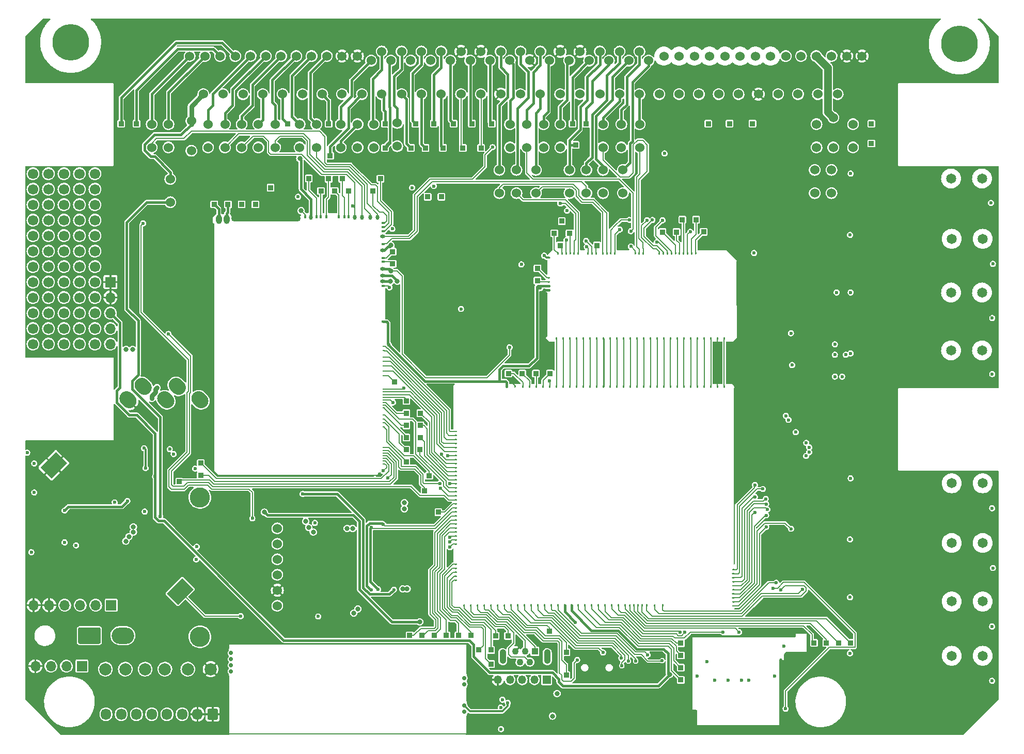
<source format=gbl>
G04 #@! TF.GenerationSoftware,KiCad,Pcbnew,(5.99.0-12439-g94954386e6)*
G04 #@! TF.CreationDate,2021-10-02T17:26:29+03:00*
G04 #@! TF.ProjectId,hellen88bmw,68656c6c-656e-4383-9862-6d772e6b6963,A*
G04 #@! TF.SameCoordinates,PX3d1b110PY9269338*
G04 #@! TF.FileFunction,Copper,L4,Bot*
G04 #@! TF.FilePolarity,Positive*
%FSLAX46Y46*%
G04 Gerber Fmt 4.6, Leading zero omitted, Abs format (unit mm)*
G04 Created by KiCad (PCBNEW (5.99.0-12439-g94954386e6)) date 2021-10-02 17:26:29*
%MOMM*%
%LPD*%
G01*
G04 APERTURE LIST*
G04 #@! TA.AperFunction,ComponentPad*
%ADD10C,6.000000*%
G04 #@! TD*
G04 #@! TA.AperFunction,ComponentPad*
%ADD11C,1.524000*%
G04 #@! TD*
G04 #@! TA.AperFunction,ComponentPad*
%ADD12R,1.700000X1.700000*%
G04 #@! TD*
G04 #@! TA.AperFunction,ComponentPad*
%ADD13O,1.700000X1.700000*%
G04 #@! TD*
G04 #@! TA.AperFunction,ComponentPad*
%ADD14C,1.650000*%
G04 #@! TD*
G04 #@! TA.AperFunction,ComponentPad*
%ADD15R,0.850000X0.850000*%
G04 #@! TD*
G04 #@! TA.AperFunction,ComponentPad*
%ADD16R,1.350000X1.350000*%
G04 #@! TD*
G04 #@! TA.AperFunction,ComponentPad*
%ADD17O,1.350000X1.350000*%
G04 #@! TD*
G04 #@! TA.AperFunction,ComponentPad*
%ADD18C,1.700000*%
G04 #@! TD*
G04 #@! TA.AperFunction,ComponentPad*
%ADD19C,2.000000*%
G04 #@! TD*
G04 #@! TA.AperFunction,ComponentPad*
%ADD20C,0.599999*%
G04 #@! TD*
G04 #@! TA.AperFunction,ComponentPad*
%ADD21O,3.700000X2.700000*%
G04 #@! TD*
G04 #@! TA.AperFunction,ComponentPad*
%ADD22C,0.700000*%
G04 #@! TD*
G04 #@! TA.AperFunction,SMDPad,CuDef*
%ADD23R,0.250000X0.950000*%
G04 #@! TD*
G04 #@! TA.AperFunction,SMDPad,CuDef*
%ADD24R,39.250000X0.250000*%
G04 #@! TD*
G04 #@! TA.AperFunction,SMDPad,CuDef*
%ADD25R,0.250000X2.250000*%
G04 #@! TD*
G04 #@! TA.AperFunction,SMDPad,CuDef*
%ADD26R,0.250000X3.100000*%
G04 #@! TD*
G04 #@! TA.AperFunction,SMDPad,CuDef*
%ADD27R,0.250000X5.050000*%
G04 #@! TD*
G04 #@! TA.AperFunction,SMDPad,CuDef*
%ADD28R,0.250000X9.750000*%
G04 #@! TD*
G04 #@! TA.AperFunction,ComponentPad*
%ADD29O,1.700000X1.850000*%
G04 #@! TD*
G04 #@! TA.AperFunction,ComponentPad*
%ADD30R,1.100000X1.100000*%
G04 #@! TD*
G04 #@! TA.AperFunction,ComponentPad*
%ADD31C,1.100000*%
G04 #@! TD*
G04 #@! TA.AperFunction,ComponentPad*
%ADD32O,1.100000X2.400000*%
G04 #@! TD*
G04 #@! TA.AperFunction,ComponentPad*
%ADD33C,3.302000*%
G04 #@! TD*
G04 #@! TA.AperFunction,SMDPad,CuDef*
%ADD34O,0.200000X40.800000*%
G04 #@! TD*
G04 #@! TA.AperFunction,SMDPad,CuDef*
%ADD35O,25.600000X0.200000*%
G04 #@! TD*
G04 #@! TA.AperFunction,SMDPad,CuDef*
%ADD36O,1.000001X1.500000*%
G04 #@! TD*
G04 #@! TA.AperFunction,SMDPad,CuDef*
%ADD37O,11.400000X1.100000*%
G04 #@! TD*
G04 #@! TA.AperFunction,SMDPad,CuDef*
%ADD38O,0.399999X0.599999*%
G04 #@! TD*
G04 #@! TA.AperFunction,SMDPad,CuDef*
%ADD39O,0.599999X0.800001*%
G04 #@! TD*
G04 #@! TA.AperFunction,SMDPad,CuDef*
%ADD40O,0.599999X0.399999*%
G04 #@! TD*
G04 #@! TA.AperFunction,SMDPad,CuDef*
%ADD41O,0.800001X0.599999*%
G04 #@! TD*
G04 #@! TA.AperFunction,SMDPad,CuDef*
%ADD42O,0.399999X0.200000*%
G04 #@! TD*
G04 #@! TA.AperFunction,SMDPad,CuDef*
%ADD43O,1.200000X0.499999*%
G04 #@! TD*
G04 #@! TA.AperFunction,SMDPad,CuDef*
%ADD44O,17.400001X0.399999*%
G04 #@! TD*
G04 #@! TA.AperFunction,SMDPad,CuDef*
%ADD45O,0.499999X2.999999*%
G04 #@! TD*
G04 #@! TA.AperFunction,SMDPad,CuDef*
%ADD46O,0.499999X12.700000*%
G04 #@! TD*
G04 #@! TA.AperFunction,SMDPad,CuDef*
%ADD47O,0.499999X11.400000*%
G04 #@! TD*
G04 #@! TA.AperFunction,SMDPad,CuDef*
%ADD48O,14.449999X0.499999*%
G04 #@! TD*
G04 #@! TA.AperFunction,ViaPad*
%ADD49C,0.600000*%
G04 #@! TD*
G04 #@! TA.AperFunction,ViaPad*
%ADD50C,0.800000*%
G04 #@! TD*
G04 #@! TA.AperFunction,ViaPad*
%ADD51C,0.812800*%
G04 #@! TD*
G04 #@! TA.AperFunction,Conductor*
%ADD52C,0.400000*%
G04 #@! TD*
G04 #@! TA.AperFunction,Conductor*
%ADD53C,0.300000*%
G04 #@! TD*
G04 #@! TA.AperFunction,Conductor*
%ADD54C,0.200000*%
G04 #@! TD*
G04 #@! TA.AperFunction,Conductor*
%ADD55C,0.800000*%
G04 #@! TD*
G04 #@! TA.AperFunction,Conductor*
%ADD56C,1.300000*%
G04 #@! TD*
G04 #@! TA.AperFunction,Conductor*
%ADD57C,0.254000*%
G04 #@! TD*
G04 APERTURE END LIST*
D10*
G04 #@! TO.P,PP1,*
G04 #@! TO.N,*
X7632400Y113856400D03*
X153342400Y113606400D03*
D11*
G04 #@! TO.P,PP1,1,1*
G04 #@! TO.N,Net-(JP1-Pad1)*
X27142400Y111606400D03*
G04 #@! TO.P,PP1,2,2*
G04 #@! TO.N,/OUT_ICV*
X32142400Y111606400D03*
G04 #@! TO.P,PP1,3,3*
G04 #@! TO.N,Net-(JP3-Pad1)*
X37142400Y111606400D03*
G04 #@! TO.P,PP1,4,4*
G04 #@! TO.N,Net-(JP4-Pad1)*
X42142400Y111606400D03*
G04 #@! TO.P,PP1,5,5*
G04 #@! TO.N,Net-(JP5-Pad1)*
X47142400Y111606400D03*
G04 #@! TO.P,PP1,6,6*
G04 #@! TO.N,GND*
X52142400Y111606400D03*
G04 #@! TO.P,PP1,7,7*
G04 #@! TO.N,Net-(JP7-Pad1)*
X56892400Y110856400D03*
G04 #@! TO.P,PP1,8,8*
G04 #@! TO.N,Net-(PP1-Pad8)*
X60142400Y110856400D03*
G04 #@! TO.P,PP1,9,9*
G04 #@! TO.N,N/C*
X63392400Y110856400D03*
G04 #@! TO.P,PP1,10,10*
X66642400Y110856400D03*
G04 #@! TO.P,PP1,11,11*
G04 #@! TO.N,Net-(PP1-Pad11)*
X69892400Y110856400D03*
G04 #@! TO.P,PP1,12,12*
G04 #@! TO.N,Net-(PP1-Pad12)*
X73142400Y110856400D03*
G04 #@! TO.P,PP1,13,13*
G04 #@! TO.N,Net-(PP1-Pad13)*
X76392400Y110856400D03*
G04 #@! TO.P,PP1,14,14*
G04 #@! TO.N,Net-(JP14-Pad1)*
X79642400Y110856400D03*
G04 #@! TO.P,PP1,15,15*
G04 #@! TO.N,GND*
X82892400Y110856400D03*
G04 #@! TO.P,PP1,16,16*
G04 #@! TO.N,Net-(JP16-Pad1)*
X86142400Y110856400D03*
G04 #@! TO.P,PP1,17,17*
G04 #@! TO.N,Net-(JP17-Pad1)*
X89392400Y110856400D03*
G04 #@! TO.P,PP1,18,18*
G04 #@! TO.N,Net-(PP1-Pad18)*
X92642400Y110856400D03*
G04 #@! TO.P,PP1,19,19*
G04 #@! TO.N,Net-(PP1-Pad19)*
X95892400Y110856400D03*
G04 #@! TO.P,PP1,20,20*
G04 #@! TO.N,Net-(JP20-Pad1)*
X99142400Y110856400D03*
G04 #@! TO.P,PP1,21,21*
G04 #@! TO.N,Net-(JP21-Pad1)*
X102392400Y110856400D03*
G04 #@! TO.P,PP1,22,22*
G04 #@! TO.N,/HV_7*
X107392400Y111606400D03*
G04 #@! TO.P,PP1,23,23*
G04 #@! TO.N,/HV_4*
X112392400Y111606400D03*
G04 #@! TO.P,PP1,24,24*
G04 #@! TO.N,/HV_6*
X117392400Y111606400D03*
G04 #@! TO.P,PP1,25,25*
G04 #@! TO.N,/HV_5*
X122392400Y111606400D03*
G04 #@! TO.P,PP1,26,26*
G04 #@! TO.N,Net-(JP26-Pad1)*
X127392400Y111606400D03*
G04 #@! TO.P,PP1,27,27*
G04 #@! TO.N,Net-(JP27-Pad1)*
X132392400Y111606400D03*
G04 #@! TO.P,PP1,28,28*
G04 #@! TO.N,GND*
X137392400Y111606400D03*
G04 #@! TO.P,PP1,29,29*
G04 #@! TO.N,Net-(JP29-Pad1)*
X29642400Y111606400D03*
G04 #@! TO.P,PP1,30,30*
G04 #@! TO.N,Net-(PP1-Pad30)*
X34642400Y111606400D03*
G04 #@! TO.P,PP1,31,31*
G04 #@! TO.N,Net-(JP31-Pad1)*
X39642400Y111606400D03*
G04 #@! TO.P,PP1,32,32*
G04 #@! TO.N,Net-(JP32-Pad1)*
X44642400Y111606400D03*
G04 #@! TO.P,PP1,33,33*
G04 #@! TO.N,Net-(JP33-Pad1)*
X49642400Y111606400D03*
G04 #@! TO.P,PP1,34,34*
G04 #@! TO.N,GND*
X54642400Y111606400D03*
G04 #@! TO.P,PP1,35,35*
G04 #@! TO.N,Net-(JP35-Pad1)*
X58642400Y112356400D03*
G04 #@! TO.P,PP1,36,36*
G04 #@! TO.N,Net-(JP36-Pad1)*
X61892400Y112356400D03*
G04 #@! TO.P,PP1,37,37*
G04 #@! TO.N,Net-(PP1-Pad37)*
X65142400Y112356400D03*
G04 #@! TO.P,PP1,38,38*
G04 #@! TO.N,Net-(PP1-Pad38)*
X68392400Y112356400D03*
G04 #@! TO.P,PP1,39,39*
G04 #@! TO.N,GND*
X71642400Y112356400D03*
G04 #@! TO.P,PP1,40,40*
X74892400Y112356400D03*
G04 #@! TO.P,PP1,41,41*
G04 #@! TO.N,Net-(JP41-Pad1)*
X78142400Y112356400D03*
G04 #@! TO.P,PP1,42,42*
G04 #@! TO.N,Net-(JP42-Pad1)*
X81392400Y112356400D03*
G04 #@! TO.P,PP1,43,43*
G04 #@! TO.N,Net-(JP43-Pad1)*
X84642400Y112356400D03*
G04 #@! TO.P,PP1,44,44*
G04 #@! TO.N,GND*
X87892400Y112356400D03*
G04 #@! TO.P,PP1,45,45*
X91142400Y112356400D03*
G04 #@! TO.P,PP1,46,46*
G04 #@! TO.N,Net-(JP46-Pad1)*
X94392400Y112356400D03*
G04 #@! TO.P,PP1,47,47*
G04 #@! TO.N,Net-(JP47-Pad1)*
X97642400Y112356400D03*
G04 #@! TO.P,PP1,48,48*
G04 #@! TO.N,Net-(JP48-Pad1)*
X100892400Y112356400D03*
G04 #@! TO.P,PP1,49,49*
G04 #@! TO.N,/HV_8*
X104892400Y111606400D03*
G04 #@! TO.P,PP1,50,50*
G04 #@! TO.N,/HV_1*
X109892400Y111606400D03*
G04 #@! TO.P,PP1,51,51*
G04 #@! TO.N,/HV_2*
X114892400Y111606400D03*
G04 #@! TO.P,PP1,52,52*
G04 #@! TO.N,/HV_3*
X119892400Y111606400D03*
G04 #@! TO.P,PP1,53,53*
G04 #@! TO.N,N/C*
X124892400Y111606400D03*
G04 #@! TO.P,PP1,54,54*
G04 #@! TO.N,Net-(JP54-Pad1)*
X129892400Y111606400D03*
G04 #@! TO.P,PP1,55,55*
G04 #@! TO.N,GND*
X134892400Y111606400D03*
G04 #@! TO.P,PP1,56,56*
G04 #@! TO.N,Net-(JP2-Pad1)*
X29392400Y105356400D03*
G04 #@! TO.P,PP1,57,57*
G04 #@! TO.N,N/C*
X32642400Y105356400D03*
G04 #@! TO.P,PP1,58,58*
X35892400Y105356400D03*
G04 #@! TO.P,PP1,59,59*
G04 #@! TO.N,Net-(JP59-Pad1)*
X39142400Y105356400D03*
G04 #@! TO.P,PP1,60,60*
G04 #@! TO.N,Net-(PP1-Pad60)*
X42392400Y105356400D03*
G04 #@! TO.P,PP1,61,61*
G04 #@! TO.N,N/C*
X45642400Y105356400D03*
G04 #@! TO.P,PP1,62,62*
G04 #@! TO.N,Net-(PP1-Pad62)*
X48892400Y105356400D03*
G04 #@! TO.P,PP1,63,63*
G04 #@! TO.N,N/C*
X52142400Y105356400D03*
G04 #@! TO.P,PP1,64,64*
G04 #@! TO.N,Net-(PP1-Pad64)*
X55392400Y105356400D03*
G04 #@! TO.P,PP1,65,65*
G04 #@! TO.N,Net-(PP1-Pad65)*
X58642400Y105356400D03*
G04 #@! TO.P,PP1,66,66*
G04 #@! TO.N,Net-(PP1-Pad66)*
X61892400Y105356400D03*
G04 #@! TO.P,PP1,67,67*
G04 #@! TO.N,Net-(PP1-Pad67)*
X65142400Y105356400D03*
G04 #@! TO.P,PP1,68,68*
G04 #@! TO.N,Net-(PP1-Pad68)*
X68392400Y105356400D03*
G04 #@! TO.P,PP1,69,69*
G04 #@! TO.N,/IN_KNOCK1_RAW*
X71642400Y105356400D03*
G04 #@! TO.P,PP1,70,70*
G04 #@! TO.N,/IN_KNOCK2_RAW*
X74892400Y105356400D03*
G04 #@! TO.P,PP1,71,71*
G04 #@! TO.N,GND*
X78142400Y105356400D03*
G04 #@! TO.P,PP1,72,72*
G04 #@! TO.N,N/C*
X81392400Y105356400D03*
G04 #@! TO.P,PP1,73,73*
G04 #@! TO.N,Net-(JP73-Pad1)*
X84642400Y105356400D03*
G04 #@! TO.P,PP1,74,74*
G04 #@! TO.N,N/C*
X87892400Y105356400D03*
G04 #@! TO.P,PP1,75,75*
X91142400Y105356400D03*
G04 #@! TO.P,PP1,76,76*
X94392400Y105356400D03*
G04 #@! TO.P,PP1,77,77*
G04 #@! TO.N,Net-(JP77-Pad1)*
X97642400Y105356400D03*
G04 #@! TO.P,PP1,78,78*
G04 #@! TO.N,Net-(JP78-Pad1)*
X100892400Y105356400D03*
G04 #@! TO.P,PP1,79,79*
G04 #@! TO.N,N/C*
X104142400Y105356400D03*
G04 #@! TO.P,PP1,80,80*
X107392400Y105356400D03*
G04 #@! TO.P,PP1,81,81*
G04 #@! TO.N,Net-(PP1-Pad81)*
X110642400Y105356400D03*
G04 #@! TO.P,PP1,82,82*
G04 #@! TO.N,Net-(PP1-Pad82)*
X113892400Y105356400D03*
G04 #@! TO.P,PP1,83,83*
G04 #@! TO.N,Net-(PP1-Pad83)*
X117142400Y105356400D03*
G04 #@! TO.P,PP1,84,84*
G04 #@! TO.N,GND*
X120392400Y105356400D03*
G04 #@! TO.P,PP1,85,85*
G04 #@! TO.N,Net-(JP85-Pad1)*
X123642400Y105356400D03*
G04 #@! TO.P,PP1,86,86*
G04 #@! TO.N,Net-(JP86-Pad1)*
X126892400Y105356400D03*
G04 #@! TO.P,PP1,87,87*
G04 #@! TO.N,Net-(PP1-Pad87)*
X130142400Y105356400D03*
G04 #@! TO.P,PP1,88,88*
G04 #@! TO.N,Net-(PP1-Pad88)*
X133392400Y105356400D03*
G04 #@! TD*
G04 #@! TO.P,JP1,1,1*
G04 #@! TO.N,Net-(JP1-Pad1)*
X20926000Y100428000D03*
G04 #@! TO.P,JP1,2,2*
G04 #@! TO.N,/OUT_PUMP*
X20926000Y96618000D03*
G04 #@! TD*
G04 #@! TO.P,JP3,1,1*
G04 #@! TO.N,Net-(JP3-Pad1)*
X30176000Y100428000D03*
G04 #@! TO.P,JP3,2,2*
G04 #@! TO.N,/OUT_INJ5*
X30176000Y96618000D03*
G04 #@! TD*
G04 #@! TO.P,JP4,1,1*
G04 #@! TO.N,Net-(JP4-Pad1)*
X35676000Y100428000D03*
G04 #@! TO.P,JP4,2,2*
G04 #@! TO.N,/OUT_INJ6*
X35676000Y96618000D03*
G04 #@! TD*
G04 #@! TO.P,JP5,1,1*
G04 #@! TO.N,Net-(JP5-Pad1)*
X45176000Y100428000D03*
G04 #@! TO.P,JP5,2,2*
G04 #@! TO.N,/OUT_INJ4*
X45176000Y96618000D03*
G04 #@! TD*
G04 #@! TO.P,JP7,1,1*
G04 #@! TO.N,Net-(JP7-Pad1)*
X51926000Y100428000D03*
G04 #@! TO.P,JP7,2,2*
G04 #@! TO.N,/OUT_INJ7*
X51926000Y96618000D03*
G04 #@! TD*
G04 #@! TO.P,JP16,1,1*
G04 #@! TO.N,Net-(JP16-Pad1)*
X85176000Y100428000D03*
G04 #@! TO.P,JP16,2,2*
G04 #@! TO.N,/IN_CRANK+*
X85176000Y96618000D03*
G04 #@! TD*
G04 #@! TO.P,JP17,1,1*
G04 #@! TO.N,Net-(JP17-Pad1)*
X87926000Y100428000D03*
G04 #@! TO.P,JP17,2,2*
G04 #@! TO.N,/IN_CAM*
X87926000Y96618000D03*
G04 #@! TD*
G04 #@! TO.P,JP20,1,1*
G04 #@! TO.N,Net-(JP20-Pad1)*
X94926000Y92928000D03*
G04 #@! TO.P,JP20,2,2*
G04 #@! TO.N,/USBP*
X94926000Y89118000D03*
G04 #@! TD*
G04 #@! TO.P,JP21,1,1*
G04 #@! TO.N,Net-(JP21-Pad1)*
X98176000Y92928000D03*
G04 #@! TO.P,JP21,2,2*
G04 #@! TO.N,/USBM*
X98176000Y89118000D03*
G04 #@! TD*
G04 #@! TO.P,JP26,1,1*
G04 #@! TO.N,Net-(JP26-Pad1)*
X129926000Y100428000D03*
G04 #@! TO.P,JP26,2,2*
G04 #@! TO.N,/V12_PERM*
X129926000Y96618000D03*
G04 #@! TD*
G04 #@! TO.P,JP27,1,1*
G04 #@! TO.N,Net-(JP27-Pad1)*
X135926000Y100428000D03*
G04 #@! TO.P,JP27,2,2*
G04 #@! TO.N,/OUT_MAIN*
X135926000Y96618000D03*
G04 #@! TD*
G04 #@! TO.P,JP29,1,1*
G04 #@! TO.N,Net-(JP29-Pad1)*
X23676000Y100428000D03*
G04 #@! TO.P,JP29,2,2*
G04 #@! TO.N,/OUT_IDLE*
X23676000Y96618000D03*
G04 #@! TD*
G04 #@! TO.P,JP31,1,1*
G04 #@! TO.N,Net-(JP31-Pad1)*
X32926000Y100428000D03*
G04 #@! TO.P,JP31,2,2*
G04 #@! TO.N,/OUT_INJ3*
X32926000Y96618000D03*
G04 #@! TD*
G04 #@! TO.P,JP32,1,1*
G04 #@! TO.N,Net-(JP32-Pad1)*
X41176000Y100428000D03*
G04 #@! TO.P,JP32,2,2*
G04 #@! TO.N,/OUT_INJ2*
X41176000Y96618000D03*
G04 #@! TD*
G04 #@! TO.P,JP33,1,1*
G04 #@! TO.N,Net-(JP33-Pad1)*
X47926000Y100428000D03*
G04 #@! TO.P,JP33,2,2*
G04 #@! TO.N,/OUT_INJ1*
X47926000Y96618000D03*
G04 #@! TD*
G04 #@! TO.P,JP35,1,1*
G04 #@! TO.N,Net-(JP35-Pad1)*
X57326000Y100428000D03*
G04 #@! TO.P,JP35,2,2*
G04 #@! TO.N,/OUT_INJ8*
X57326000Y96618000D03*
G04 #@! TD*
G04 #@! TO.P,JP41,1,1*
G04 #@! TO.N,Net-(JP41-Pad1)*
X77926000Y92928000D03*
G04 #@! TO.P,JP41,2,2*
G04 #@! TO.N,/IN_MAF*
X77926000Y89118000D03*
G04 #@! TD*
G04 #@! TO.P,JP42,1,1*
G04 #@! TO.N,Net-(JP42-Pad1)*
X80726000Y92928000D03*
G04 #@! TO.P,JP42,2,2*
G04 #@! TO.N,/IN_VSS*
X80726000Y89118000D03*
G04 #@! TD*
G04 #@! TO.P,JP43,1,1*
G04 #@! TO.N,Net-(JP43-Pad1)*
X82426000Y100428000D03*
G04 #@! TO.P,JP43,2,2*
G04 #@! TO.N,/IN_CRANK-*
X82426000Y96618000D03*
G04 #@! TD*
G04 #@! TO.P,JP46,1,1*
G04 #@! TO.N,Net-(JP46-Pad1)*
X89426000Y92928000D03*
G04 #@! TO.P,JP46,2,2*
G04 #@! TO.N,/OUT_FUEL_CONSUM*
X89426000Y89118000D03*
G04 #@! TD*
G04 #@! TO.P,JP47,1,1*
G04 #@! TO.N,Net-(JP47-Pad1)*
X92176000Y92928000D03*
G04 #@! TO.P,JP47,2,2*
G04 #@! TO.N,/OUT_TACH*
X92176000Y89118000D03*
G04 #@! TD*
G04 #@! TO.P,JP54,1,1*
G04 #@! TO.N,Net-(JP54-Pad1)*
X132676000Y101523000D03*
G04 #@! TO.P,JP54,2,2*
G04 #@! TO.N,+12V_RAW*
X132676000Y96623000D03*
G04 #@! TD*
G04 #@! TO.P,JP56,1,1*
G04 #@! TO.N,Net-(JP2-Pad1)*
X27426000Y100973000D03*
G04 #@! TO.P,JP56,2,2*
G04 #@! TO.N,+12V_RAW*
X27426000Y96073000D03*
G04 #@! TD*
G04 #@! TO.P,JP73,1,1*
G04 #@! TO.N,Net-(JP73-Pad1)*
X83926000Y92928000D03*
G04 #@! TO.P,JP73,2,2*
G04 #@! TO.N,/IN_TPS*
X83926000Y89118000D03*
G04 #@! TD*
G04 #@! TO.P,JP77,1,1*
G04 #@! TO.N,Net-(JP77-Pad1)*
X94926000Y100428000D03*
G04 #@! TO.P,JP77,2,2*
G04 #@! TO.N,/IN_IAT*
X94926000Y96618000D03*
G04 #@! TD*
G04 #@! TO.P,JP78,1,1*
G04 #@! TO.N,Net-(JP78-Pad1)*
X100926000Y100428000D03*
G04 #@! TO.P,JP78,2,2*
G04 #@! TO.N,/IN_CLT*
X100926000Y96618000D03*
G04 #@! TD*
G04 #@! TO.P,JP85,1,1*
G04 #@! TO.N,Net-(JP85-Pad1)*
X132376000Y92928000D03*
G04 #@! TO.P,JP85,2,2*
G04 #@! TO.N,/CAN-*
X132376000Y89118000D03*
G04 #@! TD*
G04 #@! TO.P,JP86,1,1*
G04 #@! TO.N,Net-(JP86-Pad1)*
X129626000Y92928000D03*
G04 #@! TO.P,JP86,2,2*
G04 #@! TO.N,/CAN+*
X129626000Y89118000D03*
G04 #@! TD*
G04 #@! TO.P,JP59,1,1*
G04 #@! TO.N,Net-(JP59-Pad1)*
X38426000Y100428000D03*
G04 #@! TO.P,JP59,2,2*
G04 #@! TO.N,+5VA*
X38426000Y96618000D03*
G04 #@! TD*
D12*
G04 #@! TO.P,J4,1,Pin_1*
G04 #@! TO.N,GND*
X14158000Y74529000D03*
D13*
G04 #@! TO.P,J4,2,Pin_2*
X14158000Y71989000D03*
G04 #@! TO.P,J4,3,Pin_3*
G04 #@! TO.N,+3V3*
X14158000Y69449000D03*
G04 #@! TO.P,J4,4,Pin_4*
G04 #@! TO.N,+5V*
X14158000Y66909000D03*
G04 #@! TO.P,J4,5,Pin_5*
G04 #@! TO.N,+12V_RAW*
X14158000Y64369000D03*
G04 #@! TD*
D14*
G04 #@! TO.P,F3,1,1*
G04 #@! TO.N,/HV_6*
X157066000Y72823000D03*
G04 #@! TO.P,F3,2,2*
G04 #@! TO.N,/COIL_6*
X151986000Y72823000D03*
G04 #@! TD*
D15*
G04 #@! TO.P,VIN16,1,Pin_1*
G04 #@! TO.N,Net-(M7-PadE4)*
X84176000Y76773000D03*
G04 #@! TD*
D16*
G04 #@! TO.P,J2,1,Pin_1*
G04 #@! TO.N,/VBUS*
X85676000Y9273000D03*
D17*
G04 #@! TO.P,J2,2,Pin_2*
G04 #@! TO.N,/USBM*
X83676000Y9273000D03*
G04 #@! TO.P,J2,3,Pin_3*
G04 #@! TO.N,/USBP*
X81676000Y9273000D03*
G04 #@! TO.P,J2,4,Pin_4*
G04 #@! TO.N,N/C*
X79676000Y9273000D03*
G04 #@! TO.P,J2,5,Pin_5*
G04 #@! TO.N,GND*
X77676000Y9273000D03*
G04 #@! TD*
D15*
G04 #@! TO.P,VOUT1,1,Pin_1*
G04 #@! TO.N,Net-(M9-PadS8)*
X46676000Y91523000D03*
G04 #@! TD*
G04 #@! TO.P,VIN5,1,Pin_1*
G04 #@! TO.N,Net-(M7-PadS9)*
X93926000Y80523000D03*
G04 #@! TD*
G04 #@! TO.P,VOUT27,1,Pin_1*
G04 #@! TO.N,Net-(M9-PadW39)*
X28976000Y44823000D03*
G04 #@! TD*
G04 #@! TO.P,MMCU14,1,Pin_1*
G04 #@! TO.N,Net-(M11-PadE16)*
X67926000Y36773000D03*
G04 #@! TD*
G04 #@! TO.P,MMCU4,1,Pin_1*
G04 #@! TO.N,Net-(M11-PadN6)*
X131526001Y15323000D03*
G04 #@! TD*
G04 #@! TO.P,MMCU31,1,Pin_1*
G04 #@! TO.N,Net-(M11-PadE13)*
X63226000Y16573000D03*
G04 #@! TD*
G04 #@! TO.P,cr8,1,Pin_1*
G04 #@! TO.N,Net-(PP1-Pad30)*
X15926000Y100523000D03*
G04 #@! TD*
G04 #@! TO.P,VOUT24,1,Pin_1*
G04 #@! TO.N,Net-(M9-PadW21)*
X60776000Y58123000D03*
G04 #@! TD*
G04 #@! TO.P,MMCU28,1,Pin_1*
G04 #@! TO.N,Net-(M11-PadE9)*
X71226000Y16573000D03*
G04 #@! TD*
G04 #@! TO.P,VOUT10,1,Pin_1*
G04 #@! TO.N,Net-(M9-PadS10)*
X49926000Y91474215D03*
G04 #@! TD*
D18*
G04 #@! TO.P,G6,1*
G04 #@! TO.N,Net-(G6-Pad1)*
X1458000Y77069000D03*
G04 #@! TO.P,G6,2*
G04 #@! TO.N,Net-(G6-Pad12)*
X3998000Y77069000D03*
G04 #@! TO.P,G6,3*
G04 #@! TO.N,Net-(G6-Pad13)*
X6538000Y77069000D03*
G04 #@! TO.P,G6,4*
G04 #@! TO.N,Net-(G6-Pad14)*
X9078000Y77069000D03*
G04 #@! TO.P,G6,5*
G04 #@! TO.N,Net-(G6-Pad10)*
X11618000Y77069000D03*
G04 #@! TO.P,G6,6*
G04 #@! TO.N,Net-(G6-Pad1)*
X1458000Y74529000D03*
G04 #@! TO.P,G6,7*
G04 #@! TO.N,Net-(G6-Pad12)*
X3998000Y74529000D03*
G04 #@! TO.P,G6,8*
G04 #@! TO.N,Net-(G6-Pad13)*
X6538000Y74529000D03*
G04 #@! TO.P,G6,9*
G04 #@! TO.N,Net-(G6-Pad14)*
X9078000Y74529000D03*
G04 #@! TO.P,G6,10*
G04 #@! TO.N,Net-(G6-Pad10)*
X11618000Y74529000D03*
G04 #@! TO.P,G6,11*
G04 #@! TO.N,Net-(G6-Pad1)*
X1458000Y71989000D03*
G04 #@! TO.P,G6,12*
G04 #@! TO.N,Net-(G6-Pad12)*
X3998000Y71989000D03*
G04 #@! TO.P,G6,13*
G04 #@! TO.N,Net-(G6-Pad13)*
X6538000Y71989000D03*
G04 #@! TO.P,G6,14*
G04 #@! TO.N,Net-(G6-Pad14)*
X9078000Y71989000D03*
G04 #@! TO.P,G6,15*
G04 #@! TO.N,Net-(G6-Pad10)*
X11618000Y71989000D03*
G04 #@! TD*
D15*
G04 #@! TO.P,cr1,1,Pin_1*
G04 #@! TO.N,Net-(PP1-Pad11)*
X70426000Y100523000D03*
G04 #@! TD*
G04 #@! TO.P,MMCU30,1,Pin_1*
G04 #@! TO.N,Net-(M11-PadE11)*
X67226000Y16573000D03*
G04 #@! TD*
G04 #@! TO.P,MMCU18,1,Pin_1*
G04 #@! TO.N,Net-(M11-PadE10)*
X69226000Y16573000D03*
G04 #@! TD*
G04 #@! TO.P,cr11,1,Pin_1*
G04 #@! TO.N,Net-(PP1-Pad38)*
X67176000Y100523000D03*
G04 #@! TD*
D19*
G04 #@! TO.P,P3,1,Pin_1*
G04 #@! TO.N,/LSU_CALIBR_RES*
X23090213Y11023000D03*
G04 #@! TD*
D15*
G04 #@! TO.P,MMCU9,1,Pin_1*
G04 #@! TO.N,Net-(M11-PadE1)*
X77326000Y16473000D03*
G04 #@! TD*
G04 #@! TO.P,VOUT5,1,Pin_1*
G04 #@! TO.N,Net-(M9-PadS9)*
X48676000Y89474215D03*
G04 #@! TD*
G04 #@! TO.P,VOUT13,1,Pin_1*
G04 #@! TO.N,Net-(M9-PadW27)*
X62676000Y53023000D03*
G04 #@! TD*
G04 #@! TO.P,KNOCK_RAW2,1,Pin_1*
G04 #@! TO.N,/IN_KNOCK2_RAW*
X74926000Y96523000D03*
G04 #@! TD*
G04 #@! TO.P,MMCU2,1,Pin_1*
G04 #@! TO.N,Net-(M11-PadN4)*
X135526000Y15323000D03*
G04 #@! TD*
G04 #@! TO.P,MMCU7,1,Pin_1*
G04 #@! TO.N,Net-(M11-PadN27)*
X88926000Y10023000D03*
G04 #@! TD*
D11*
G04 #@! TO.P,JP14,1,1*
G04 #@! TO.N,Net-(JP14-Pad1)*
X79676000Y100428000D03*
G04 #@! TO.P,JP14,2,2*
G04 #@! TO.N,/IN_MAF*
X79676000Y96618000D03*
G04 #@! TD*
G04 #@! TO.P,JP36,1,1*
G04 #@! TO.N,Net-(JP36-Pad1)*
X61176000Y100630500D03*
G04 #@! TO.P,JP36,2,2*
G04 #@! TO.N,/OUT_EVAP*
X61176000Y96820500D03*
G04 #@! TD*
G04 #@! TO.P,M7,E1,GND*
G04 #@! TO.N,GND*
G04 #@! TA.AperFunction,SMDPad,CuDef*
G36*
G01*
X85900998Y73366793D02*
X86150998Y73366793D01*
G75*
G02*
X86275998Y73241793I0J-125000D01*
G01*
X86275998Y73241793D01*
G75*
G02*
X86150998Y73116793I-125000J0D01*
G01*
X85900998Y73116793D01*
G75*
G02*
X85775998Y73241793I0J125000D01*
G01*
X85775998Y73241793D01*
G75*
G02*
X85900998Y73366793I125000J0D01*
G01*
G37*
G04 #@! TD.AperFunction*
G04 #@! TO.P,M7,E2,V5*
G04 #@! TO.N,+5V*
G04 #@! TA.AperFunction,SMDPad,CuDef*
G36*
G01*
X85900998Y74026794D02*
X86150998Y74026794D01*
G75*
G02*
X86275998Y73901794I0J-125000D01*
G01*
X86275998Y73901794D01*
G75*
G02*
X86150998Y73776794I-125000J0D01*
G01*
X85900998Y73776794D01*
G75*
G02*
X85775998Y73901794I0J125000D01*
G01*
X85775998Y73901794D01*
G75*
G02*
X85900998Y74026794I125000J0D01*
G01*
G37*
G04 #@! TD.AperFunction*
G04 #@! TO.P,M7,E3,WBO_O2S2*
G04 #@! TO.N,Net-(M7-PadE3)*
G04 #@! TA.AperFunction,SMDPad,CuDef*
G36*
G01*
X85900998Y74686795D02*
X86150998Y74686795D01*
G75*
G02*
X86275998Y74561795I0J-125000D01*
G01*
X86275998Y74561795D01*
G75*
G02*
X86150998Y74436795I-125000J0D01*
G01*
X85900998Y74436795D01*
G75*
G02*
X85775998Y74561795I0J125000D01*
G01*
X85775998Y74561795D01*
G75*
G02*
X85900998Y74686795I125000J0D01*
G01*
G37*
G04 #@! TD.AperFunction*
G04 #@! TO.P,M7,E4,WBO_O2S*
G04 #@! TO.N,Net-(M7-PadE4)*
G04 #@! TA.AperFunction,SMDPad,CuDef*
G36*
G01*
X85900998Y75346796D02*
X86150998Y75346796D01*
G75*
G02*
X86275998Y75221796I0J-125000D01*
G01*
X86275998Y75221796D01*
G75*
G02*
X86150998Y75096796I-125000J0D01*
G01*
X85900998Y75096796D01*
G75*
G02*
X85775998Y75221796I0J125000D01*
G01*
X85775998Y75221796D01*
G75*
G02*
X85900998Y75346796I125000J0D01*
G01*
G37*
G04 #@! TD.AperFunction*
G04 #@! TO.P,M7,E5,V5A*
G04 #@! TO.N,+5VA*
G04 #@! TA.AperFunction,SMDPad,CuDef*
G36*
G01*
X85900998Y78646803D02*
X86150998Y78646803D01*
G75*
G02*
X86275998Y78521803I0J-125000D01*
G01*
X86275998Y78521803D01*
G75*
G02*
X86150998Y78396803I-125000J0D01*
G01*
X85900998Y78396803D01*
G75*
G02*
X85775998Y78521803I0J125000D01*
G01*
X85775998Y78521803D01*
G75*
G02*
X85900998Y78646803I125000J0D01*
G01*
G37*
G04 #@! TD.AperFunction*
G04 #@! TO.P,M7,N1,V5A*
G04 #@! TA.AperFunction,SMDPad,CuDef*
G36*
G01*
X114671000Y65148000D02*
X114671000Y65398000D01*
G75*
G02*
X114796000Y65523000I125000J0D01*
G01*
X114796000Y65523000D01*
G75*
G02*
X114921000Y65398000I0J-125000D01*
G01*
X114921000Y65148000D01*
G75*
G02*
X114796000Y65023000I-125000J0D01*
G01*
X114796000Y65023000D01*
G75*
G02*
X114671000Y65148000I0J125000D01*
G01*
G37*
G04 #@! TD.AperFunction*
G04 #@! TO.P,M7,N2,GNDA*
G04 #@! TO.N,GND*
G04 #@! TA.AperFunction,SMDPad,CuDef*
G36*
G01*
X113820996Y65398000D02*
X113820996Y65148000D01*
G75*
G02*
X113695996Y65023000I-125000J0D01*
G01*
X113695996Y65023000D01*
G75*
G02*
X113570996Y65148000I0J125000D01*
G01*
X113570996Y65398000D01*
G75*
G02*
X113695996Y65523000I125000J0D01*
G01*
X113695996Y65523000D01*
G75*
G02*
X113820996Y65398000I0J-125000D01*
G01*
G37*
G04 #@! TD.AperFunction*
G04 #@! TO.P,M7,N3,RES2*
G04 #@! TO.N,/RES2*
G04 #@! TA.AperFunction,SMDPad,CuDef*
G36*
G01*
X112720995Y65398000D02*
X112720995Y65148000D01*
G75*
G02*
X112595995Y65023000I-125000J0D01*
G01*
X112595995Y65023000D01*
G75*
G02*
X112470995Y65148000I0J125000D01*
G01*
X112470995Y65398000D01*
G75*
G02*
X112595995Y65523000I125000J0D01*
G01*
X112595995Y65523000D01*
G75*
G02*
X112720995Y65398000I0J-125000D01*
G01*
G37*
G04 #@! TD.AperFunction*
G04 #@! TO.P,M7,N4,O2S2*
G04 #@! TO.N,/A1*
G04 #@! TA.AperFunction,SMDPad,CuDef*
G36*
G01*
X111620998Y65398000D02*
X111620998Y65148000D01*
G75*
G02*
X111495998Y65023000I-125000J0D01*
G01*
X111495998Y65023000D01*
G75*
G02*
X111370998Y65148000I0J125000D01*
G01*
X111370998Y65398000D01*
G75*
G02*
X111495998Y65523000I125000J0D01*
G01*
X111495998Y65523000D01*
G75*
G02*
X111620998Y65398000I0J-125000D01*
G01*
G37*
G04 #@! TD.AperFunction*
G04 #@! TO.P,M7,N5,PPS*
G04 #@! TO.N,/PPS1*
G04 #@! TA.AperFunction,SMDPad,CuDef*
G36*
G01*
X110521000Y65398000D02*
X110521000Y65148000D01*
G75*
G02*
X110396000Y65023000I-125000J0D01*
G01*
X110396000Y65023000D01*
G75*
G02*
X110271000Y65148000I0J125000D01*
G01*
X110271000Y65398000D01*
G75*
G02*
X110396000Y65523000I125000J0D01*
G01*
X110396000Y65523000D01*
G75*
G02*
X110521000Y65398000I0J-125000D01*
G01*
G37*
G04 #@! TD.AperFunction*
G04 #@! TO.P,M7,N6,RES1*
G04 #@! TO.N,/RES1*
G04 #@! TA.AperFunction,SMDPad,CuDef*
G36*
G01*
X109421002Y65398000D02*
X109421002Y65148000D01*
G75*
G02*
X109296002Y65023000I-125000J0D01*
G01*
X109296002Y65023000D01*
G75*
G02*
X109171002Y65148000I0J125000D01*
G01*
X109171002Y65398000D01*
G75*
G02*
X109296002Y65523000I125000J0D01*
G01*
X109296002Y65523000D01*
G75*
G02*
X109421002Y65398000I0J-125000D01*
G01*
G37*
G04 #@! TD.AperFunction*
G04 #@! TO.P,M7,N7,AUX4*
G04 #@! TO.N,/AUX4*
G04 #@! TA.AperFunction,SMDPad,CuDef*
G36*
G01*
X108321004Y65398000D02*
X108321004Y65148000D01*
G75*
G02*
X108196004Y65023000I-125000J0D01*
G01*
X108196004Y65023000D01*
G75*
G02*
X108071004Y65148000I0J125000D01*
G01*
X108071004Y65398000D01*
G75*
G02*
X108196004Y65523000I125000J0D01*
G01*
X108196004Y65523000D01*
G75*
G02*
X108321004Y65398000I0J-125000D01*
G01*
G37*
G04 #@! TD.AperFunction*
G04 #@! TO.P,M7,N8,AUX3*
G04 #@! TO.N,/TPS3*
G04 #@! TA.AperFunction,SMDPad,CuDef*
G36*
G01*
X107221006Y65398000D02*
X107221006Y65148000D01*
G75*
G02*
X107096006Y65023000I-125000J0D01*
G01*
X107096006Y65023000D01*
G75*
G02*
X106971006Y65148000I0J125000D01*
G01*
X106971006Y65398000D01*
G75*
G02*
X107096006Y65523000I125000J0D01*
G01*
X107096006Y65523000D01*
G75*
G02*
X107221006Y65398000I0J-125000D01*
G01*
G37*
G04 #@! TD.AperFunction*
G04 #@! TO.P,M7,N9,AUX2*
G04 #@! TO.N,/PPS2*
G04 #@! TA.AperFunction,SMDPad,CuDef*
G36*
G01*
X106121009Y65398000D02*
X106121009Y65148000D01*
G75*
G02*
X105996009Y65023000I-125000J0D01*
G01*
X105996009Y65023000D01*
G75*
G02*
X105871009Y65148000I0J125000D01*
G01*
X105871009Y65398000D01*
G75*
G02*
X105996009Y65523000I125000J0D01*
G01*
X105996009Y65523000D01*
G75*
G02*
X106121009Y65398000I0J-125000D01*
G01*
G37*
G04 #@! TD.AperFunction*
G04 #@! TO.P,M7,N10,AUX1*
G04 #@! TO.N,/TPS2*
G04 #@! TA.AperFunction,SMDPad,CuDef*
G36*
G01*
X105021011Y65398000D02*
X105021011Y65148000D01*
G75*
G02*
X104896011Y65023000I-125000J0D01*
G01*
X104896011Y65023000D01*
G75*
G02*
X104771011Y65148000I0J125000D01*
G01*
X104771011Y65398000D01*
G75*
G02*
X104896011Y65523000I125000J0D01*
G01*
X104896011Y65523000D01*
G75*
G02*
X105021011Y65398000I0J-125000D01*
G01*
G37*
G04 #@! TD.AperFunction*
G04 #@! TO.P,M7,N11,RES3*
G04 #@! TO.N,/A4*
G04 #@! TA.AperFunction,SMDPad,CuDef*
G36*
G01*
X103921013Y65398000D02*
X103921013Y65148000D01*
G75*
G02*
X103796013Y65023000I-125000J0D01*
G01*
X103796013Y65023000D01*
G75*
G02*
X103671013Y65148000I0J125000D01*
G01*
X103671013Y65398000D01*
G75*
G02*
X103796013Y65523000I125000J0D01*
G01*
X103796013Y65523000D01*
G75*
G02*
X103921013Y65398000I0J-125000D01*
G01*
G37*
G04 #@! TD.AperFunction*
G04 #@! TO.P,M7,N12,MAP3*
G04 #@! TO.N,/A2*
G04 #@! TA.AperFunction,SMDPad,CuDef*
G36*
G01*
X102821015Y65398000D02*
X102821015Y65148000D01*
G75*
G02*
X102696015Y65023000I-125000J0D01*
G01*
X102696015Y65023000D01*
G75*
G02*
X102571015Y65148000I0J125000D01*
G01*
X102571015Y65398000D01*
G75*
G02*
X102696015Y65523000I125000J0D01*
G01*
X102696015Y65523000D01*
G75*
G02*
X102821015Y65398000I0J-125000D01*
G01*
G37*
G04 #@! TD.AperFunction*
G04 #@! TO.P,M7,N13,MAP2*
G04 #@! TO.N,/MAP2*
G04 #@! TA.AperFunction,SMDPad,CuDef*
G36*
G01*
X101721017Y65398000D02*
X101721017Y65148000D01*
G75*
G02*
X101596017Y65023000I-125000J0D01*
G01*
X101596017Y65023000D01*
G75*
G02*
X101471017Y65148000I0J125000D01*
G01*
X101471017Y65398000D01*
G75*
G02*
X101596017Y65523000I125000J0D01*
G01*
X101596017Y65523000D01*
G75*
G02*
X101721017Y65398000I0J-125000D01*
G01*
G37*
G04 #@! TD.AperFunction*
G04 #@! TO.P,M7,N14,MAP1*
G04 #@! TO.N,/MAF*
G04 #@! TA.AperFunction,SMDPad,CuDef*
G36*
G01*
X100621020Y65398000D02*
X100621020Y65148000D01*
G75*
G02*
X100496020Y65023000I-125000J0D01*
G01*
X100496020Y65023000D01*
G75*
G02*
X100371020Y65148000I0J125000D01*
G01*
X100371020Y65398000D01*
G75*
G02*
X100496020Y65523000I125000J0D01*
G01*
X100496020Y65523000D01*
G75*
G02*
X100621020Y65398000I0J-125000D01*
G01*
G37*
G04 #@! TD.AperFunction*
G04 #@! TO.P,M7,N15,IAT*
G04 #@! TO.N,/IAT*
G04 #@! TA.AperFunction,SMDPad,CuDef*
G36*
G01*
X99521022Y65398000D02*
X99521022Y65148000D01*
G75*
G02*
X99396022Y65023000I-125000J0D01*
G01*
X99396022Y65023000D01*
G75*
G02*
X99271022Y65148000I0J125000D01*
G01*
X99271022Y65398000D01*
G75*
G02*
X99396022Y65523000I125000J0D01*
G01*
X99396022Y65523000D01*
G75*
G02*
X99521022Y65398000I0J-125000D01*
G01*
G37*
G04 #@! TD.AperFunction*
G04 #@! TO.P,M7,N16,CLT*
G04 #@! TO.N,/CLT*
G04 #@! TA.AperFunction,SMDPad,CuDef*
G36*
G01*
X98421024Y65398000D02*
X98421024Y65148000D01*
G75*
G02*
X98296024Y65023000I-125000J0D01*
G01*
X98296024Y65023000D01*
G75*
G02*
X98171024Y65148000I0J125000D01*
G01*
X98171024Y65398000D01*
G75*
G02*
X98296024Y65523000I125000J0D01*
G01*
X98296024Y65523000D01*
G75*
G02*
X98421024Y65398000I0J-125000D01*
G01*
G37*
G04 #@! TD.AperFunction*
G04 #@! TO.P,M7,N17,TPS*
G04 #@! TO.N,/TPS*
G04 #@! TA.AperFunction,SMDPad,CuDef*
G36*
G01*
X97321026Y65398000D02*
X97321026Y65148000D01*
G75*
G02*
X97196026Y65023000I-125000J0D01*
G01*
X97196026Y65023000D01*
G75*
G02*
X97071026Y65148000I0J125000D01*
G01*
X97071026Y65398000D01*
G75*
G02*
X97196026Y65523000I125000J0D01*
G01*
X97196026Y65523000D01*
G75*
G02*
X97321026Y65398000I0J-125000D01*
G01*
G37*
G04 #@! TD.AperFunction*
G04 #@! TO.P,M7,N18,O2S*
G04 #@! TO.N,/AFR*
G04 #@! TA.AperFunction,SMDPad,CuDef*
G36*
G01*
X96221028Y65398000D02*
X96221028Y65148000D01*
G75*
G02*
X96096028Y65023000I-125000J0D01*
G01*
X96096028Y65023000D01*
G75*
G02*
X95971028Y65148000I0J125000D01*
G01*
X95971028Y65398000D01*
G75*
G02*
X96096028Y65523000I125000J0D01*
G01*
X96096028Y65523000D01*
G75*
G02*
X96221028Y65398000I0J-125000D01*
G01*
G37*
G04 #@! TD.AperFunction*
G04 #@! TO.P,M7,N19,CAM*
G04 #@! TO.N,/CAM*
G04 #@! TA.AperFunction,SMDPad,CuDef*
G36*
G01*
X95121031Y65398000D02*
X95121031Y65148000D01*
G75*
G02*
X94996031Y65023000I-125000J0D01*
G01*
X94996031Y65023000D01*
G75*
G02*
X94871031Y65148000I0J125000D01*
G01*
X94871031Y65398000D01*
G75*
G02*
X94996031Y65523000I125000J0D01*
G01*
X94996031Y65523000D01*
G75*
G02*
X95121031Y65398000I0J-125000D01*
G01*
G37*
G04 #@! TD.AperFunction*
G04 #@! TO.P,M7,N20,VSS*
G04 #@! TO.N,/VSS*
G04 #@! TA.AperFunction,SMDPad,CuDef*
G36*
G01*
X94021033Y65398000D02*
X94021033Y65148000D01*
G75*
G02*
X93896033Y65023000I-125000J0D01*
G01*
X93896033Y65023000D01*
G75*
G02*
X93771033Y65148000I0J125000D01*
G01*
X93771033Y65398000D01*
G75*
G02*
X93896033Y65523000I125000J0D01*
G01*
X93896033Y65523000D01*
G75*
G02*
X94021033Y65398000I0J-125000D01*
G01*
G37*
G04 #@! TD.AperFunction*
G04 #@! TO.P,M7,N21,CRANK*
G04 #@! TO.N,/CRANK*
G04 #@! TA.AperFunction,SMDPad,CuDef*
G36*
G01*
X92921035Y65398000D02*
X92921035Y65148000D01*
G75*
G02*
X92796035Y65023000I-125000J0D01*
G01*
X92796035Y65023000D01*
G75*
G02*
X92671035Y65148000I0J125000D01*
G01*
X92671035Y65398000D01*
G75*
G02*
X92796035Y65523000I125000J0D01*
G01*
X92796035Y65523000D01*
G75*
G02*
X92921035Y65398000I0J-125000D01*
G01*
G37*
G04 #@! TD.AperFunction*
G04 #@! TO.P,M7,N22,KNOCK*
G04 #@! TO.N,/INK1*
G04 #@! TA.AperFunction,SMDPad,CuDef*
G36*
G01*
X91821037Y65398000D02*
X91821037Y65148000D01*
G75*
G02*
X91696037Y65023000I-125000J0D01*
G01*
X91696037Y65023000D01*
G75*
G02*
X91571037Y65148000I0J125000D01*
G01*
X91571037Y65398000D01*
G75*
G02*
X91696037Y65523000I125000J0D01*
G01*
X91696037Y65523000D01*
G75*
G02*
X91821037Y65398000I0J-125000D01*
G01*
G37*
G04 #@! TD.AperFunction*
G04 #@! TO.P,M7,N23,SENS4*
G04 #@! TO.N,/SENS4*
G04 #@! TA.AperFunction,SMDPad,CuDef*
G36*
G01*
X90721039Y65398000D02*
X90721039Y65148000D01*
G75*
G02*
X90596039Y65023000I-125000J0D01*
G01*
X90596039Y65023000D01*
G75*
G02*
X90471039Y65148000I0J125000D01*
G01*
X90471039Y65398000D01*
G75*
G02*
X90596039Y65523000I125000J0D01*
G01*
X90596039Y65523000D01*
G75*
G02*
X90721039Y65398000I0J-125000D01*
G01*
G37*
G04 #@! TD.AperFunction*
G04 #@! TO.P,M7,N24,SENS3*
G04 #@! TO.N,/INK2*
G04 #@! TA.AperFunction,SMDPad,CuDef*
G36*
G01*
X89621042Y65398000D02*
X89621042Y65148000D01*
G75*
G02*
X89496042Y65023000I-125000J0D01*
G01*
X89496042Y65023000D01*
G75*
G02*
X89371042Y65148000I0J125000D01*
G01*
X89371042Y65398000D01*
G75*
G02*
X89496042Y65523000I125000J0D01*
G01*
X89496042Y65523000D01*
G75*
G02*
X89621042Y65398000I0J-125000D01*
G01*
G37*
G04 #@! TD.AperFunction*
G04 #@! TO.P,M7,N25,SENS2*
G04 #@! TO.N,/SENS2*
G04 #@! TA.AperFunction,SMDPad,CuDef*
G36*
G01*
X88521044Y65398000D02*
X88521044Y65148000D01*
G75*
G02*
X88396044Y65023000I-125000J0D01*
G01*
X88396044Y65023000D01*
G75*
G02*
X88271044Y65148000I0J125000D01*
G01*
X88271044Y65398000D01*
G75*
G02*
X88396044Y65523000I125000J0D01*
G01*
X88396044Y65523000D01*
G75*
G02*
X88521044Y65398000I0J-125000D01*
G01*
G37*
G04 #@! TD.AperFunction*
G04 #@! TO.P,M7,N26,SENS1*
G04 #@! TO.N,/SENS1*
G04 #@! TA.AperFunction,SMDPad,CuDef*
G36*
G01*
X87421046Y65398000D02*
X87421046Y65148000D01*
G75*
G02*
X87296046Y65023000I-125000J0D01*
G01*
X87296046Y65023000D01*
G75*
G02*
X87171046Y65148000I0J125000D01*
G01*
X87171046Y65398000D01*
G75*
G02*
X87296046Y65523000I125000J0D01*
G01*
X87296046Y65523000D01*
G75*
G02*
X87421046Y65398000I0J-125000D01*
G01*
G37*
G04 #@! TD.AperFunction*
G04 #@! TO.P,M7,S1,IN_SENS1*
G04 #@! TO.N,Net-(M7-PadS1)*
G04 #@! TA.AperFunction,SMDPad,CuDef*
G36*
G01*
X87671990Y79359999D02*
X87671990Y79109999D01*
G75*
G02*
X87546990Y78984999I-125000J0D01*
G01*
X87546990Y78984999D01*
G75*
G02*
X87421990Y79109999I0J125000D01*
G01*
X87421990Y79359999D01*
G75*
G02*
X87546990Y79484999I125000J0D01*
G01*
X87546990Y79484999D01*
G75*
G02*
X87671990Y79359999I0J-125000D01*
G01*
G37*
G04 #@! TD.AperFunction*
G04 #@! TO.P,M7,S2,IN_SENS2*
G04 #@! TO.N,Net-(M7-PadS2)*
G04 #@! TA.AperFunction,SMDPad,CuDef*
G36*
G01*
X88331992Y79359999D02*
X88331992Y79109999D01*
G75*
G02*
X88206992Y78984999I-125000J0D01*
G01*
X88206992Y78984999D01*
G75*
G02*
X88081992Y79109999I0J125000D01*
G01*
X88081992Y79359999D01*
G75*
G02*
X88206992Y79484999I125000J0D01*
G01*
X88206992Y79484999D01*
G75*
G02*
X88331992Y79359999I0J-125000D01*
G01*
G37*
G04 #@! TD.AperFunction*
G04 #@! TO.P,M7,S3,IN_SENS3*
G04 #@! TO.N,/IN_KNOCK2*
G04 #@! TA.AperFunction,SMDPad,CuDef*
G36*
G01*
X88991993Y79359999D02*
X88991993Y79109999D01*
G75*
G02*
X88866993Y78984999I-125000J0D01*
G01*
X88866993Y78984999D01*
G75*
G02*
X88741993Y79109999I0J125000D01*
G01*
X88741993Y79359999D01*
G75*
G02*
X88866993Y79484999I125000J0D01*
G01*
X88866993Y79484999D01*
G75*
G02*
X88991993Y79359999I0J-125000D01*
G01*
G37*
G04 #@! TD.AperFunction*
G04 #@! TO.P,M7,S4,IN_SENS4*
G04 #@! TO.N,Net-(M7-PadS4)*
G04 #@! TA.AperFunction,SMDPad,CuDef*
G36*
G01*
X89651994Y79359999D02*
X89651994Y79109999D01*
G75*
G02*
X89526994Y78984999I-125000J0D01*
G01*
X89526994Y78984999D01*
G75*
G02*
X89401994Y79109999I0J125000D01*
G01*
X89401994Y79359999D01*
G75*
G02*
X89526994Y79484999I125000J0D01*
G01*
X89526994Y79484999D01*
G75*
G02*
X89651994Y79359999I0J-125000D01*
G01*
G37*
G04 #@! TD.AperFunction*
G04 #@! TO.P,M7,S5,IN_CAM*
G04 #@! TO.N,/IN_CAM*
G04 #@! TA.AperFunction,SMDPad,CuDef*
G36*
G01*
X90311995Y79359999D02*
X90311995Y79109999D01*
G75*
G02*
X90186995Y78984999I-125000J0D01*
G01*
X90186995Y78984999D01*
G75*
G02*
X90061995Y79109999I0J125000D01*
G01*
X90061995Y79359999D01*
G75*
G02*
X90186995Y79484999I125000J0D01*
G01*
X90186995Y79484999D01*
G75*
G02*
X90311995Y79359999I0J-125000D01*
G01*
G37*
G04 #@! TD.AperFunction*
G04 #@! TO.P,M7,S6,IN_VSS*
G04 #@! TO.N,/IN_VSS*
G04 #@! TA.AperFunction,SMDPad,CuDef*
G36*
G01*
X90971997Y79359999D02*
X90971997Y79109999D01*
G75*
G02*
X90846997Y78984999I-125000J0D01*
G01*
X90846997Y78984999D01*
G75*
G02*
X90721997Y79109999I0J125000D01*
G01*
X90721997Y79359999D01*
G75*
G02*
X90846997Y79484999I125000J0D01*
G01*
X90846997Y79484999D01*
G75*
G02*
X90971997Y79359999I0J-125000D01*
G01*
G37*
G04 #@! TD.AperFunction*
G04 #@! TO.P,M7,S7,IN_KNOCK*
G04 #@! TO.N,/IN_KNOCK1*
G04 #@! TA.AperFunction,SMDPad,CuDef*
G36*
G01*
X92572994Y79359999D02*
X92572994Y79109999D01*
G75*
G02*
X92447994Y78984999I-125000J0D01*
G01*
X92447994Y78984999D01*
G75*
G02*
X92322994Y79109999I0J125000D01*
G01*
X92322994Y79359999D01*
G75*
G02*
X92447994Y79484999I125000J0D01*
G01*
X92447994Y79484999D01*
G75*
G02*
X92572994Y79359999I0J-125000D01*
G01*
G37*
G04 #@! TD.AperFunction*
G04 #@! TO.P,M7,S8,IN_CRANK*
G04 #@! TO.N,/IN_CRANK*
G04 #@! TA.AperFunction,SMDPad,CuDef*
G36*
G01*
X93232995Y79359999D02*
X93232995Y79109999D01*
G75*
G02*
X93107995Y78984999I-125000J0D01*
G01*
X93107995Y78984999D01*
G75*
G02*
X92982995Y79109999I0J125000D01*
G01*
X92982995Y79359999D01*
G75*
G02*
X93107995Y79484999I125000J0D01*
G01*
X93107995Y79484999D01*
G75*
G02*
X93232995Y79359999I0J-125000D01*
G01*
G37*
G04 #@! TD.AperFunction*
G04 #@! TO.P,M7,S9,IN_O2S*
G04 #@! TO.N,Net-(M7-PadS9)*
G04 #@! TA.AperFunction,SMDPad,CuDef*
G36*
G01*
X93892997Y79359999D02*
X93892997Y79109999D01*
G75*
G02*
X93767997Y78984999I-125000J0D01*
G01*
X93767997Y78984999D01*
G75*
G02*
X93642997Y79109999I0J125000D01*
G01*
X93642997Y79359999D01*
G75*
G02*
X93767997Y79484999I125000J0D01*
G01*
X93767997Y79484999D01*
G75*
G02*
X93892997Y79359999I0J-125000D01*
G01*
G37*
G04 #@! TD.AperFunction*
G04 #@! TO.P,M7,S10,IN_TPS*
G04 #@! TO.N,/IN_TPS*
G04 #@! TA.AperFunction,SMDPad,CuDef*
G36*
G01*
X95013896Y79359999D02*
X95013896Y79109999D01*
G75*
G02*
X94888896Y78984999I-125000J0D01*
G01*
X94888896Y78984999D01*
G75*
G02*
X94763896Y79109999I0J125000D01*
G01*
X94763896Y79359999D01*
G75*
G02*
X94888896Y79484999I125000J0D01*
G01*
X94888896Y79484999D01*
G75*
G02*
X95013896Y79359999I0J-125000D01*
G01*
G37*
G04 #@! TD.AperFunction*
G04 #@! TO.P,M7,S11,IN_MAP1*
G04 #@! TO.N,/IN_MAF*
G04 #@! TA.AperFunction,SMDPad,CuDef*
G36*
G01*
X95673897Y79359999D02*
X95673897Y79109999D01*
G75*
G02*
X95548897Y78984999I-125000J0D01*
G01*
X95548897Y78984999D01*
G75*
G02*
X95423897Y79109999I0J125000D01*
G01*
X95423897Y79359999D01*
G75*
G02*
X95548897Y79484999I125000J0D01*
G01*
X95548897Y79484999D01*
G75*
G02*
X95673897Y79359999I0J-125000D01*
G01*
G37*
G04 #@! TD.AperFunction*
G04 #@! TO.P,M7,S12,IN_MAP2*
G04 #@! TO.N,/IN_MAP2*
G04 #@! TA.AperFunction,SMDPad,CuDef*
G36*
G01*
X96333898Y79359999D02*
X96333898Y79109999D01*
G75*
G02*
X96208898Y78984999I-125000J0D01*
G01*
X96208898Y78984999D01*
G75*
G02*
X96083898Y79109999I0J125000D01*
G01*
X96083898Y79359999D01*
G75*
G02*
X96208898Y79484999I125000J0D01*
G01*
X96208898Y79484999D01*
G75*
G02*
X96333898Y79359999I0J-125000D01*
G01*
G37*
G04 #@! TD.AperFunction*
G04 #@! TO.P,M7,S13,VREF2*
G04 #@! TO.N,/VREF2*
G04 #@! TA.AperFunction,SMDPad,CuDef*
G36*
G01*
X96993900Y79359999D02*
X96993900Y79109999D01*
G75*
G02*
X96868900Y78984999I-125000J0D01*
G01*
X96868900Y78984999D01*
G75*
G02*
X96743900Y79109999I0J125000D01*
G01*
X96743900Y79359999D01*
G75*
G02*
X96868900Y79484999I125000J0D01*
G01*
X96868900Y79484999D01*
G75*
G02*
X96993900Y79359999I0J-125000D01*
G01*
G37*
G04 #@! TD.AperFunction*
G04 #@! TO.P,M7,S14,VREF1*
G04 #@! TO.N,/VREF1*
G04 #@! TA.AperFunction,SMDPad,CuDef*
G36*
G01*
X100319994Y79359999D02*
X100319994Y79109999D01*
G75*
G02*
X100194994Y78984999I-125000J0D01*
G01*
X100194994Y78984999D01*
G75*
G02*
X100069994Y79109999I0J125000D01*
G01*
X100069994Y79359999D01*
G75*
G02*
X100194994Y79484999I125000J0D01*
G01*
X100194994Y79484999D01*
G75*
G02*
X100319994Y79359999I0J-125000D01*
G01*
G37*
G04 #@! TD.AperFunction*
G04 #@! TO.P,M7,S15,IN_CLT*
G04 #@! TO.N,/IN_CLT*
G04 #@! TA.AperFunction,SMDPad,CuDef*
G36*
G01*
X100979995Y79359999D02*
X100979995Y79109999D01*
G75*
G02*
X100854995Y78984999I-125000J0D01*
G01*
X100854995Y78984999D01*
G75*
G02*
X100729995Y79109999I0J125000D01*
G01*
X100729995Y79359999D01*
G75*
G02*
X100854995Y79484999I125000J0D01*
G01*
X100854995Y79484999D01*
G75*
G02*
X100979995Y79359999I0J-125000D01*
G01*
G37*
G04 #@! TD.AperFunction*
G04 #@! TO.P,M7,S16,IN_IAT*
G04 #@! TO.N,/IN_IAT*
G04 #@! TA.AperFunction,SMDPad,CuDef*
G36*
G01*
X101639997Y79359999D02*
X101639997Y79109999D01*
G75*
G02*
X101514997Y78984999I-125000J0D01*
G01*
X101514997Y78984999D01*
G75*
G02*
X101389997Y79109999I0J125000D01*
G01*
X101389997Y79359999D01*
G75*
G02*
X101514997Y79484999I125000J0D01*
G01*
X101514997Y79484999D01*
G75*
G02*
X101639997Y79359999I0J-125000D01*
G01*
G37*
G04 #@! TD.AperFunction*
G04 #@! TO.P,M7,S17,IN_AUX1*
G04 #@! TO.N,/IN_TPS2*
G04 #@! TA.AperFunction,SMDPad,CuDef*
G36*
G01*
X104285988Y79359999D02*
X104285988Y79109999D01*
G75*
G02*
X104160988Y78984999I-125000J0D01*
G01*
X104160988Y78984999D01*
G75*
G02*
X104035988Y79109999I0J125000D01*
G01*
X104035988Y79359999D01*
G75*
G02*
X104160988Y79484999I125000J0D01*
G01*
X104160988Y79484999D01*
G75*
G02*
X104285988Y79359999I0J-125000D01*
G01*
G37*
G04 #@! TD.AperFunction*
G04 #@! TO.P,M7,S18,IN_AUX2*
G04 #@! TO.N,/IN_PPS2*
G04 #@! TA.AperFunction,SMDPad,CuDef*
G36*
G01*
X104945989Y79359999D02*
X104945989Y79109999D01*
G75*
G02*
X104820989Y78984999I-125000J0D01*
G01*
X104820989Y78984999D01*
G75*
G02*
X104695989Y79109999I0J125000D01*
G01*
X104695989Y79359999D01*
G75*
G02*
X104820989Y79484999I125000J0D01*
G01*
X104820989Y79484999D01*
G75*
G02*
X104945989Y79359999I0J-125000D01*
G01*
G37*
G04 #@! TD.AperFunction*
G04 #@! TO.P,M7,S19,IN_MAP3*
G04 #@! TO.N,Net-(M7-PadS19)*
G04 #@! TA.AperFunction,SMDPad,CuDef*
G36*
G01*
X105605991Y79359999D02*
X105605991Y79109999D01*
G75*
G02*
X105480991Y78984999I-125000J0D01*
G01*
X105480991Y78984999D01*
G75*
G02*
X105355991Y79109999I0J125000D01*
G01*
X105355991Y79359999D01*
G75*
G02*
X105480991Y79484999I125000J0D01*
G01*
X105480991Y79484999D01*
G75*
G02*
X105605991Y79359999I0J-125000D01*
G01*
G37*
G04 #@! TD.AperFunction*
G04 #@! TO.P,M7,S20,IN_AUX3*
G04 #@! TO.N,/IN_TPS3*
G04 #@! TA.AperFunction,SMDPad,CuDef*
G36*
G01*
X106265992Y79359999D02*
X106265992Y79109999D01*
G75*
G02*
X106140992Y78984999I-125000J0D01*
G01*
X106140992Y78984999D01*
G75*
G02*
X106015992Y79109999I0J125000D01*
G01*
X106015992Y79359999D01*
G75*
G02*
X106140992Y79484999I125000J0D01*
G01*
X106140992Y79484999D01*
G75*
G02*
X106265992Y79359999I0J-125000D01*
G01*
G37*
G04 #@! TD.AperFunction*
G04 #@! TO.P,M7,S21,IN_AUX4*
G04 #@! TO.N,Net-(M7-PadS21)*
G04 #@! TA.AperFunction,SMDPad,CuDef*
G36*
G01*
X106925993Y79359999D02*
X106925993Y79109999D01*
G75*
G02*
X106800993Y78984999I-125000J0D01*
G01*
X106800993Y78984999D01*
G75*
G02*
X106675993Y79109999I0J125000D01*
G01*
X106675993Y79359999D01*
G75*
G02*
X106800993Y79484999I125000J0D01*
G01*
X106800993Y79484999D01*
G75*
G02*
X106925993Y79359999I0J-125000D01*
G01*
G37*
G04 #@! TD.AperFunction*
G04 #@! TO.P,M7,S22,IN_RES3*
G04 #@! TO.N,Net-(M7-PadS22)*
G04 #@! TA.AperFunction,SMDPad,CuDef*
G36*
G01*
X107585994Y79359999D02*
X107585994Y79109999D01*
G75*
G02*
X107460994Y78984999I-125000J0D01*
G01*
X107460994Y78984999D01*
G75*
G02*
X107335994Y79109999I0J125000D01*
G01*
X107335994Y79359999D01*
G75*
G02*
X107460994Y79484999I125000J0D01*
G01*
X107460994Y79484999D01*
G75*
G02*
X107585994Y79359999I0J-125000D01*
G01*
G37*
G04 #@! TD.AperFunction*
G04 #@! TO.P,M7,S23,IN_RES1*
G04 #@! TO.N,Net-(M7-PadS23)*
G04 #@! TA.AperFunction,SMDPad,CuDef*
G36*
G01*
X108245996Y79359999D02*
X108245996Y79109999D01*
G75*
G02*
X108120996Y78984999I-125000J0D01*
G01*
X108120996Y78984999D01*
G75*
G02*
X107995996Y79109999I0J125000D01*
G01*
X107995996Y79359999D01*
G75*
G02*
X108120996Y79484999I125000J0D01*
G01*
X108120996Y79484999D01*
G75*
G02*
X108245996Y79359999I0J-125000D01*
G01*
G37*
G04 #@! TD.AperFunction*
G04 #@! TO.P,M7,S24,IN_PPS*
G04 #@! TO.N,/IN_PPS1*
G04 #@! TA.AperFunction,SMDPad,CuDef*
G36*
G01*
X108905997Y79359999D02*
X108905997Y79109999D01*
G75*
G02*
X108780997Y78984999I-125000J0D01*
G01*
X108780997Y78984999D01*
G75*
G02*
X108655997Y79109999I0J125000D01*
G01*
X108655997Y79359999D01*
G75*
G02*
X108780997Y79484999I125000J0D01*
G01*
X108780997Y79484999D01*
G75*
G02*
X108905997Y79359999I0J-125000D01*
G01*
G37*
G04 #@! TD.AperFunction*
G04 #@! TO.P,M7,S25,IN_O2S2*
G04 #@! TO.N,Net-(M7-PadS25)*
G04 #@! TA.AperFunction,SMDPad,CuDef*
G36*
G01*
X109565998Y79359999D02*
X109565998Y79109999D01*
G75*
G02*
X109440998Y78984999I-125000J0D01*
G01*
X109440998Y78984999D01*
G75*
G02*
X109315998Y79109999I0J125000D01*
G01*
X109315998Y79359999D01*
G75*
G02*
X109440998Y79484999I125000J0D01*
G01*
X109440998Y79484999D01*
G75*
G02*
X109565998Y79359999I0J-125000D01*
G01*
G37*
G04 #@! TD.AperFunction*
G04 #@! TO.P,M7,S26,IN_RES2*
G04 #@! TO.N,Net-(M7-PadS26)*
G04 #@! TA.AperFunction,SMDPad,CuDef*
G36*
G01*
X110226000Y79359999D02*
X110226000Y79109999D01*
G75*
G02*
X110101000Y78984999I-125000J0D01*
G01*
X110101000Y78984999D01*
G75*
G02*
X109976000Y79109999I0J125000D01*
G01*
X109976000Y79359999D01*
G75*
G02*
X110101000Y79484999I125000J0D01*
G01*
X110101000Y79484999D01*
G75*
G02*
X110226000Y79359999I0J-125000D01*
G01*
G37*
G04 #@! TD.AperFunction*
G04 #@! TD*
D15*
G04 #@! TO.P,MMCU10,1,Pin_1*
G04 #@! TO.N,Net-(M11-PadE2)*
X76576000Y14173000D03*
G04 #@! TD*
D14*
G04 #@! TO.P,F8,1,1*
G04 #@! TO.N,/HV_3*
X157166000Y81623000D03*
G04 #@! TO.P,F8,2,2*
G04 #@! TO.N,/COIL_3*
X152086000Y81623000D03*
G04 #@! TD*
D15*
G04 #@! TO.P,MMCU29,1,Pin_1*
G04 #@! TO.N,Net-(M11-PadE22)*
X64976000Y49023000D03*
G04 #@! TD*
D14*
G04 #@! TO.P,F2,1,1*
G04 #@! TO.N,/HV_4*
X157166000Y41523000D03*
G04 #@! TO.P,F2,2,2*
G04 #@! TO.N,/COIL_4*
X152086000Y41523000D03*
G04 #@! TD*
D15*
G04 #@! TO.P,MMCU15,1,Pin_1*
G04 #@! TO.N,Net-(M11-PadE12)*
X65226000Y16573000D03*
G04 #@! TD*
G04 #@! TO.P,cr15,1,Pin_1*
G04 #@! TO.N,Net-(PP1-Pad65)*
X59176000Y100523000D03*
G04 #@! TD*
G04 #@! TO.P,MMCU8,1,Pin_1*
G04 #@! TO.N,Net-(M11-PadN32)*
X79326000Y16473000D03*
G04 #@! TD*
G04 #@! TO.P,cr20,1,Pin_1*
G04 #@! TO.N,Net-(PP1-Pad82)*
X115676000Y100523000D03*
G04 #@! TD*
G04 #@! TO.P,MMCU16,1,Pin_1*
G04 #@! TO.N,Net-(M11-PadS6)*
X86226000Y59523000D03*
G04 #@! TD*
G04 #@! TO.P,VIN10,1,Pin_1*
G04 #@! TO.N,Net-(M7-PadS4)*
X89426000Y82523000D03*
G04 #@! TD*
G04 #@! TO.P,MMCU5,1,Pin_1*
G04 #@! TO.N,Net-(M11-PadN25)*
X86126000Y17273000D03*
G04 #@! TD*
G04 #@! TO.P,VIN17,1,Pin_1*
G04 #@! TO.N,Net-(M7-PadE3)*
X84176000Y74773000D03*
G04 #@! TD*
G04 #@! TO.P,VOUT15,1,Pin_1*
G04 #@! TO.N,Net-(M9-PadS5)*
X37926000Y87273000D03*
G04 #@! TD*
G04 #@! TO.P,VIN4,1,Pin_1*
G04 #@! TO.N,Net-(M7-PadS22)*
X106976000Y82723000D03*
G04 #@! TD*
D11*
G04 #@! TO.P,JP6,1,1*
G04 #@! TO.N,/OUT_INJ7*
X54676000Y100428000D03*
G04 #@! TO.P,JP6,2,2*
G04 #@! TO.N,Net-(D3-Pad2)*
X54676000Y96618000D03*
G04 #@! TD*
D15*
G04 #@! TO.P,cr13,1,Pin_1*
G04 #@! TO.N,Net-(PP1-Pad62)*
X49926000Y100523000D03*
G04 #@! TD*
G04 #@! TO.P,MMCU38,1,Pin_1*
G04 #@! TO.N,Net-(M11-PadE23)*
X64976000Y51023000D03*
G04 #@! TD*
G04 #@! TO.P,cr2,1,Pin_1*
G04 #@! TO.N,Net-(PP1-Pad12)*
X73426000Y100523000D03*
G04 #@! TD*
G04 #@! TO.P,cr3,1,Pin_1*
G04 #@! TO.N,Net-(PP1-Pad13)*
X76676000Y100523000D03*
G04 #@! TD*
D20*
G04 #@! TO.P,M4,V1,V5*
G04 #@! TO.N,+5V*
X78438502Y6016338D03*
G04 #@! TO.P,M4,V2,CAN_VIO*
G04 #@! TO.N,Net-(M4-PadV2)*
X79313504Y5491338D03*
G04 #@! TO.P,M4,V5,CAN_TX*
G04 #@! TO.N,Net-(M4-PadV5)*
X78138500Y4741340D03*
G04 #@! TO.P,M4,V6,CAN_RX*
G04 #@! TO.N,Net-(M4-PadV6)*
X78213503Y1191339D03*
G04 #@! TD*
D14*
G04 #@! TO.P,F7,1,1*
G04 #@! TO.N,/HV_2*
X157066000Y63323000D03*
G04 #@! TO.P,F7,2,2*
G04 #@! TO.N,/COIL_2*
X151986000Y63323000D03*
G04 #@! TD*
D11*
G04 #@! TO.P,JP48,1,1*
G04 #@! TO.N,Net-(JP48-Pad1)*
X97926000Y100428000D03*
G04 #@! TO.P,JP48,2,2*
G04 #@! TO.N,/OUT_AC_COMPR*
X97926000Y96618000D03*
G04 #@! TD*
D19*
G04 #@! TO.P,P5,1,Pin_1*
G04 #@! TO.N,/LSU_SENSOR_U{slash}PUMP_I*
X16590213Y11023000D03*
G04 #@! TD*
D15*
G04 #@! TO.P,VIN8,1,Pin_1*
G04 #@! TO.N,Net-(M7-PadS1)*
X86926000Y82523000D03*
G04 #@! TD*
D14*
G04 #@! TO.P,F1,1,1*
G04 #@! TO.N,/HV_7*
X157166000Y22123000D03*
G04 #@! TO.P,F1,2,2*
G04 #@! TO.N,/COIL_7*
X152086000Y22123000D03*
G04 #@! TD*
G04 #@! TO.P,F6,1,1*
G04 #@! TO.N,/HV_1*
X157166000Y31723000D03*
G04 #@! TO.P,F6,2,2*
G04 #@! TO.N,/COIL_1*
X152086000Y31723000D03*
G04 #@! TD*
D18*
G04 #@! TO.P,G7,1*
G04 #@! TO.N,Net-(G7-Pad1)*
X1458000Y84689000D03*
G04 #@! TO.P,G7,2*
G04 #@! TO.N,Net-(G7-Pad12)*
X3998000Y84689000D03*
G04 #@! TO.P,G7,3*
G04 #@! TO.N,Net-(G7-Pad13)*
X6538000Y84689000D03*
G04 #@! TO.P,G7,4*
G04 #@! TO.N,Net-(G7-Pad14)*
X9078000Y84689000D03*
G04 #@! TO.P,G7,5*
G04 #@! TO.N,Net-(G7-Pad10)*
X11618000Y84689000D03*
G04 #@! TO.P,G7,6*
G04 #@! TO.N,Net-(G7-Pad1)*
X1458000Y82149000D03*
G04 #@! TO.P,G7,7*
G04 #@! TO.N,Net-(G7-Pad12)*
X3998000Y82149000D03*
G04 #@! TO.P,G7,8*
G04 #@! TO.N,Net-(G7-Pad13)*
X6538000Y82149000D03*
G04 #@! TO.P,G7,9*
G04 #@! TO.N,Net-(G7-Pad14)*
X9078000Y82149000D03*
G04 #@! TO.P,G7,10*
G04 #@! TO.N,Net-(G7-Pad10)*
X11618000Y82149000D03*
G04 #@! TO.P,G7,11*
G04 #@! TO.N,Net-(G7-Pad1)*
X1458000Y79609000D03*
G04 #@! TO.P,G7,12*
G04 #@! TO.N,Net-(G7-Pad12)*
X3998000Y79609000D03*
G04 #@! TO.P,G7,13*
G04 #@! TO.N,Net-(G7-Pad13)*
X6538000Y79609000D03*
G04 #@! TO.P,G7,14*
G04 #@! TO.N,Net-(G7-Pad14)*
X9078000Y79609000D03*
G04 #@! TO.P,G7,15*
G04 #@! TO.N,Net-(G7-Pad10)*
X11618000Y79609000D03*
G04 #@! TD*
D19*
G04 #@! TO.P,P2,1,Pin_1*
G04 #@! TO.N,/LSU_HEAT-*
X26840213Y11023000D03*
G04 #@! TD*
G04 #@! TO.P,M11,E1,SPI1_SCK*
G04 #@! TO.N,Net-(M11-PadE1)*
G04 #@! TA.AperFunction,SMDPad,CuDef*
G36*
G01*
X70649002Y25723002D02*
X70899002Y25723002D01*
G75*
G02*
X71024002Y25598002I0J-125000D01*
G01*
X71024002Y25598002D01*
G75*
G02*
X70899002Y25473002I-125000J0D01*
G01*
X70649002Y25473002D01*
G75*
G02*
X70524002Y25598002I0J125000D01*
G01*
X70524002Y25598002D01*
G75*
G02*
X70649002Y25723002I125000J0D01*
G01*
G37*
G04 #@! TD.AperFunction*
G04 #@! TO.P,M11,E2,SPI1_MISO*
G04 #@! TO.N,Net-(M11-PadE2)*
G04 #@! TA.AperFunction,SMDPad,CuDef*
G36*
G01*
X70899002Y26133000D02*
X70649002Y26133000D01*
G75*
G02*
X70524002Y26258000I0J125000D01*
G01*
X70524002Y26258000D01*
G75*
G02*
X70649002Y26383000I125000J0D01*
G01*
X70899002Y26383000D01*
G75*
G02*
X71024002Y26258000I0J-125000D01*
G01*
X71024002Y26258000D01*
G75*
G02*
X70899002Y26133000I-125000J0D01*
G01*
G37*
G04 #@! TD.AperFunction*
G04 #@! TO.P,M11,E3,SPI1_MOSI*
G04 #@! TO.N,Net-(M11-PadE3)*
G04 #@! TA.AperFunction,SMDPad,CuDef*
G36*
G01*
X70899002Y26793005D02*
X70649002Y26793005D01*
G75*
G02*
X70524002Y26918005I0J125000D01*
G01*
X70524002Y26918005D01*
G75*
G02*
X70649002Y27043005I125000J0D01*
G01*
X70899002Y27043005D01*
G75*
G02*
X71024002Y26918005I0J-125000D01*
G01*
X71024002Y26918005D01*
G75*
G02*
X70899002Y26793005I-125000J0D01*
G01*
G37*
G04 #@! TD.AperFunction*
G04 #@! TO.P,M11,E4,SPI1_CS1*
G04 #@! TO.N,Net-(M11-PadE4)*
G04 #@! TA.AperFunction,SMDPad,CuDef*
G36*
G01*
X70899002Y27453000D02*
X70649002Y27453000D01*
G75*
G02*
X70524002Y27578000I0J125000D01*
G01*
X70524002Y27578000D01*
G75*
G02*
X70649002Y27703000I125000J0D01*
G01*
X70899002Y27703000D01*
G75*
G02*
X71024002Y27578000I0J-125000D01*
G01*
X71024002Y27578000D01*
G75*
G02*
X70899002Y27453000I-125000J0D01*
G01*
G37*
G04 #@! TD.AperFunction*
G04 #@! TO.P,M11,E5,SPI1_CS2*
G04 #@! TO.N,Net-(M11-PadE5)*
G04 #@! TA.AperFunction,SMDPad,CuDef*
G36*
G01*
X70899002Y28113002D02*
X70649002Y28113002D01*
G75*
G02*
X70524002Y28238002I0J125000D01*
G01*
X70524002Y28238002D01*
G75*
G02*
X70649002Y28363002I125000J0D01*
G01*
X70899002Y28363002D01*
G75*
G02*
X71024002Y28238002I0J-125000D01*
G01*
X71024002Y28238002D01*
G75*
G02*
X70899002Y28113002I-125000J0D01*
G01*
G37*
G04 #@! TD.AperFunction*
G04 #@! TO.P,M11,E6,OUT_IO3*
G04 #@! TO.N,/PUMP*
G04 #@! TA.AperFunction,SMDPad,CuDef*
G36*
G01*
X70899002Y31413003D02*
X70649002Y31413003D01*
G75*
G02*
X70524002Y31538003I0J125000D01*
G01*
X70524002Y31538003D01*
G75*
G02*
X70649002Y31663003I125000J0D01*
G01*
X70899002Y31663003D01*
G75*
G02*
X71024002Y31538003I0J-125000D01*
G01*
X71024002Y31538003D01*
G75*
G02*
X70899002Y31413003I-125000J0D01*
G01*
G37*
G04 #@! TD.AperFunction*
G04 #@! TO.P,M11,E7,OUT_IO5*
G04 #@! TO.N,/EVAP*
G04 #@! TA.AperFunction,SMDPad,CuDef*
G36*
G01*
X70899002Y32073004D02*
X70649002Y32073004D01*
G75*
G02*
X70524002Y32198004I0J125000D01*
G01*
X70524002Y32198004D01*
G75*
G02*
X70649002Y32323004I125000J0D01*
G01*
X70899002Y32323004D01*
G75*
G02*
X71024002Y32198004I0J-125000D01*
G01*
X71024002Y32198004D01*
G75*
G02*
X70899002Y32073004I-125000J0D01*
G01*
G37*
G04 #@! TD.AperFunction*
G04 #@! TO.P,M11,E8,OUT_IO1*
G04 #@! TO.N,/MAIN_RELAY*
G04 #@! TA.AperFunction,SMDPad,CuDef*
G36*
G01*
X70899002Y32733006D02*
X70649002Y32733006D01*
G75*
G02*
X70524002Y32858006I0J125000D01*
G01*
X70524002Y32858006D01*
G75*
G02*
X70649002Y32983006I125000J0D01*
G01*
X70899002Y32983006D01*
G75*
G02*
X71024002Y32858006I0J-125000D01*
G01*
X71024002Y32858006D01*
G75*
G02*
X70899002Y32733006I-125000J0D01*
G01*
G37*
G04 #@! TD.AperFunction*
G04 #@! TO.P,M11,E9,OUT_IO6*
G04 #@! TO.N,Net-(M11-PadE9)*
G04 #@! TA.AperFunction,SMDPad,CuDef*
G36*
G01*
X70899002Y33393004D02*
X70649002Y33393004D01*
G75*
G02*
X70524002Y33518004I0J125000D01*
G01*
X70524002Y33518004D01*
G75*
G02*
X70649002Y33643004I125000J0D01*
G01*
X70899002Y33643004D01*
G75*
G02*
X71024002Y33518004I0J-125000D01*
G01*
X71024002Y33518004D01*
G75*
G02*
X70899002Y33393004I-125000J0D01*
G01*
G37*
G04 #@! TD.AperFunction*
G04 #@! TO.P,M11,E10,OUT_IO10*
G04 #@! TO.N,Net-(M11-PadE10)*
G04 #@! TA.AperFunction,SMDPad,CuDef*
G36*
G01*
X70899002Y34053006D02*
X70649002Y34053006D01*
G75*
G02*
X70524002Y34178006I0J125000D01*
G01*
X70524002Y34178006D01*
G75*
G02*
X70649002Y34303006I125000J0D01*
G01*
X70899002Y34303006D01*
G75*
G02*
X71024002Y34178006I0J-125000D01*
G01*
X71024002Y34178006D01*
G75*
G02*
X70899002Y34053006I-125000J0D01*
G01*
G37*
G04 #@! TD.AperFunction*
G04 #@! TO.P,M11,E11,OUT_IO9*
G04 #@! TO.N,Net-(M11-PadE11)*
G04 #@! TA.AperFunction,SMDPad,CuDef*
G36*
G01*
X70899002Y34713004D02*
X70649002Y34713004D01*
G75*
G02*
X70524002Y34838004I0J125000D01*
G01*
X70524002Y34838004D01*
G75*
G02*
X70649002Y34963004I125000J0D01*
G01*
X70899002Y34963004D01*
G75*
G02*
X71024002Y34838004I0J-125000D01*
G01*
X71024002Y34838004D01*
G75*
G02*
X70899002Y34713004I-125000J0D01*
G01*
G37*
G04 #@! TD.AperFunction*
G04 #@! TO.P,M11,E12,OUT_IO2*
G04 #@! TO.N,Net-(M11-PadE12)*
G04 #@! TA.AperFunction,SMDPad,CuDef*
G36*
G01*
X70899002Y35373005D02*
X70649002Y35373005D01*
G75*
G02*
X70524002Y35498005I0J125000D01*
G01*
X70524002Y35498005D01*
G75*
G02*
X70649002Y35623005I125000J0D01*
G01*
X70899002Y35623005D01*
G75*
G02*
X71024002Y35498005I0J-125000D01*
G01*
X71024002Y35498005D01*
G75*
G02*
X70899002Y35373005I-125000J0D01*
G01*
G37*
G04 #@! TD.AperFunction*
G04 #@! TO.P,M11,E13,OUT_IO12*
G04 #@! TO.N,Net-(M11-PadE13)*
G04 #@! TA.AperFunction,SMDPad,CuDef*
G36*
G01*
X70899002Y36033004D02*
X70649002Y36033004D01*
G75*
G02*
X70524002Y36158004I0J125000D01*
G01*
X70524002Y36158004D01*
G75*
G02*
X70649002Y36283004I125000J0D01*
G01*
X70899002Y36283004D01*
G75*
G02*
X71024002Y36158004I0J-125000D01*
G01*
X71024002Y36158004D01*
G75*
G02*
X70899002Y36033004I-125000J0D01*
G01*
G37*
G04 #@! TD.AperFunction*
G04 #@! TO.P,M11,E14,OUT_PWM2*
G04 #@! TO.N,/+ETB*
G04 #@! TA.AperFunction,SMDPad,CuDef*
G36*
G01*
X70899002Y36693005D02*
X70649002Y36693005D01*
G75*
G02*
X70524002Y36818005I0J125000D01*
G01*
X70524002Y36818005D01*
G75*
G02*
X70649002Y36943005I125000J0D01*
G01*
X70899002Y36943005D01*
G75*
G02*
X71024002Y36818005I0J-125000D01*
G01*
X71024002Y36818005D01*
G75*
G02*
X70899002Y36693005I-125000J0D01*
G01*
G37*
G04 #@! TD.AperFunction*
G04 #@! TO.P,M11,E15,OUT_PWM3*
G04 #@! TO.N,/-ETB*
G04 #@! TA.AperFunction,SMDPad,CuDef*
G36*
G01*
X70899002Y37353004D02*
X70649002Y37353004D01*
G75*
G02*
X70524002Y37478004I0J125000D01*
G01*
X70524002Y37478004D01*
G75*
G02*
X70649002Y37603004I125000J0D01*
G01*
X70899002Y37603004D01*
G75*
G02*
X71024002Y37478004I0J-125000D01*
G01*
X71024002Y37478004D01*
G75*
G02*
X70899002Y37353004I-125000J0D01*
G01*
G37*
G04 #@! TD.AperFunction*
G04 #@! TO.P,M11,E16,OUT_PWM4*
G04 #@! TO.N,Net-(M11-PadE16)*
G04 #@! TA.AperFunction,SMDPad,CuDef*
G36*
G01*
X70899002Y38013005D02*
X70649002Y38013005D01*
G75*
G02*
X70524002Y38138005I0J125000D01*
G01*
X70524002Y38138005D01*
G75*
G02*
X70649002Y38263005I125000J0D01*
G01*
X70899002Y38263005D01*
G75*
G02*
X71024002Y38138005I0J-125000D01*
G01*
X71024002Y38138005D01*
G75*
G02*
X70899002Y38013005I-125000J0D01*
G01*
G37*
G04 #@! TD.AperFunction*
G04 #@! TO.P,M11,E17,OUT_PWM5*
G04 #@! TO.N,/IDLE*
G04 #@! TA.AperFunction,SMDPad,CuDef*
G36*
G01*
X70899002Y38673004D02*
X70649002Y38673004D01*
G75*
G02*
X70524002Y38798004I0J125000D01*
G01*
X70524002Y38798004D01*
G75*
G02*
X70649002Y38923004I125000J0D01*
G01*
X70899002Y38923004D01*
G75*
G02*
X71024002Y38798004I0J-125000D01*
G01*
X71024002Y38798004D01*
G75*
G02*
X70899002Y38673004I-125000J0D01*
G01*
G37*
G04 #@! TD.AperFunction*
G04 #@! TO.P,M11,E18,OUT_PWM6*
G04 #@! TO.N,/FUEL_CONSUM*
G04 #@! TA.AperFunction,SMDPad,CuDef*
G36*
G01*
X70899002Y39333005D02*
X70649002Y39333005D01*
G75*
G02*
X70524002Y39458005I0J125000D01*
G01*
X70524002Y39458005D01*
G75*
G02*
X70649002Y39583005I125000J0D01*
G01*
X70899002Y39583005D01*
G75*
G02*
X71024002Y39458005I0J-125000D01*
G01*
X71024002Y39458005D01*
G75*
G02*
X70899002Y39333005I-125000J0D01*
G01*
G37*
G04 #@! TD.AperFunction*
G04 #@! TO.P,M11,E19,OUT_PWM7*
G04 #@! TO.N,/TACH*
G04 #@! TA.AperFunction,SMDPad,CuDef*
G36*
G01*
X70899002Y39993004D02*
X70649002Y39993004D01*
G75*
G02*
X70524002Y40118004I0J125000D01*
G01*
X70524002Y40118004D01*
G75*
G02*
X70649002Y40243004I125000J0D01*
G01*
X70899002Y40243004D01*
G75*
G02*
X71024002Y40118004I0J-125000D01*
G01*
X71024002Y40118004D01*
G75*
G02*
X70899002Y39993004I-125000J0D01*
G01*
G37*
G04 #@! TD.AperFunction*
G04 #@! TO.P,M11,E20,OUT_IO11*
G04 #@! TO.N,Net-(M11-PadE20)*
G04 #@! TA.AperFunction,SMDPad,CuDef*
G36*
G01*
X70899002Y40653005D02*
X70649002Y40653005D01*
G75*
G02*
X70524002Y40778005I0J125000D01*
G01*
X70524002Y40778005D01*
G75*
G02*
X70649002Y40903005I125000J0D01*
G01*
X70899002Y40903005D01*
G75*
G02*
X71024002Y40778005I0J-125000D01*
G01*
X71024002Y40778005D01*
G75*
G02*
X70899002Y40653005I-125000J0D01*
G01*
G37*
G04 #@! TD.AperFunction*
G04 #@! TO.P,M11,E21,OUT_IO7*
G04 #@! TO.N,/AC_COMPR*
G04 #@! TA.AperFunction,SMDPad,CuDef*
G36*
G01*
X70899002Y41313004D02*
X70649002Y41313004D01*
G75*
G02*
X70524002Y41438004I0J125000D01*
G01*
X70524002Y41438004D01*
G75*
G02*
X70649002Y41563004I125000J0D01*
G01*
X70899002Y41563004D01*
G75*
G02*
X71024002Y41438004I0J-125000D01*
G01*
X71024002Y41438004D01*
G75*
G02*
X70899002Y41313004I-125000J0D01*
G01*
G37*
G04 #@! TD.AperFunction*
G04 #@! TO.P,M11,E22,OUT_IO8*
G04 #@! TO.N,Net-(M11-PadE22)*
G04 #@! TA.AperFunction,SMDPad,CuDef*
G36*
G01*
X70899002Y41973005D02*
X70649002Y41973005D01*
G75*
G02*
X70524002Y42098005I0J125000D01*
G01*
X70524002Y42098005D01*
G75*
G02*
X70649002Y42223005I125000J0D01*
G01*
X70899002Y42223005D01*
G75*
G02*
X71024002Y42098005I0J-125000D01*
G01*
X71024002Y42098005D01*
G75*
G02*
X70899002Y41973005I-125000J0D01*
G01*
G37*
G04 #@! TD.AperFunction*
G04 #@! TO.P,M11,E23,OUT_IO4*
G04 #@! TO.N,Net-(M11-PadE23)*
G04 #@! TA.AperFunction,SMDPad,CuDef*
G36*
G01*
X70899002Y42633004D02*
X70649002Y42633004D01*
G75*
G02*
X70524002Y42758004I0J125000D01*
G01*
X70524002Y42758004D01*
G75*
G02*
X70649002Y42883004I125000J0D01*
G01*
X70899002Y42883004D01*
G75*
G02*
X71024002Y42758004I0J-125000D01*
G01*
X71024002Y42758004D01*
G75*
G02*
X70899002Y42633004I-125000J0D01*
G01*
G37*
G04 #@! TD.AperFunction*
G04 #@! TO.P,M11,E24,OUT_IO13*
G04 #@! TO.N,Net-(M11-PadE24)*
G04 #@! TA.AperFunction,SMDPad,CuDef*
G36*
G01*
X70899002Y43293005D02*
X70649002Y43293005D01*
G75*
G02*
X70524002Y43418005I0J125000D01*
G01*
X70524002Y43418005D01*
G75*
G02*
X70649002Y43543005I125000J0D01*
G01*
X70899002Y43543005D01*
G75*
G02*
X71024002Y43418005I0J-125000D01*
G01*
X71024002Y43418005D01*
G75*
G02*
X70899002Y43293005I-125000J0D01*
G01*
G37*
G04 #@! TD.AperFunction*
G04 #@! TO.P,M11,E25,OUT_INJ1*
G04 #@! TO.N,/INJ1*
G04 #@! TA.AperFunction,SMDPad,CuDef*
G36*
G01*
X70899002Y43953004D02*
X70649002Y43953004D01*
G75*
G02*
X70524002Y44078004I0J125000D01*
G01*
X70524002Y44078004D01*
G75*
G02*
X70649002Y44203004I125000J0D01*
G01*
X70899002Y44203004D01*
G75*
G02*
X71024002Y44078004I0J-125000D01*
G01*
X71024002Y44078004D01*
G75*
G02*
X70899002Y43953004I-125000J0D01*
G01*
G37*
G04 #@! TD.AperFunction*
G04 #@! TO.P,M11,E26,OUT_INJ2*
G04 #@! TO.N,/INJ2*
G04 #@! TA.AperFunction,SMDPad,CuDef*
G36*
G01*
X70899002Y44613005D02*
X70649002Y44613005D01*
G75*
G02*
X70524002Y44738005I0J125000D01*
G01*
X70524002Y44738005D01*
G75*
G02*
X70649002Y44863005I125000J0D01*
G01*
X70899002Y44863005D01*
G75*
G02*
X71024002Y44738005I0J-125000D01*
G01*
X71024002Y44738005D01*
G75*
G02*
X70899002Y44613005I-125000J0D01*
G01*
G37*
G04 #@! TD.AperFunction*
G04 #@! TO.P,M11,E27,OUT_PWM1*
G04 #@! TO.N,/ETB_EN*
G04 #@! TA.AperFunction,SMDPad,CuDef*
G36*
G01*
X70899002Y45273003D02*
X70649002Y45273003D01*
G75*
G02*
X70524002Y45398003I0J125000D01*
G01*
X70524002Y45398003D01*
G75*
G02*
X70649002Y45523003I125000J0D01*
G01*
X70899002Y45523003D01*
G75*
G02*
X71024002Y45398003I0J-125000D01*
G01*
X71024002Y45398003D01*
G75*
G02*
X70899002Y45273003I-125000J0D01*
G01*
G37*
G04 #@! TD.AperFunction*
G04 #@! TO.P,M11,E28,OUT_PWM8*
G04 #@! TO.N,/ICV*
G04 #@! TA.AperFunction,SMDPad,CuDef*
G36*
G01*
X70899002Y45933005D02*
X70649002Y45933005D01*
G75*
G02*
X70524002Y46058005I0J125000D01*
G01*
X70524002Y46058005D01*
G75*
G02*
X70649002Y46183005I125000J0D01*
G01*
X70899002Y46183005D01*
G75*
G02*
X71024002Y46058005I0J-125000D01*
G01*
X71024002Y46058005D01*
G75*
G02*
X70899002Y45933005I-125000J0D01*
G01*
G37*
G04 #@! TD.AperFunction*
G04 #@! TO.P,M11,E29,OUT_INJ3*
G04 #@! TO.N,/INJ3*
G04 #@! TA.AperFunction,SMDPad,CuDef*
G36*
G01*
X70899002Y46593003D02*
X70649002Y46593003D01*
G75*
G02*
X70524002Y46718003I0J125000D01*
G01*
X70524002Y46718003D01*
G75*
G02*
X70649002Y46843003I125000J0D01*
G01*
X70899002Y46843003D01*
G75*
G02*
X71024002Y46718003I0J-125000D01*
G01*
X71024002Y46718003D01*
G75*
G02*
X70899002Y46593003I-125000J0D01*
G01*
G37*
G04 #@! TD.AperFunction*
G04 #@! TO.P,M11,E30,OUT_INJ4*
G04 #@! TO.N,/INJ4*
G04 #@! TA.AperFunction,SMDPad,CuDef*
G36*
G01*
X70899002Y47253005D02*
X70649002Y47253005D01*
G75*
G02*
X70524002Y47378005I0J125000D01*
G01*
X70524002Y47378005D01*
G75*
G02*
X70649002Y47503005I125000J0D01*
G01*
X70899002Y47503005D01*
G75*
G02*
X71024002Y47378005I0J-125000D01*
G01*
X71024002Y47378005D01*
G75*
G02*
X70899002Y47253005I-125000J0D01*
G01*
G37*
G04 #@! TD.AperFunction*
G04 #@! TO.P,M11,E31,OUT_INJ5*
G04 #@! TO.N,/INJ5*
G04 #@! TA.AperFunction,SMDPad,CuDef*
G36*
G01*
X70899002Y47913003D02*
X70649002Y47913003D01*
G75*
G02*
X70524002Y48038003I0J125000D01*
G01*
X70524002Y48038003D01*
G75*
G02*
X70649002Y48163003I125000J0D01*
G01*
X70899002Y48163003D01*
G75*
G02*
X71024002Y48038003I0J-125000D01*
G01*
X71024002Y48038003D01*
G75*
G02*
X70899002Y47913003I-125000J0D01*
G01*
G37*
G04 #@! TD.AperFunction*
G04 #@! TO.P,M11,E32,OUT_INJ6*
G04 #@! TO.N,/INJ6*
G04 #@! TA.AperFunction,SMDPad,CuDef*
G36*
G01*
X70899002Y48573004D02*
X70649002Y48573004D01*
G75*
G02*
X70524002Y48698004I0J125000D01*
G01*
X70524002Y48698004D01*
G75*
G02*
X70649002Y48823004I125000J0D01*
G01*
X70899002Y48823004D01*
G75*
G02*
X71024002Y48698004I0J-125000D01*
G01*
X71024002Y48698004D01*
G75*
G02*
X70899002Y48573004I-125000J0D01*
G01*
G37*
G04 #@! TD.AperFunction*
G04 #@! TO.P,M11,E33,OUT_INJ7*
G04 #@! TO.N,/INJ7*
G04 #@! TA.AperFunction,SMDPad,CuDef*
G36*
G01*
X70899002Y49233003D02*
X70649002Y49233003D01*
G75*
G02*
X70524002Y49358003I0J125000D01*
G01*
X70524002Y49358003D01*
G75*
G02*
X70649002Y49483003I125000J0D01*
G01*
X70899002Y49483003D01*
G75*
G02*
X71024002Y49358003I0J-125000D01*
G01*
X71024002Y49358003D01*
G75*
G02*
X70899002Y49233003I-125000J0D01*
G01*
G37*
G04 #@! TD.AperFunction*
G04 #@! TO.P,M11,E34,OUT_INJ8*
G04 #@! TO.N,/INJ8*
G04 #@! TA.AperFunction,SMDPad,CuDef*
G36*
G01*
X70899002Y49893004D02*
X70649002Y49893004D01*
G75*
G02*
X70524002Y50018004I0J125000D01*
G01*
X70524002Y50018004D01*
G75*
G02*
X70649002Y50143004I125000J0D01*
G01*
X70899002Y50143004D01*
G75*
G02*
X71024002Y50018004I0J-125000D01*
G01*
X71024002Y50018004D01*
G75*
G02*
X70899002Y49893004I-125000J0D01*
G01*
G37*
G04 #@! TD.AperFunction*
G04 #@! TO.P,M11,N1,CAN_VIO*
G04 #@! TO.N,/CAN_VIO*
G04 #@! TA.AperFunction,SMDPad,CuDef*
G36*
G01*
X104596000Y21346000D02*
X104596000Y21596000D01*
G75*
G02*
X104721000Y21721000I125000J0D01*
G01*
X104721000Y21721000D01*
G75*
G02*
X104846000Y21596000I0J-125000D01*
G01*
X104846000Y21346000D01*
G75*
G02*
X104721000Y21221000I-125000J0D01*
G01*
X104721000Y21221000D01*
G75*
G02*
X104596000Y21346000I0J125000D01*
G01*
G37*
G04 #@! TD.AperFunction*
G04 #@! TO.P,M11,N2,CAN_RX*
G04 #@! TO.N,/CAN_RX*
G04 #@! TA.AperFunction,SMDPad,CuDef*
G36*
G01*
X103525998Y21596000D02*
X103525998Y21346000D01*
G75*
G02*
X103400998Y21221000I-125000J0D01*
G01*
X103400998Y21221000D01*
G75*
G02*
X103275998Y21346000I0J125000D01*
G01*
X103275998Y21596000D01*
G75*
G02*
X103400998Y21721000I125000J0D01*
G01*
X103400998Y21721000D01*
G75*
G02*
X103525998Y21596000I0J-125000D01*
G01*
G37*
G04 #@! TD.AperFunction*
G04 #@! TO.P,M11,N3,CAN_TX*
G04 #@! TO.N,/CAN_TX*
G04 #@! TA.AperFunction,SMDPad,CuDef*
G36*
G01*
X102205995Y21596000D02*
X102205995Y21346000D01*
G75*
G02*
X102080995Y21221000I-125000J0D01*
G01*
X102080995Y21221000D01*
G75*
G02*
X101955995Y21346000I0J125000D01*
G01*
X101955995Y21596000D01*
G75*
G02*
X102080995Y21721000I125000J0D01*
G01*
X102080995Y21721000D01*
G75*
G02*
X102205995Y21596000I0J-125000D01*
G01*
G37*
G04 #@! TD.AperFunction*
G04 #@! TO.P,M11,N4,UART1_TX*
G04 #@! TO.N,Net-(M11-PadN4)*
G04 #@! TA.AperFunction,SMDPad,CuDef*
G36*
G01*
X101445997Y21596000D02*
X101445997Y21346000D01*
G75*
G02*
X101320997Y21221000I-125000J0D01*
G01*
X101320997Y21221000D01*
G75*
G02*
X101195997Y21346000I0J125000D01*
G01*
X101195997Y21596000D01*
G75*
G02*
X101320997Y21721000I125000J0D01*
G01*
X101320997Y21721000D01*
G75*
G02*
X101445997Y21596000I0J-125000D01*
G01*
G37*
G04 #@! TD.AperFunction*
G04 #@! TO.P,M11,N5,UART1_RX*
G04 #@! TO.N,Net-(M11-PadN5)*
G04 #@! TA.AperFunction,SMDPad,CuDef*
G36*
G01*
X100780994Y21596000D02*
X100780994Y21346000D01*
G75*
G02*
X100655994Y21221000I-125000J0D01*
G01*
X100655994Y21221000D01*
G75*
G02*
X100530994Y21346000I0J125000D01*
G01*
X100530994Y21596000D01*
G75*
G02*
X100655994Y21721000I125000J0D01*
G01*
X100655994Y21721000D01*
G75*
G02*
X100780994Y21596000I0J-125000D01*
G01*
G37*
G04 #@! TD.AperFunction*
G04 #@! TO.P,M11,N6,UART2_TX*
G04 #@! TO.N,Net-(M11-PadN6)*
G04 #@! TA.AperFunction,SMDPad,CuDef*
G36*
G01*
X100115992Y21596000D02*
X100115992Y21346000D01*
G75*
G02*
X99990992Y21221000I-125000J0D01*
G01*
X99990992Y21221000D01*
G75*
G02*
X99865992Y21346000I0J125000D01*
G01*
X99865992Y21596000D01*
G75*
G02*
X99990992Y21721000I125000J0D01*
G01*
X99990992Y21721000D01*
G75*
G02*
X100115992Y21596000I0J-125000D01*
G01*
G37*
G04 #@! TD.AperFunction*
G04 #@! TO.P,M11,N7,UART2_RX*
G04 #@! TO.N,Net-(M11-PadN7)*
G04 #@! TA.AperFunction,SMDPad,CuDef*
G36*
G01*
X99451002Y21596000D02*
X99451002Y21346000D01*
G75*
G02*
X99326002Y21221000I-125000J0D01*
G01*
X99326002Y21221000D01*
G75*
G02*
X99201002Y21346000I0J125000D01*
G01*
X99201002Y21596000D01*
G75*
G02*
X99326002Y21721000I125000J0D01*
G01*
X99326002Y21721000D01*
G75*
G02*
X99451002Y21596000I0J-125000D01*
G01*
G37*
G04 #@! TD.AperFunction*
G04 #@! TO.P,M11,N8,SPI3_CS*
G04 #@! TO.N,/SD_CS*
G04 #@! TA.AperFunction,SMDPad,CuDef*
G36*
G01*
X98676002Y21596000D02*
X98676002Y21346000D01*
G75*
G02*
X98551002Y21221000I-125000J0D01*
G01*
X98551002Y21221000D01*
G75*
G02*
X98426002Y21346000I0J125000D01*
G01*
X98426002Y21596000D01*
G75*
G02*
X98551002Y21721000I125000J0D01*
G01*
X98551002Y21721000D01*
G75*
G02*
X98676002Y21596000I0J-125000D01*
G01*
G37*
G04 #@! TD.AperFunction*
G04 #@! TO.P,M11,N9,SPI3_SCK*
G04 #@! TO.N,/SD_CLK*
G04 #@! TA.AperFunction,SMDPad,CuDef*
G36*
G01*
X97576004Y21596000D02*
X97576004Y21346000D01*
G75*
G02*
X97451004Y21221000I-125000J0D01*
G01*
X97451004Y21221000D01*
G75*
G02*
X97326004Y21346000I0J125000D01*
G01*
X97326004Y21596000D01*
G75*
G02*
X97451004Y21721000I125000J0D01*
G01*
X97451004Y21721000D01*
G75*
G02*
X97576004Y21596000I0J-125000D01*
G01*
G37*
G04 #@! TD.AperFunction*
G04 #@! TO.P,M11,N10,SPI3_MISO*
G04 #@! TO.N,/SD_MISO*
G04 #@! TA.AperFunction,SMDPad,CuDef*
G36*
G01*
X96476007Y21596000D02*
X96476007Y21346000D01*
G75*
G02*
X96351007Y21221000I-125000J0D01*
G01*
X96351007Y21221000D01*
G75*
G02*
X96226007Y21346000I0J125000D01*
G01*
X96226007Y21596000D01*
G75*
G02*
X96351007Y21721000I125000J0D01*
G01*
X96351007Y21721000D01*
G75*
G02*
X96476007Y21596000I0J-125000D01*
G01*
G37*
G04 #@! TD.AperFunction*
G04 #@! TO.P,M11,N11,SPI3_MOSI*
G04 #@! TO.N,/SD_MOSI*
G04 #@! TA.AperFunction,SMDPad,CuDef*
G36*
G01*
X95376009Y21596000D02*
X95376009Y21346000D01*
G75*
G02*
X95251009Y21221000I-125000J0D01*
G01*
X95251009Y21221000D01*
G75*
G02*
X95126009Y21346000I0J125000D01*
G01*
X95126009Y21596000D01*
G75*
G02*
X95251009Y21721000I125000J0D01*
G01*
X95251009Y21721000D01*
G75*
G02*
X95376009Y21596000I0J-125000D01*
G01*
G37*
G04 #@! TD.AperFunction*
G04 #@! TO.P,M11,N12,IO1*
G04 #@! TO.N,Net-(M11-PadN12)*
G04 #@! TA.AperFunction,SMDPad,CuDef*
G36*
G01*
X94276011Y21596000D02*
X94276011Y21346000D01*
G75*
G02*
X94151011Y21221000I-125000J0D01*
G01*
X94151011Y21221000D01*
G75*
G02*
X94026011Y21346000I0J125000D01*
G01*
X94026011Y21596000D01*
G75*
G02*
X94151011Y21721000I125000J0D01*
G01*
X94151011Y21721000D01*
G75*
G02*
X94276011Y21596000I0J-125000D01*
G01*
G37*
G04 #@! TD.AperFunction*
G04 #@! TO.P,M11,N13,IO2*
G04 #@! TO.N,Net-(M11-PadN13)*
G04 #@! TA.AperFunction,SMDPad,CuDef*
G36*
G01*
X93176013Y21596000D02*
X93176013Y21346000D01*
G75*
G02*
X93051013Y21221000I-125000J0D01*
G01*
X93051013Y21221000D01*
G75*
G02*
X92926013Y21346000I0J125000D01*
G01*
X92926013Y21596000D01*
G75*
G02*
X93051013Y21721000I125000J0D01*
G01*
X93051013Y21721000D01*
G75*
G02*
X93176013Y21596000I0J-125000D01*
G01*
G37*
G04 #@! TD.AperFunction*
G04 #@! TO.P,M11,N14,IO3*
G04 #@! TO.N,Net-(M11-PadN14)*
G04 #@! TA.AperFunction,SMDPad,CuDef*
G36*
G01*
X92076015Y21596000D02*
X92076015Y21346000D01*
G75*
G02*
X91951015Y21221000I-125000J0D01*
G01*
X91951015Y21221000D01*
G75*
G02*
X91826015Y21346000I0J125000D01*
G01*
X91826015Y21596000D01*
G75*
G02*
X91951015Y21721000I125000J0D01*
G01*
X91951015Y21721000D01*
G75*
G02*
X92076015Y21596000I0J-125000D01*
G01*
G37*
G04 #@! TD.AperFunction*
G04 #@! TO.P,M11,N15,IO4*
G04 #@! TO.N,Net-(M11-PadN15)*
G04 #@! TA.AperFunction,SMDPad,CuDef*
G36*
G01*
X90976018Y21596000D02*
X90976018Y21346000D01*
G75*
G02*
X90851018Y21221000I-125000J0D01*
G01*
X90851018Y21221000D01*
G75*
G02*
X90726018Y21346000I0J125000D01*
G01*
X90726018Y21596000D01*
G75*
G02*
X90851018Y21721000I125000J0D01*
G01*
X90851018Y21721000D01*
G75*
G02*
X90976018Y21596000I0J-125000D01*
G01*
G37*
G04 #@! TD.AperFunction*
G04 #@! TO.P,M11,N16,V33*
G04 #@! TO.N,+3V3*
G04 #@! TA.AperFunction,SMDPad,CuDef*
G36*
G01*
X89876020Y21596000D02*
X89876020Y21346000D01*
G75*
G02*
X89751020Y21221000I-125000J0D01*
G01*
X89751020Y21221000D01*
G75*
G02*
X89626020Y21346000I0J125000D01*
G01*
X89626020Y21596000D01*
G75*
G02*
X89751020Y21721000I125000J0D01*
G01*
X89751020Y21721000D01*
G75*
G02*
X89876020Y21596000I0J-125000D01*
G01*
G37*
G04 #@! TD.AperFunction*
G04 #@! TO.P,M11,N17,VBAT*
G04 #@! TO.N,/VBAT*
G04 #@! TA.AperFunction,SMDPad,CuDef*
G36*
G01*
X88776022Y21596000D02*
X88776022Y21346000D01*
G75*
G02*
X88651022Y21221000I-125000J0D01*
G01*
X88651022Y21221000D01*
G75*
G02*
X88526022Y21346000I0J125000D01*
G01*
X88526022Y21596000D01*
G75*
G02*
X88651022Y21721000I125000J0D01*
G01*
X88651022Y21721000D01*
G75*
G02*
X88776022Y21596000I0J-125000D01*
G01*
G37*
G04 #@! TD.AperFunction*
G04 #@! TO.P,M11,N18,I2C_SDA*
G04 #@! TO.N,/LPS_SDA*
G04 #@! TA.AperFunction,SMDPad,CuDef*
G36*
G01*
X87676024Y21596000D02*
X87676024Y21346000D01*
G75*
G02*
X87551024Y21221000I-125000J0D01*
G01*
X87551024Y21221000D01*
G75*
G02*
X87426024Y21346000I0J125000D01*
G01*
X87426024Y21596000D01*
G75*
G02*
X87551024Y21721000I125000J0D01*
G01*
X87551024Y21721000D01*
G75*
G02*
X87676024Y21596000I0J-125000D01*
G01*
G37*
G04 #@! TD.AperFunction*
G04 #@! TO.P,M11,N19,I2C_SCL*
G04 #@! TO.N,/LPS_SCL*
G04 #@! TA.AperFunction,SMDPad,CuDef*
G36*
G01*
X86576026Y21596000D02*
X86576026Y21346000D01*
G75*
G02*
X86451026Y21221000I-125000J0D01*
G01*
X86451026Y21221000D01*
G75*
G02*
X86326026Y21346000I0J125000D01*
G01*
X86326026Y21596000D01*
G75*
G02*
X86451026Y21721000I125000J0D01*
G01*
X86451026Y21721000D01*
G75*
G02*
X86576026Y21596000I0J-125000D01*
G01*
G37*
G04 #@! TD.AperFunction*
G04 #@! TO.P,M11,N20,SPI2_SCK*
G04 #@! TO.N,/SPI_SCK*
G04 #@! TA.AperFunction,SMDPad,CuDef*
G36*
G01*
X85476029Y21596000D02*
X85476029Y21346000D01*
G75*
G02*
X85351029Y21221000I-125000J0D01*
G01*
X85351029Y21221000D01*
G75*
G02*
X85226029Y21346000I0J125000D01*
G01*
X85226029Y21596000D01*
G75*
G02*
X85351029Y21721000I125000J0D01*
G01*
X85351029Y21721000D01*
G75*
G02*
X85476029Y21596000I0J-125000D01*
G01*
G37*
G04 #@! TD.AperFunction*
G04 #@! TO.P,M11,N21,SPI2_MISO*
G04 #@! TO.N,/SPI_MISO*
G04 #@! TA.AperFunction,SMDPad,CuDef*
G36*
G01*
X84376031Y21596000D02*
X84376031Y21346000D01*
G75*
G02*
X84251031Y21221000I-125000J0D01*
G01*
X84251031Y21221000D01*
G75*
G02*
X84126031Y21346000I0J125000D01*
G01*
X84126031Y21596000D01*
G75*
G02*
X84251031Y21721000I125000J0D01*
G01*
X84251031Y21721000D01*
G75*
G02*
X84376031Y21596000I0J-125000D01*
G01*
G37*
G04 #@! TD.AperFunction*
G04 #@! TO.P,M11,N22,SPI2_MOSI*
G04 #@! TO.N,/SPI_MOSI*
G04 #@! TA.AperFunction,SMDPad,CuDef*
G36*
G01*
X83276033Y21596000D02*
X83276033Y21346000D01*
G75*
G02*
X83151033Y21221000I-125000J0D01*
G01*
X83151033Y21221000D01*
G75*
G02*
X83026033Y21346000I0J125000D01*
G01*
X83026033Y21596000D01*
G75*
G02*
X83151033Y21721000I125000J0D01*
G01*
X83151033Y21721000D01*
G75*
G02*
X83276033Y21596000I0J-125000D01*
G01*
G37*
G04 #@! TD.AperFunction*
G04 #@! TO.P,M11,N23,SPI2_CS*
G04 #@! TO.N,/SPI_CS*
G04 #@! TA.AperFunction,SMDPad,CuDef*
G36*
G01*
X82176035Y21596000D02*
X82176035Y21346000D01*
G75*
G02*
X82051035Y21221000I-125000J0D01*
G01*
X82051035Y21221000D01*
G75*
G02*
X81926035Y21346000I0J125000D01*
G01*
X81926035Y21596000D01*
G75*
G02*
X82051035Y21721000I125000J0D01*
G01*
X82051035Y21721000D01*
G75*
G02*
X82176035Y21596000I0J-125000D01*
G01*
G37*
G04 #@! TD.AperFunction*
G04 #@! TO.P,M11,N24,nReset*
G04 #@! TO.N,/NRESET*
G04 #@! TA.AperFunction,SMDPad,CuDef*
G36*
G01*
X81076037Y21596000D02*
X81076037Y21346000D01*
G75*
G02*
X80951037Y21221000I-125000J0D01*
G01*
X80951037Y21221000D01*
G75*
G02*
X80826037Y21346000I0J125000D01*
G01*
X80826037Y21596000D01*
G75*
G02*
X80951037Y21721000I125000J0D01*
G01*
X80951037Y21721000D01*
G75*
G02*
X81076037Y21596000I0J-125000D01*
G01*
G37*
G04 #@! TD.AperFunction*
G04 #@! TO.P,M11,N25,SWCLK*
G04 #@! TO.N,Net-(M11-PadN25)*
G04 #@! TA.AperFunction,SMDPad,CuDef*
G36*
G01*
X79976040Y21596000D02*
X79976040Y21346000D01*
G75*
G02*
X79851040Y21221000I-125000J0D01*
G01*
X79851040Y21221000D01*
G75*
G02*
X79726040Y21346000I0J125000D01*
G01*
X79726040Y21596000D01*
G75*
G02*
X79851040Y21721000I125000J0D01*
G01*
X79851040Y21721000D01*
G75*
G02*
X79976040Y21596000I0J-125000D01*
G01*
G37*
G04 #@! TD.AperFunction*
G04 #@! TO.P,M11,N26,SWDIO*
G04 #@! TO.N,Net-(M11-PadN26)*
G04 #@! TA.AperFunction,SMDPad,CuDef*
G36*
G01*
X78876042Y21596000D02*
X78876042Y21346000D01*
G75*
G02*
X78751042Y21221000I-125000J0D01*
G01*
X78751042Y21221000D01*
G75*
G02*
X78626042Y21346000I0J125000D01*
G01*
X78626042Y21596000D01*
G75*
G02*
X78751042Y21721000I125000J0D01*
G01*
X78751042Y21721000D01*
G75*
G02*
X78876042Y21596000I0J-125000D01*
G01*
G37*
G04 #@! TD.AperFunction*
G04 #@! TO.P,M11,N27,SWO*
G04 #@! TO.N,Net-(M11-PadN27)*
G04 #@! TA.AperFunction,SMDPad,CuDef*
G36*
G01*
X77776044Y21596000D02*
X77776044Y21346000D01*
G75*
G02*
X77651044Y21221000I-125000J0D01*
G01*
X77651044Y21221000D01*
G75*
G02*
X77526044Y21346000I0J125000D01*
G01*
X77526044Y21596000D01*
G75*
G02*
X77651044Y21721000I125000J0D01*
G01*
X77651044Y21721000D01*
G75*
G02*
X77776044Y21596000I0J-125000D01*
G01*
G37*
G04 #@! TD.AperFunction*
G04 #@! TO.P,M11,N28,BOOT0*
G04 #@! TO.N,/BOOT0*
G04 #@! TA.AperFunction,SMDPad,CuDef*
G36*
G01*
X76676046Y21596000D02*
X76676046Y21346000D01*
G75*
G02*
X76551046Y21221000I-125000J0D01*
G01*
X76551046Y21221000D01*
G75*
G02*
X76426046Y21346000I0J125000D01*
G01*
X76426046Y21596000D01*
G75*
G02*
X76551046Y21721000I125000J0D01*
G01*
X76551046Y21721000D01*
G75*
G02*
X76676046Y21596000I0J-125000D01*
G01*
G37*
G04 #@! TD.AperFunction*
G04 #@! TO.P,M11,N29,VBUS*
G04 #@! TO.N,/VBUS*
G04 #@! TA.AperFunction,SMDPad,CuDef*
G36*
G01*
X75576048Y21596000D02*
X75576048Y21346000D01*
G75*
G02*
X75451048Y21221000I-125000J0D01*
G01*
X75451048Y21221000D01*
G75*
G02*
X75326048Y21346000I0J125000D01*
G01*
X75326048Y21596000D01*
G75*
G02*
X75451048Y21721000I125000J0D01*
G01*
X75451048Y21721000D01*
G75*
G02*
X75576048Y21596000I0J-125000D01*
G01*
G37*
G04 #@! TD.AperFunction*
G04 #@! TO.P,M11,N30,USB1P*
G04 #@! TO.N,/USBP*
G04 #@! TA.AperFunction,SMDPad,CuDef*
G36*
G01*
X74476051Y21596000D02*
X74476051Y21346000D01*
G75*
G02*
X74351051Y21221000I-125000J0D01*
G01*
X74351051Y21221000D01*
G75*
G02*
X74226051Y21346000I0J125000D01*
G01*
X74226051Y21596000D01*
G75*
G02*
X74351051Y21721000I125000J0D01*
G01*
X74351051Y21721000D01*
G75*
G02*
X74476051Y21596000I0J-125000D01*
G01*
G37*
G04 #@! TD.AperFunction*
G04 #@! TO.P,M11,N31,USB1M*
G04 #@! TO.N,/USBM*
G04 #@! TA.AperFunction,SMDPad,CuDef*
G36*
G01*
X73376053Y21596000D02*
X73376053Y21346000D01*
G75*
G02*
X73251053Y21221000I-125000J0D01*
G01*
X73251053Y21221000D01*
G75*
G02*
X73126053Y21346000I0J125000D01*
G01*
X73126053Y21596000D01*
G75*
G02*
X73251053Y21721000I125000J0D01*
G01*
X73251053Y21721000D01*
G75*
G02*
X73376053Y21596000I0J-125000D01*
G01*
G37*
G04 #@! TD.AperFunction*
G04 #@! TO.P,M11,N32,USB1ID*
G04 #@! TO.N,Net-(M11-PadN32)*
G04 #@! TA.AperFunction,SMDPad,CuDef*
G36*
G01*
X72276055Y21596000D02*
X72276055Y21346000D01*
G75*
G02*
X72151055Y21221000I-125000J0D01*
G01*
X72151055Y21221000D01*
G75*
G02*
X72026055Y21346000I0J125000D01*
G01*
X72026055Y21596000D01*
G75*
G02*
X72151055Y21721000I125000J0D01*
G01*
X72151055Y21721000D01*
G75*
G02*
X72276055Y21596000I0J-125000D01*
G01*
G37*
G04 #@! TD.AperFunction*
G04 #@! TO.P,M11,S1,V5*
G04 #@! TO.N,+5V*
G04 #@! TA.AperFunction,SMDPad,CuDef*
G36*
G01*
X79275998Y57525000D02*
X79275998Y57275000D01*
G75*
G02*
X79150998Y57150000I-125000J0D01*
G01*
X79150998Y57150000D01*
G75*
G02*
X79025998Y57275000I0J125000D01*
G01*
X79025998Y57525000D01*
G75*
G02*
X79150998Y57650000I125000J0D01*
G01*
X79150998Y57650000D01*
G75*
G02*
X79275998Y57525000I0J-125000D01*
G01*
G37*
G04 #@! TD.AperFunction*
G04 #@! TO.P,M11,S2,GND*
G04 #@! TO.N,GND*
G04 #@! TA.AperFunction,SMDPad,CuDef*
G36*
G01*
X80346000Y57275000D02*
X80346000Y57525000D01*
G75*
G02*
X80471000Y57650000I125000J0D01*
G01*
X80471000Y57650000D01*
G75*
G02*
X80596000Y57525000I0J-125000D01*
G01*
X80596000Y57275000D01*
G75*
G02*
X80471000Y57150000I-125000J0D01*
G01*
X80471000Y57150000D01*
G75*
G02*
X80346000Y57275000I0J125000D01*
G01*
G37*
G04 #@! TD.AperFunction*
G04 #@! TA.AperFunction,SMDPad,CuDef*
G36*
G01*
X116336000Y28283000D02*
X116336000Y57083000D01*
G75*
G02*
X116436000Y57183000I100000J0D01*
G01*
X116436000Y57183000D01*
G75*
G02*
X116536000Y57083000I0J-100000D01*
G01*
X116536000Y28283000D01*
G75*
G02*
X116436000Y28183000I-100000J0D01*
G01*
X116436000Y28183000D01*
G75*
G02*
X116336000Y28283000I0J100000D01*
G01*
G37*
G04 #@! TD.AperFunction*
G04 #@! TO.P,M11,S3,IN_D1*
G04 #@! TO.N,Net-(M11-PadS3)*
G04 #@! TA.AperFunction,SMDPad,CuDef*
G36*
G01*
X81666003Y57275000D02*
X81666003Y57525000D01*
G75*
G02*
X81791003Y57650000I125000J0D01*
G01*
X81791003Y57650000D01*
G75*
G02*
X81916003Y57525000I0J-125000D01*
G01*
X81916003Y57275000D01*
G75*
G02*
X81791003Y57150000I-125000J0D01*
G01*
X81791003Y57150000D01*
G75*
G02*
X81666003Y57275000I0J125000D01*
G01*
G37*
G04 #@! TD.AperFunction*
G04 #@! TO.P,M11,S4,IN_D2*
G04 #@! TO.N,Net-(M11-PadS4)*
G04 #@! TA.AperFunction,SMDPad,CuDef*
G36*
G01*
X82766000Y57275000D02*
X82766000Y57525000D01*
G75*
G02*
X82891000Y57650000I125000J0D01*
G01*
X82891000Y57650000D01*
G75*
G02*
X83016000Y57525000I0J-125000D01*
G01*
X83016000Y57275000D01*
G75*
G02*
X82891000Y57150000I-125000J0D01*
G01*
X82891000Y57150000D01*
G75*
G02*
X82766000Y57275000I0J125000D01*
G01*
G37*
G04 #@! TD.AperFunction*
G04 #@! TO.P,M11,S5,IN_D3*
G04 #@! TO.N,Net-(M11-PadS5)*
G04 #@! TA.AperFunction,SMDPad,CuDef*
G36*
G01*
X83865998Y57275000D02*
X83865998Y57525000D01*
G75*
G02*
X83990998Y57650000I125000J0D01*
G01*
X83990998Y57650000D01*
G75*
G02*
X84115998Y57525000I0J-125000D01*
G01*
X84115998Y57275000D01*
G75*
G02*
X83990998Y57150000I-125000J0D01*
G01*
X83990998Y57150000D01*
G75*
G02*
X83865998Y57275000I0J125000D01*
G01*
G37*
G04 #@! TD.AperFunction*
G04 #@! TO.P,M11,S6,IN_D4*
G04 #@! TO.N,Net-(M11-PadS6)*
G04 #@! TA.AperFunction,SMDPad,CuDef*
G36*
G01*
X84965996Y57275000D02*
X84965996Y57525000D01*
G75*
G02*
X85090996Y57650000I125000J0D01*
G01*
X85090996Y57650000D01*
G75*
G02*
X85215996Y57525000I0J-125000D01*
G01*
X85215996Y57275000D01*
G75*
G02*
X85090996Y57150000I-125000J0D01*
G01*
X85090996Y57150000D01*
G75*
G02*
X84965996Y57275000I0J125000D01*
G01*
G37*
G04 #@! TD.AperFunction*
G04 #@! TO.P,M11,S7,VIGN*
G04 #@! TO.N,/VIGN*
G04 #@! TA.AperFunction,SMDPad,CuDef*
G36*
G01*
X86065994Y57275000D02*
X86065994Y57525000D01*
G75*
G02*
X86190994Y57650000I125000J0D01*
G01*
X86190994Y57650000D01*
G75*
G02*
X86315994Y57525000I0J-125000D01*
G01*
X86315994Y57275000D01*
G75*
G02*
X86190994Y57150000I-125000J0D01*
G01*
X86190994Y57150000D01*
G75*
G02*
X86065994Y57275000I0J125000D01*
G01*
G37*
G04 #@! TD.AperFunction*
G04 #@! TO.P,M11,S8,IN_SENS1*
G04 #@! TO.N,/SENS1*
G04 #@! TA.AperFunction,SMDPad,CuDef*
G36*
G01*
X87165992Y57275000D02*
X87165992Y57525000D01*
G75*
G02*
X87290992Y57650000I125000J0D01*
G01*
X87290992Y57650000D01*
G75*
G02*
X87415992Y57525000I0J-125000D01*
G01*
X87415992Y57275000D01*
G75*
G02*
X87290992Y57150000I-125000J0D01*
G01*
X87290992Y57150000D01*
G75*
G02*
X87165992Y57275000I0J125000D01*
G01*
G37*
G04 #@! TD.AperFunction*
G04 #@! TO.P,M11,S9,IN_SENS2*
G04 #@! TO.N,/SENS2*
G04 #@! TA.AperFunction,SMDPad,CuDef*
G36*
G01*
X88265989Y57275000D02*
X88265989Y57525000D01*
G75*
G02*
X88390989Y57650000I125000J0D01*
G01*
X88390989Y57650000D01*
G75*
G02*
X88515989Y57525000I0J-125000D01*
G01*
X88515989Y57275000D01*
G75*
G02*
X88390989Y57150000I-125000J0D01*
G01*
X88390989Y57150000D01*
G75*
G02*
X88265989Y57275000I0J125000D01*
G01*
G37*
G04 #@! TD.AperFunction*
G04 #@! TO.P,M11,S10,IN_SENS3*
G04 #@! TO.N,/INK2*
G04 #@! TA.AperFunction,SMDPad,CuDef*
G36*
G01*
X89365987Y57275000D02*
X89365987Y57525000D01*
G75*
G02*
X89490987Y57650000I125000J0D01*
G01*
X89490987Y57650000D01*
G75*
G02*
X89615987Y57525000I0J-125000D01*
G01*
X89615987Y57275000D01*
G75*
G02*
X89490987Y57150000I-125000J0D01*
G01*
X89490987Y57150000D01*
G75*
G02*
X89365987Y57275000I0J125000D01*
G01*
G37*
G04 #@! TD.AperFunction*
G04 #@! TO.P,M11,S11,IN_SENS4*
G04 #@! TO.N,/SENS4*
G04 #@! TA.AperFunction,SMDPad,CuDef*
G36*
G01*
X90465985Y57275000D02*
X90465985Y57525000D01*
G75*
G02*
X90590985Y57650000I125000J0D01*
G01*
X90590985Y57650000D01*
G75*
G02*
X90715985Y57525000I0J-125000D01*
G01*
X90715985Y57275000D01*
G75*
G02*
X90590985Y57150000I-125000J0D01*
G01*
X90590985Y57150000D01*
G75*
G02*
X90465985Y57275000I0J125000D01*
G01*
G37*
G04 #@! TD.AperFunction*
G04 #@! TO.P,M11,S12,IN_KNOCK*
G04 #@! TO.N,/INK1*
G04 #@! TA.AperFunction,SMDPad,CuDef*
G36*
G01*
X91565983Y57275000D02*
X91565983Y57525000D01*
G75*
G02*
X91690983Y57650000I125000J0D01*
G01*
X91690983Y57650000D01*
G75*
G02*
X91815983Y57525000I0J-125000D01*
G01*
X91815983Y57275000D01*
G75*
G02*
X91690983Y57150000I-125000J0D01*
G01*
X91690983Y57150000D01*
G75*
G02*
X91565983Y57275000I0J125000D01*
G01*
G37*
G04 #@! TD.AperFunction*
G04 #@! TO.P,M11,S13,IN_CRANK*
G04 #@! TO.N,/CRANK*
G04 #@! TA.AperFunction,SMDPad,CuDef*
G36*
G01*
X92665981Y57275000D02*
X92665981Y57525000D01*
G75*
G02*
X92790981Y57650000I125000J0D01*
G01*
X92790981Y57650000D01*
G75*
G02*
X92915981Y57525000I0J-125000D01*
G01*
X92915981Y57275000D01*
G75*
G02*
X92790981Y57150000I-125000J0D01*
G01*
X92790981Y57150000D01*
G75*
G02*
X92665981Y57275000I0J125000D01*
G01*
G37*
G04 #@! TD.AperFunction*
G04 #@! TO.P,M11,S14,IN_VSS*
G04 #@! TO.N,/VSS*
G04 #@! TA.AperFunction,SMDPad,CuDef*
G36*
G01*
X93765978Y57275000D02*
X93765978Y57525000D01*
G75*
G02*
X93890978Y57650000I125000J0D01*
G01*
X93890978Y57650000D01*
G75*
G02*
X94015978Y57525000I0J-125000D01*
G01*
X94015978Y57275000D01*
G75*
G02*
X93890978Y57150000I-125000J0D01*
G01*
X93890978Y57150000D01*
G75*
G02*
X93765978Y57275000I0J125000D01*
G01*
G37*
G04 #@! TD.AperFunction*
G04 #@! TO.P,M11,S15,IN_CAM*
G04 #@! TO.N,/CAM*
G04 #@! TA.AperFunction,SMDPad,CuDef*
G36*
G01*
X94865976Y57275000D02*
X94865976Y57525000D01*
G75*
G02*
X94990976Y57650000I125000J0D01*
G01*
X94990976Y57650000D01*
G75*
G02*
X95115976Y57525000I0J-125000D01*
G01*
X95115976Y57275000D01*
G75*
G02*
X94990976Y57150000I-125000J0D01*
G01*
X94990976Y57150000D01*
G75*
G02*
X94865976Y57275000I0J125000D01*
G01*
G37*
G04 #@! TD.AperFunction*
G04 #@! TO.P,M11,S16,IN_O2S*
G04 #@! TO.N,/AFR*
G04 #@! TA.AperFunction,SMDPad,CuDef*
G36*
G01*
X95965974Y57275000D02*
X95965974Y57525000D01*
G75*
G02*
X96090974Y57650000I125000J0D01*
G01*
X96090974Y57650000D01*
G75*
G02*
X96215974Y57525000I0J-125000D01*
G01*
X96215974Y57275000D01*
G75*
G02*
X96090974Y57150000I-125000J0D01*
G01*
X96090974Y57150000D01*
G75*
G02*
X95965974Y57275000I0J125000D01*
G01*
G37*
G04 #@! TD.AperFunction*
G04 #@! TO.P,M11,S17,IN_TPS*
G04 #@! TO.N,/TPS*
G04 #@! TA.AperFunction,SMDPad,CuDef*
G36*
G01*
X97065972Y57275000D02*
X97065972Y57525000D01*
G75*
G02*
X97190972Y57650000I125000J0D01*
G01*
X97190972Y57650000D01*
G75*
G02*
X97315972Y57525000I0J-125000D01*
G01*
X97315972Y57275000D01*
G75*
G02*
X97190972Y57150000I-125000J0D01*
G01*
X97190972Y57150000D01*
G75*
G02*
X97065972Y57275000I0J125000D01*
G01*
G37*
G04 #@! TD.AperFunction*
G04 #@! TO.P,M11,S18,IN_CLT*
G04 #@! TO.N,/CLT*
G04 #@! TA.AperFunction,SMDPad,CuDef*
G36*
G01*
X98165970Y57275000D02*
X98165970Y57525000D01*
G75*
G02*
X98290970Y57650000I125000J0D01*
G01*
X98290970Y57650000D01*
G75*
G02*
X98415970Y57525000I0J-125000D01*
G01*
X98415970Y57275000D01*
G75*
G02*
X98290970Y57150000I-125000J0D01*
G01*
X98290970Y57150000D01*
G75*
G02*
X98165970Y57275000I0J125000D01*
G01*
G37*
G04 #@! TD.AperFunction*
G04 #@! TO.P,M11,S19,IN_IAT*
G04 #@! TO.N,/IAT*
G04 #@! TA.AperFunction,SMDPad,CuDef*
G36*
G01*
X99265967Y57275000D02*
X99265967Y57525000D01*
G75*
G02*
X99390967Y57650000I125000J0D01*
G01*
X99390967Y57650000D01*
G75*
G02*
X99515967Y57525000I0J-125000D01*
G01*
X99515967Y57275000D01*
G75*
G02*
X99390967Y57150000I-125000J0D01*
G01*
X99390967Y57150000D01*
G75*
G02*
X99265967Y57275000I0J125000D01*
G01*
G37*
G04 #@! TD.AperFunction*
G04 #@! TO.P,M11,S20,IN_MAP1*
G04 #@! TO.N,/MAF*
G04 #@! TA.AperFunction,SMDPad,CuDef*
G36*
G01*
X100365965Y57275000D02*
X100365965Y57525000D01*
G75*
G02*
X100490965Y57650000I125000J0D01*
G01*
X100490965Y57650000D01*
G75*
G02*
X100615965Y57525000I0J-125000D01*
G01*
X100615965Y57275000D01*
G75*
G02*
X100490965Y57150000I-125000J0D01*
G01*
X100490965Y57150000D01*
G75*
G02*
X100365965Y57275000I0J125000D01*
G01*
G37*
G04 #@! TD.AperFunction*
G04 #@! TO.P,M11,S21,IN_MAP2*
G04 #@! TO.N,/MAP2*
G04 #@! TA.AperFunction,SMDPad,CuDef*
G36*
G01*
X101465963Y57275000D02*
X101465963Y57525000D01*
G75*
G02*
X101590963Y57650000I125000J0D01*
G01*
X101590963Y57650000D01*
G75*
G02*
X101715963Y57525000I0J-125000D01*
G01*
X101715963Y57275000D01*
G75*
G02*
X101590963Y57150000I-125000J0D01*
G01*
X101590963Y57150000D01*
G75*
G02*
X101465963Y57275000I0J125000D01*
G01*
G37*
G04 #@! TD.AperFunction*
G04 #@! TO.P,M11,S22,IN_MAP3*
G04 #@! TO.N,/A2*
G04 #@! TA.AperFunction,SMDPad,CuDef*
G36*
G01*
X102565961Y57275000D02*
X102565961Y57525000D01*
G75*
G02*
X102690961Y57650000I125000J0D01*
G01*
X102690961Y57650000D01*
G75*
G02*
X102815961Y57525000I0J-125000D01*
G01*
X102815961Y57275000D01*
G75*
G02*
X102690961Y57150000I-125000J0D01*
G01*
X102690961Y57150000D01*
G75*
G02*
X102565961Y57275000I0J125000D01*
G01*
G37*
G04 #@! TD.AperFunction*
G04 #@! TO.P,M11,S23,IN_RES3*
G04 #@! TO.N,/A4*
G04 #@! TA.AperFunction,SMDPad,CuDef*
G36*
G01*
X103665959Y57275000D02*
X103665959Y57525000D01*
G75*
G02*
X103790959Y57650000I125000J0D01*
G01*
X103790959Y57650000D01*
G75*
G02*
X103915959Y57525000I0J-125000D01*
G01*
X103915959Y57275000D01*
G75*
G02*
X103790959Y57150000I-125000J0D01*
G01*
X103790959Y57150000D01*
G75*
G02*
X103665959Y57275000I0J125000D01*
G01*
G37*
G04 #@! TD.AperFunction*
G04 #@! TO.P,M11,S24,IN_AUX1*
G04 #@! TO.N,/TPS2*
G04 #@! TA.AperFunction,SMDPad,CuDef*
G36*
G01*
X104765956Y57275000D02*
X104765956Y57525000D01*
G75*
G02*
X104890956Y57650000I125000J0D01*
G01*
X104890956Y57650000D01*
G75*
G02*
X105015956Y57525000I0J-125000D01*
G01*
X105015956Y57275000D01*
G75*
G02*
X104890956Y57150000I-125000J0D01*
G01*
X104890956Y57150000D01*
G75*
G02*
X104765956Y57275000I0J125000D01*
G01*
G37*
G04 #@! TD.AperFunction*
G04 #@! TO.P,M11,S25,IN_AUX2*
G04 #@! TO.N,/PPS2*
G04 #@! TA.AperFunction,SMDPad,CuDef*
G36*
G01*
X105865954Y57275000D02*
X105865954Y57525000D01*
G75*
G02*
X105990954Y57650000I125000J0D01*
G01*
X105990954Y57650000D01*
G75*
G02*
X106115954Y57525000I0J-125000D01*
G01*
X106115954Y57275000D01*
G75*
G02*
X105990954Y57150000I-125000J0D01*
G01*
X105990954Y57150000D01*
G75*
G02*
X105865954Y57275000I0J125000D01*
G01*
G37*
G04 #@! TD.AperFunction*
G04 #@! TO.P,M11,S26,IN_AUX3*
G04 #@! TO.N,/TPS3*
G04 #@! TA.AperFunction,SMDPad,CuDef*
G36*
G01*
X106965952Y57275000D02*
X106965952Y57525000D01*
G75*
G02*
X107090952Y57650000I125000J0D01*
G01*
X107090952Y57650000D01*
G75*
G02*
X107215952Y57525000I0J-125000D01*
G01*
X107215952Y57275000D01*
G75*
G02*
X107090952Y57150000I-125000J0D01*
G01*
X107090952Y57150000D01*
G75*
G02*
X106965952Y57275000I0J125000D01*
G01*
G37*
G04 #@! TD.AperFunction*
G04 #@! TO.P,M11,S27,IN_AUX4*
G04 #@! TO.N,/AUX4*
G04 #@! TA.AperFunction,SMDPad,CuDef*
G36*
G01*
X108065950Y57275000D02*
X108065950Y57525000D01*
G75*
G02*
X108190950Y57650000I125000J0D01*
G01*
X108190950Y57650000D01*
G75*
G02*
X108315950Y57525000I0J-125000D01*
G01*
X108315950Y57275000D01*
G75*
G02*
X108190950Y57150000I-125000J0D01*
G01*
X108190950Y57150000D01*
G75*
G02*
X108065950Y57275000I0J125000D01*
G01*
G37*
G04 #@! TD.AperFunction*
G04 #@! TO.P,M11,S28,IN_RES1*
G04 #@! TO.N,/RES1*
G04 #@! TA.AperFunction,SMDPad,CuDef*
G36*
G01*
X109165948Y57275000D02*
X109165948Y57525000D01*
G75*
G02*
X109290948Y57650000I125000J0D01*
G01*
X109290948Y57650000D01*
G75*
G02*
X109415948Y57525000I0J-125000D01*
G01*
X109415948Y57275000D01*
G75*
G02*
X109290948Y57150000I-125000J0D01*
G01*
X109290948Y57150000D01*
G75*
G02*
X109165948Y57275000I0J125000D01*
G01*
G37*
G04 #@! TD.AperFunction*
G04 #@! TO.P,M11,S29,IN_PPS*
G04 #@! TO.N,/PPS1*
G04 #@! TA.AperFunction,SMDPad,CuDef*
G36*
G01*
X110265945Y57275000D02*
X110265945Y57525000D01*
G75*
G02*
X110390945Y57650000I125000J0D01*
G01*
X110390945Y57650000D01*
G75*
G02*
X110515945Y57525000I0J-125000D01*
G01*
X110515945Y57275000D01*
G75*
G02*
X110390945Y57150000I-125000J0D01*
G01*
X110390945Y57150000D01*
G75*
G02*
X110265945Y57275000I0J125000D01*
G01*
G37*
G04 #@! TD.AperFunction*
G04 #@! TO.P,M11,S30,IN_O2S2*
G04 #@! TO.N,/A1*
G04 #@! TA.AperFunction,SMDPad,CuDef*
G36*
G01*
X111365943Y57275000D02*
X111365943Y57525000D01*
G75*
G02*
X111490943Y57650000I125000J0D01*
G01*
X111490943Y57650000D01*
G75*
G02*
X111615943Y57525000I0J-125000D01*
G01*
X111615943Y57275000D01*
G75*
G02*
X111490943Y57150000I-125000J0D01*
G01*
X111490943Y57150000D01*
G75*
G02*
X111365943Y57275000I0J125000D01*
G01*
G37*
G04 #@! TD.AperFunction*
G04 #@! TO.P,M11,S31,IN_RES2*
G04 #@! TO.N,/RES2*
G04 #@! TA.AperFunction,SMDPad,CuDef*
G36*
G01*
X112465941Y57275000D02*
X112465941Y57525000D01*
G75*
G02*
X112590941Y57650000I125000J0D01*
G01*
X112590941Y57650000D01*
G75*
G02*
X112715941Y57525000I0J-125000D01*
G01*
X112715941Y57275000D01*
G75*
G02*
X112590941Y57150000I-125000J0D01*
G01*
X112590941Y57150000D01*
G75*
G02*
X112465941Y57275000I0J125000D01*
G01*
G37*
G04 #@! TD.AperFunction*
G04 #@! TO.P,M11,S32,GNDA*
G04 #@! TO.N,GND*
G04 #@! TA.AperFunction,SMDPad,CuDef*
G36*
G01*
X113565939Y57275000D02*
X113565939Y57525000D01*
G75*
G02*
X113690939Y57650000I125000J0D01*
G01*
X113690939Y57650000D01*
G75*
G02*
X113815939Y57525000I0J-125000D01*
G01*
X113815939Y57275000D01*
G75*
G02*
X113690939Y57150000I-125000J0D01*
G01*
X113690939Y57150000D01*
G75*
G02*
X113565939Y57275000I0J125000D01*
G01*
G37*
G04 #@! TD.AperFunction*
G04 #@! TO.P,M11,S33,V5A*
G04 #@! TO.N,+5VA*
G04 #@! TA.AperFunction,SMDPad,CuDef*
G36*
G01*
X114665937Y57275000D02*
X114665937Y57525000D01*
G75*
G02*
X114790937Y57650000I125000J0D01*
G01*
X114790937Y57650000D01*
G75*
G02*
X114915937Y57525000I0J-125000D01*
G01*
X114915937Y57275000D01*
G75*
G02*
X114790937Y57150000I-125000J0D01*
G01*
X114790937Y57150000D01*
G75*
G02*
X114665937Y57275000I0J125000D01*
G01*
G37*
G04 #@! TD.AperFunction*
G04 #@! TO.P,M11,W1,OUT_IGN1*
G04 #@! TO.N,/IGN1*
G04 #@! TA.AperFunction,SMDPad,CuDef*
G36*
G01*
X116176000Y27468000D02*
X116426000Y27468000D01*
G75*
G02*
X116551000Y27343000I0J-125000D01*
G01*
X116551000Y27343000D01*
G75*
G02*
X116426000Y27218000I-125000J0D01*
G01*
X116176000Y27218000D01*
G75*
G02*
X116051000Y27343000I0J125000D01*
G01*
X116051000Y27343000D01*
G75*
G02*
X116176000Y27468000I125000J0D01*
G01*
G37*
G04 #@! TD.AperFunction*
G04 #@! TO.P,M11,W2,OUT_IGN2*
G04 #@! TO.N,/IGN2*
G04 #@! TA.AperFunction,SMDPad,CuDef*
G36*
G01*
X116176000Y26808000D02*
X116426000Y26808000D01*
G75*
G02*
X116551000Y26683000I0J-125000D01*
G01*
X116551000Y26683000D01*
G75*
G02*
X116426000Y26558000I-125000J0D01*
G01*
X116176000Y26558000D01*
G75*
G02*
X116051000Y26683000I0J125000D01*
G01*
X116051000Y26683000D01*
G75*
G02*
X116176000Y26808000I125000J0D01*
G01*
G37*
G04 #@! TD.AperFunction*
G04 #@! TO.P,M11,W3,OUT_IGN3*
G04 #@! TO.N,/IGN3*
G04 #@! TA.AperFunction,SMDPad,CuDef*
G36*
G01*
X116176000Y26147998D02*
X116426000Y26147998D01*
G75*
G02*
X116551000Y26022998I0J-125000D01*
G01*
X116551000Y26022998D01*
G75*
G02*
X116426000Y25897998I-125000J0D01*
G01*
X116176000Y25897998D01*
G75*
G02*
X116051000Y26022998I0J125000D01*
G01*
X116051000Y26022998D01*
G75*
G02*
X116176000Y26147998I125000J0D01*
G01*
G37*
G04 #@! TD.AperFunction*
G04 #@! TO.P,M11,W4,OUT_IGN4*
G04 #@! TO.N,/IGN4*
G04 #@! TA.AperFunction,SMDPad,CuDef*
G36*
G01*
X116176000Y25487997D02*
X116426000Y25487997D01*
G75*
G02*
X116551000Y25362997I0J-125000D01*
G01*
X116551000Y25362997D01*
G75*
G02*
X116426000Y25237997I-125000J0D01*
G01*
X116176000Y25237997D01*
G75*
G02*
X116051000Y25362997I0J125000D01*
G01*
X116051000Y25362997D01*
G75*
G02*
X116176000Y25487997I125000J0D01*
G01*
G37*
G04 #@! TD.AperFunction*
G04 #@! TO.P,M11,W5,OUT_IGN5*
G04 #@! TO.N,/IGN5*
G04 #@! TA.AperFunction,SMDPad,CuDef*
G36*
G01*
X116176000Y24827995D02*
X116426000Y24827995D01*
G75*
G02*
X116551000Y24702995I0J-125000D01*
G01*
X116551000Y24702995D01*
G75*
G02*
X116426000Y24577995I-125000J0D01*
G01*
X116176000Y24577995D01*
G75*
G02*
X116051000Y24702995I0J125000D01*
G01*
X116051000Y24702995D01*
G75*
G02*
X116176000Y24827995I125000J0D01*
G01*
G37*
G04 #@! TD.AperFunction*
G04 #@! TO.P,M11,W6,OUT_IGN6*
G04 #@! TO.N,/IGN6*
G04 #@! TA.AperFunction,SMDPad,CuDef*
G36*
G01*
X116176000Y24167994D02*
X116426000Y24167994D01*
G75*
G02*
X116551000Y24042994I0J-125000D01*
G01*
X116551000Y24042994D01*
G75*
G02*
X116426000Y23917994I-125000J0D01*
G01*
X116176000Y23917994D01*
G75*
G02*
X116051000Y24042994I0J125000D01*
G01*
X116051000Y24042994D01*
G75*
G02*
X116176000Y24167994I125000J0D01*
G01*
G37*
G04 #@! TD.AperFunction*
G04 #@! TO.P,M11,W7,OUT_IGN7*
G04 #@! TO.N,/IGN7*
G04 #@! TA.AperFunction,SMDPad,CuDef*
G36*
G01*
X116176000Y23507993D02*
X116426000Y23507993D01*
G75*
G02*
X116551000Y23382993I0J-125000D01*
G01*
X116551000Y23382993D01*
G75*
G02*
X116426000Y23257993I-125000J0D01*
G01*
X116176000Y23257993D01*
G75*
G02*
X116051000Y23382993I0J125000D01*
G01*
X116051000Y23382993D01*
G75*
G02*
X116176000Y23507993I125000J0D01*
G01*
G37*
G04 #@! TD.AperFunction*
G04 #@! TO.P,M11,W8,OUT_IGN8*
G04 #@! TO.N,/IGN8*
G04 #@! TA.AperFunction,SMDPad,CuDef*
G36*
G01*
X116176000Y22847992D02*
X116426000Y22847992D01*
G75*
G02*
X116551000Y22722992I0J-125000D01*
G01*
X116551000Y22722992D01*
G75*
G02*
X116426000Y22597992I-125000J0D01*
G01*
X116176000Y22597992D01*
G75*
G02*
X116051000Y22722992I0J125000D01*
G01*
X116051000Y22722992D01*
G75*
G02*
X116176000Y22847992I125000J0D01*
G01*
G37*
G04 #@! TD.AperFunction*
G04 #@! TO.P,M11,W9,IGN_V5*
G04 #@! TO.N,/IGN_V5*
G04 #@! TA.AperFunction,SMDPad,CuDef*
G36*
G01*
X116176000Y22187990D02*
X116426000Y22187990D01*
G75*
G02*
X116551000Y22062990I0J-125000D01*
G01*
X116551000Y22062990D01*
G75*
G02*
X116426000Y21937990I-125000J0D01*
G01*
X116176000Y21937990D01*
G75*
G02*
X116051000Y22062990I0J125000D01*
G01*
X116051000Y22062990D01*
G75*
G02*
X116176000Y22187990I125000J0D01*
G01*
G37*
G04 #@! TD.AperFunction*
G04 #@! TO.P,M11,W10,IGN_V33*
G04 #@! TO.N,/IGN_V33*
G04 #@! TA.AperFunction,SMDPad,CuDef*
G36*
G01*
X116176000Y21527989D02*
X116426000Y21527989D01*
G75*
G02*
X116551000Y21402989I0J-125000D01*
G01*
X116551000Y21402989D01*
G75*
G02*
X116426000Y21277989I-125000J0D01*
G01*
X116176000Y21277989D01*
G75*
G02*
X116051000Y21402989I0J125000D01*
G01*
X116051000Y21402989D01*
G75*
G02*
X116176000Y21527989I125000J0D01*
G01*
G37*
G04 #@! TD.AperFunction*
G04 #@! TD*
D15*
G04 #@! TO.P,VIN2,1,Pin_1*
G04 #@! TO.N,Net-(M7-PadS23)*
X107926000Y84773000D03*
G04 #@! TD*
D12*
G04 #@! TO.P,J21,1,Pin_1*
G04 #@! TO.N,+5VA*
X9476000Y11523000D03*
D13*
G04 #@! TO.P,J21,2,Pin_2*
G04 #@! TO.N,/IN_PPS2*
X6936000Y11523000D03*
G04 #@! TO.P,J21,3,Pin_3*
G04 #@! TO.N,/IN_PPS1*
X4396000Y11523000D03*
G04 #@! TO.P,J21,4,Pin_4*
G04 #@! TO.N,GND*
X1856000Y11523000D03*
G04 #@! TD*
D15*
G04 #@! TO.P,VOUT2,1,Pin_1*
G04 #@! TO.N,Net-(M9-PadW1)*
X57176000Y89474215D03*
G04 #@! TD*
G04 #@! TO.P,KNOCK_RAW1,1,Pin_1*
G04 #@! TO.N,/IN_KNOCK1_RAW*
X71926000Y96523000D03*
G04 #@! TD*
G04 #@! TO.P,MMCU40,1,Pin_1*
G04 #@! TO.N,Net-(M11-PadE20)*
X64926000Y47023000D03*
G04 #@! TD*
G04 #@! TO.P,J19,1,Pin_1*
G04 #@! TO.N,/OUT_ETB-*
G04 #@! TA.AperFunction,ComponentPad*
G36*
G01*
X12300999Y15173000D02*
X9101001Y15173000D01*
G75*
G02*
X8851000Y15423001I0J250001D01*
G01*
X8851000Y17622999D01*
G75*
G02*
X9101001Y17873000I250001J0D01*
G01*
X12300999Y17873000D01*
G75*
G02*
X12551000Y17622999I0J-250001D01*
G01*
X12551000Y15423001D01*
G75*
G02*
X12300999Y15173000I-250001J0D01*
G01*
G37*
G04 #@! TD.AperFunction*
D21*
G04 #@! TO.P,J19,2,Pin_2*
G04 #@! TO.N,/OUT_ETB+*
X16201000Y16523000D03*
G04 #@! TD*
D15*
G04 #@! TO.P,VOUT25,1,Pin_1*
G04 #@! TO.N,Net-(M9-PadW29)*
X62676000Y51023000D03*
G04 #@! TD*
G04 #@! TO.P,VIN3,1,Pin_1*
G04 #@! TO.N,Net-(M7-PadS26)*
X111426000Y82773000D03*
G04 #@! TD*
D22*
G04 #@! TO.P,M3,E1,LSU_Un*
G04 #@! TO.N,/LSU_SENSOR_U*
X33926000Y13673000D03*
G04 #@! TO.P,M3,E2,LSU_Vm*
G04 #@! TO.N,/LSU_SENSOR_U{slash}PUMP_I*
X33926000Y12673000D03*
G04 #@! TO.P,M3,E3,LSU_Ip*
G04 #@! TO.N,/LSU_PUMP_I*
X33926000Y11673000D03*
G04 #@! TO.P,M3,E4,LSU_Rtrim*
G04 #@! TO.N,/LSU_CALIBR_RES*
X33926000Y10673000D03*
D23*
G04 #@! TO.P,M3,G,GND*
G04 #@! TO.N,GND*
X33551000Y14798000D03*
D24*
X53051000Y398000D03*
X53051000Y15148000D03*
D25*
X72551000Y6798000D03*
D26*
X72551000Y1823000D03*
D27*
X72551000Y12748000D03*
D28*
X33551000Y5148000D03*
D22*
G04 #@! TO.P,M3,W1,V5_IN*
G04 #@! TO.N,+5V*
X72176000Y4023000D03*
G04 #@! TO.P,M3,W2,CAN_VIO*
G04 #@! TO.N,Net-(M4-PadV2)*
X72176000Y5023000D03*
G04 #@! TO.P,M3,W3,CAN_RX*
G04 #@! TO.N,Net-(M4-PadV6)*
X72176000Y8573000D03*
G04 #@! TO.P,M3,W4,CAN_TX*
G04 #@! TO.N,Net-(M4-PadV5)*
X72176000Y9573000D03*
G04 #@! TD*
D15*
G04 #@! TO.P,VOUT12,1,Pin_1*
G04 #@! TO.N,Net-(M9-PadW37)*
X28976000Y42823000D03*
G04 #@! TD*
D18*
G04 #@! TO.P,G3,1*
G04 #@! TO.N,Net-(G3-Pad1)*
X1458000Y92309000D03*
G04 #@! TO.P,G3,2*
G04 #@! TO.N,Net-(G3-Pad12)*
X3998000Y92309000D03*
G04 #@! TO.P,G3,3*
G04 #@! TO.N,Net-(G3-Pad13)*
X6538000Y92309000D03*
G04 #@! TO.P,G3,4*
G04 #@! TO.N,Net-(G3-Pad14)*
X9078000Y92309000D03*
G04 #@! TO.P,G3,5*
G04 #@! TO.N,Net-(G3-Pad10)*
X11618000Y92309000D03*
G04 #@! TO.P,G3,6*
G04 #@! TO.N,Net-(G3-Pad1)*
X1458000Y89769000D03*
G04 #@! TO.P,G3,7*
G04 #@! TO.N,Net-(G3-Pad12)*
X3998000Y89769000D03*
G04 #@! TO.P,G3,8*
G04 #@! TO.N,Net-(G3-Pad13)*
X6538000Y89769000D03*
G04 #@! TO.P,G3,9*
G04 #@! TO.N,Net-(G3-Pad14)*
X9078000Y89769000D03*
G04 #@! TO.P,G3,10*
G04 #@! TO.N,Net-(G3-Pad10)*
X11618000Y89769000D03*
G04 #@! TO.P,G3,11*
G04 #@! TO.N,Net-(G3-Pad1)*
X1458000Y87229000D03*
G04 #@! TO.P,G3,12*
G04 #@! TO.N,Net-(G3-Pad12)*
X3998000Y87229000D03*
G04 #@! TO.P,G3,13*
G04 #@! TO.N,Net-(G3-Pad13)*
X6538000Y87229000D03*
G04 #@! TO.P,G3,14*
G04 #@! TO.N,Net-(G3-Pad14)*
X9078000Y87229000D03*
G04 #@! TO.P,G3,15*
G04 #@! TO.N,Net-(G3-Pad10)*
X11618000Y87229000D03*
G04 #@! TD*
D15*
G04 #@! TO.P,cr19,1,Pin_1*
G04 #@! TO.N,Net-(PP1-Pad81)*
X112176000Y100523000D03*
G04 #@! TD*
G04 #@! TO.P,cr9,1,Pin_1*
G04 #@! TO.N,Net-(JP46-Pad1)*
X90426000Y97023000D03*
G04 #@! TD*
G04 #@! TO.P,VOUT26,1,Pin_1*
G04 #@! TO.N,Net-(M9-PadW25)*
X62676000Y55023000D03*
G04 #@! TD*
G04 #@! TO.P,VOUT14,1,Pin_1*
G04 #@! TO.N,Net-(M9-PadS4)*
X35676000Y87273000D03*
G04 #@! TD*
G04 #@! TO.P,MMCU3,1,Pin_1*
G04 #@! TO.N,Net-(M11-PadN7)*
X129526000Y15323000D03*
G04 #@! TD*
G04 #@! TO.P,VOUT16,1,Pin_1*
G04 #@! TO.N,Net-(M9-PadW35)*
X65676000Y40273000D03*
G04 #@! TD*
G04 #@! TO.P,VOUT20,1,Pin_1*
G04 #@! TO.N,Net-(M9-PadW31)*
X62676000Y47023000D03*
G04 #@! TD*
G04 #@! TO.P,MMCU26,1,Pin_1*
G04 #@! TO.N,Net-(M11-PadN14)*
X107676000Y11273000D03*
G04 #@! TD*
D20*
G04 #@! TO.P,M5,G,GND*
G04 #@! TO.N,GND*
X126251769Y735480D03*
X113988501Y735480D03*
X99788502Y735480D03*
X88888503Y735480D03*
G04 #@! TO.P,M5,V2,V5*
G04 #@! TO.N,+5V*
X124863496Y4535492D03*
G04 #@! TD*
D15*
G04 #@! TO.P,VOUT22,1,Pin_1*
G04 #@! TO.N,Net-(M9-PadS1)*
X31176000Y87273000D03*
G04 #@! TD*
G04 #@! TO.P,MMCU25,1,Pin_1*
G04 #@! TO.N,Net-(M11-PadN13)*
X107676000Y13273000D03*
G04 #@! TD*
G04 #@! TO.P,J17,1,Pin_1*
G04 #@! TO.N,GND*
G04 #@! TA.AperFunction,ComponentPad*
G36*
G01*
X31776000Y4298100D02*
X31776000Y2947900D01*
G75*
G02*
X31526100Y2698000I-249900J0D01*
G01*
X30325900Y2698000D01*
G75*
G02*
X30076000Y2947900I0J249900D01*
G01*
X30076000Y4298100D01*
G75*
G02*
X30325900Y4548000I249900J0D01*
G01*
X31526100Y4548000D01*
G75*
G02*
X31776000Y4298100I0J-249900D01*
G01*
G37*
G04 #@! TD.AperFunction*
D29*
G04 #@! TO.P,J17,2,Pin_2*
X28426000Y3623000D03*
G04 #@! TO.P,J17,3,Pin_3*
G04 #@! TO.N,/LSU_HEAT-*
X25926000Y3623000D03*
G04 #@! TO.P,J17,4,Pin_4*
X23426000Y3623000D03*
G04 #@! TO.P,J17,5,Pin_5*
G04 #@! TO.N,/LSU_CALIBR_RES*
X20926000Y3623000D03*
G04 #@! TO.P,J17,6,Pin_6*
G04 #@! TO.N,/LSU_PUMP_I*
X18426000Y3623000D03*
G04 #@! TO.P,J17,7,Pin_7*
G04 #@! TO.N,/LSU_SENSOR_U{slash}PUMP_I*
X15926000Y3623000D03*
G04 #@! TO.P,J17,8,Pin_8*
G04 #@! TO.N,/LSU_SENSOR_U*
X13426000Y3623000D03*
G04 #@! TD*
D15*
G04 #@! TO.P,VOUT6,1,Pin_1*
G04 #@! TO.N,/12V_prot*
X40426000Y90023000D03*
G04 #@! TD*
D30*
G04 #@! TO.P,J1,1,VBUS*
G04 #@! TO.N,/VBUS*
X83726000Y13948000D03*
D31*
G04 #@! TO.P,J1,2,D-*
G04 #@! TO.N,/USBM*
X82926000Y12198000D03*
G04 #@! TO.P,J1,3,D+*
G04 #@! TO.N,/USBP*
X82126000Y13948000D03*
G04 #@! TO.P,J1,4,ID*
G04 #@! TO.N,N/C*
X81326000Y12198000D03*
G04 #@! TO.P,J1,5,GND*
G04 #@! TO.N,GND*
X80526000Y13948000D03*
D32*
G04 #@! TO.P,J1,6,Shield*
G04 #@! TO.N,unconnected-(J1-Pad6)*
X85776000Y13073000D03*
X78476000Y13073000D03*
G04 #@! TD*
D15*
G04 #@! TO.P,MMCU35,1,Pin_1*
G04 #@! TO.N,Net-(M11-PadS5)*
X83926000Y59523000D03*
G04 #@! TD*
G04 #@! TO.P,J14,1,Pin_1*
G04 #@! TO.N,Net-(J14-Pad1)*
X68426000Y88523000D03*
G04 #@! TD*
G04 #@! TO.P,VIN1,1,Pin_1*
G04 #@! TO.N,Net-(M7-PadS21)*
X104676000Y82723000D03*
G04 #@! TD*
G04 #@! TO.P,VOUT3,1,Pin_1*
G04 #@! TO.N,Net-(M9-PadW3)*
X58426000Y91474215D03*
G04 #@! TD*
G04 #@! TO.P,MMCU1,1,Pin_1*
G04 #@! TO.N,Net-(M11-PadN5)*
X133526000Y15323000D03*
G04 #@! TD*
D19*
G04 #@! TO.P,P6,1,Pin_1*
G04 #@! TO.N,/LSU_SENSOR_U*
X13340213Y11023000D03*
G04 #@! TD*
D15*
G04 #@! TO.P,cr17,1,Pin_1*
G04 #@! TO.N,Net-(PP1-Pad67)*
X65826000Y96523000D03*
G04 #@! TD*
D12*
G04 #@! TO.P,J20,1,Pin_1*
G04 #@! TO.N,+5VA*
X14276000Y21523000D03*
D13*
G04 #@! TO.P,J20,2,Pin_2*
X11736000Y21523000D03*
G04 #@! TO.P,J20,3,Pin_3*
G04 #@! TO.N,/IN_TPS3*
X9196000Y21523000D03*
G04 #@! TO.P,J20,4,Pin_4*
G04 #@! TO.N,/IN_TPS2*
X6656000Y21523000D03*
G04 #@! TO.P,J20,5,Pin_5*
G04 #@! TO.N,GND*
X4116000Y21523000D03*
G04 #@! TO.P,J20,6,Pin_6*
X1576000Y21523000D03*
G04 #@! TD*
D15*
G04 #@! TO.P,VOUT21,1,Pin_1*
G04 #@! TO.N,Net-(M9-PadW30)*
X62676000Y49023000D03*
G04 #@! TD*
G04 #@! TO.P,MMCU22,1,Pin_1*
G04 #@! TO.N,Net-(M11-PadS3)*
X79426000Y59523000D03*
G04 #@! TD*
G04 #@! TO.P,J15,1,Pin_1*
G04 #@! TO.N,Net-(J15-Pad1)*
X66176000Y88523000D03*
G04 #@! TD*
G04 #@! TO.P,cr7,1,Pin_1*
G04 #@! TO.N,Net-(PP1-Pad19)*
X92176000Y100523000D03*
G04 #@! TD*
G04 #@! TO.P,VOUT19,1,Pin_1*
G04 #@! TO.N,Net-(M9-PadW32)*
X66426000Y42773000D03*
G04 #@! TD*
G04 #@! TO.P,VOUT4,1,Pin_1*
G04 #@! TO.N,Net-(M9-PadW8)*
X60426000Y79523000D03*
G04 #@! TD*
G04 #@! TO.P,VIN9,1,Pin_1*
G04 #@! TO.N,Net-(M7-PadS2)*
X87926000Y80523000D03*
G04 #@! TD*
G04 #@! TO.P,VOUT18,1,Pin_1*
G04 #@! TO.N,Net-(M9-PadW33)*
X62676000Y45023000D03*
G04 #@! TD*
G04 #@! TO.P,MMCU23,1,Pin_1*
G04 #@! TO.N,Net-(M11-PadS4)*
X81676000Y59523000D03*
G04 #@! TD*
G04 #@! TO.P,VOUT7,1,Pin_1*
G04 #@! TO.N,Net-(M9-PadW9)*
X60426000Y77523000D03*
G04 #@! TD*
G04 #@! TO.P,VOUT9,1,Pin_1*
G04 #@! TO.N,Net-(M9-PadS14)*
X53176000Y89474215D03*
G04 #@! TD*
G04 #@! TO.P,MMCU12,1,Pin_1*
G04 #@! TO.N,Net-(M11-PadE4)*
X74576000Y14173000D03*
G04 #@! TD*
G04 #@! TO.P,VOUT23,1,Pin_1*
G04 #@! TO.N,Net-(M9-PadS2)*
X33426000Y87273000D03*
G04 #@! TD*
G04 #@! TO.P,VOUT17,1,Pin_1*
G04 #@! TO.N,Net-(M9-PadW36)*
X25426000Y41773000D03*
G04 #@! TD*
G04 #@! TO.P,cr16,1,Pin_1*
G04 #@! TO.N,Net-(PP1-Pad66)*
X63426000Y96523000D03*
G04 #@! TD*
G04 #@! TO.P,cr5,1,Pin_1*
G04 #@! TO.N,Net-(PP1-Pad8)*
X59176000Y96523000D03*
G04 #@! TD*
G04 #@! TO.P,J16,1,Pin_1*
G04 #@! TO.N,Net-(J16-Pad1)*
X88176000Y84523000D03*
G04 #@! TD*
D18*
G04 #@! TO.P,G4,1*
G04 #@! TO.N,Net-(G4-Pad1)*
X1458000Y69449000D03*
G04 #@! TO.P,G4,2*
G04 #@! TO.N,Net-(G4-Pad12)*
X3998000Y69449000D03*
G04 #@! TO.P,G4,3*
G04 #@! TO.N,Net-(G4-Pad13)*
X6538000Y69449000D03*
G04 #@! TO.P,G4,4*
G04 #@! TO.N,Net-(G4-Pad14)*
X9078000Y69449000D03*
G04 #@! TO.P,G4,5*
G04 #@! TO.N,Net-(G4-Pad10)*
X11618000Y69449000D03*
G04 #@! TO.P,G4,6*
G04 #@! TO.N,Net-(G4-Pad1)*
X1458000Y66909000D03*
G04 #@! TO.P,G4,7*
G04 #@! TO.N,Net-(G4-Pad12)*
X3998000Y66909000D03*
G04 #@! TO.P,G4,8*
G04 #@! TO.N,Net-(G4-Pad13)*
X6538000Y66909000D03*
G04 #@! TO.P,G4,9*
G04 #@! TO.N,Net-(G4-Pad14)*
X9078000Y66909000D03*
G04 #@! TO.P,G4,10*
G04 #@! TO.N,Net-(G4-Pad10)*
X11618000Y66909000D03*
G04 #@! TO.P,G4,11*
G04 #@! TO.N,Net-(G4-Pad1)*
X1458000Y64369000D03*
G04 #@! TO.P,G4,12*
G04 #@! TO.N,Net-(G4-Pad12)*
X3998000Y64369000D03*
G04 #@! TO.P,G4,13*
G04 #@! TO.N,Net-(G4-Pad13)*
X6538000Y64369000D03*
G04 #@! TO.P,G4,14*
G04 #@! TO.N,Net-(G4-Pad14)*
X9078000Y64369000D03*
G04 #@! TO.P,G4,15*
G04 #@! TO.N,Net-(G4-Pad10)*
X11618000Y64369000D03*
G04 #@! TD*
D15*
G04 #@! TO.P,cr21,1,Pin_1*
G04 #@! TO.N,Net-(PP1-Pad83)*
X119426000Y100523000D03*
G04 #@! TD*
G04 #@! TO.P,MMCU13,1,Pin_1*
G04 #@! TO.N,Net-(M11-PadE5)*
X73226000Y16573000D03*
G04 #@! TD*
D14*
G04 #@! TO.P,F4,1,1*
G04 #@! TO.N,/HV_5*
X157066000Y91523000D03*
G04 #@! TO.P,F4,2,2*
G04 #@! TO.N,/COIL_5*
X151986000Y91523000D03*
G04 #@! TD*
D15*
G04 #@! TO.P,VOUT8,1,Pin_1*
G04 #@! TO.N,Net-(M9-PadS12)*
X50926000Y89474215D03*
G04 #@! TD*
G04 #@! TO.P,cr12,1,Pin_1*
G04 #@! TO.N,Net-(PP1-Pad60)*
X43176000Y100523000D03*
G04 #@! TD*
D33*
G04 #@! TO.P,U2,*
G04 #@! TO.N,*
X28822750Y16343000D03*
X28822750Y39203000D03*
D11*
G04 #@! TO.P,U2,1,VOUT*
G04 #@! TO.N,/IN_MAP2*
X41522750Y21423000D03*
G04 #@! TO.P,U2,2,GND*
G04 #@! TO.N,GND*
X41522750Y23963000D03*
G04 #@! TO.P,U2,3,VCC*
G04 #@! TO.N,+5VA*
X41522750Y26503000D03*
G04 #@! TO.P,U2,4,V1*
G04 #@! TO.N,N/C*
X41522750Y29043000D03*
G04 #@! TO.P,U2,5,V2*
X41522750Y31583000D03*
G04 #@! TO.P,U2,6,V_EX*
X41522750Y34123000D03*
G04 #@! TD*
D34*
G04 #@! TO.P,M9,G,GND*
G04 #@! TO.N,GND*
X31125998Y63861714D03*
G04 #@! TA.AperFunction,SMDPad,CuDef*
G36*
G01*
X31198154Y43615979D02*
X31905260Y42908873D01*
G75*
G02*
X31905260Y42767451I-70711J-70711D01*
G01*
X31905260Y42767451D01*
G75*
G02*
X31763838Y42767451I-70711J70711D01*
G01*
X31056732Y43474557D01*
G75*
G02*
X31056732Y43615979I70711J70711D01*
G01*
X31056732Y43615979D01*
G75*
G02*
X31198154Y43615979I70711J-70711D01*
G01*
G37*
G04 #@! TD.AperFunction*
D35*
X44525999Y42836712D03*
D36*
G04 #@! TO.P,M9,S1,OUT_SOLENOID_A1*
G04 #@! TO.N,Net-(M9-PadS1)*
X31924457Y84848000D03*
G04 #@! TO.P,M9,S2,OUT_SOLENOID_A2*
G04 #@! TO.N,Net-(M9-PadS2)*
X33180322Y84848000D03*
D37*
G04 #@! TO.P,M9,S3,GND*
G04 #@! TO.N,GND*
X39624457Y84973001D03*
D38*
G04 #@! TO.P,M9,S6,OUT_PP2*
G04 #@! TO.N,/OUT_FUEL_CONSUM*
X46074449Y85273000D03*
D39*
G04 #@! TO.P,M9,S7,OUT_LOW3_DUAL*
G04 #@! TO.N,/OUT_EVAP*
X47049461Y85172995D03*
D38*
G04 #@! TO.P,M9,S8,OUT_LOW1*
G04 #@! TO.N,Net-(M9-PadS8)*
X47919218Y85273000D03*
G04 #@! TO.P,M9,S9,OUT_HIGH2*
G04 #@! TO.N,Net-(M9-PadS9)*
X48649455Y85273000D03*
G04 #@! TO.P,M9,S10,OUT_LOW11*
G04 #@! TO.N,Net-(M9-PadS10)*
X49544218Y85273000D03*
G04 #@! TO.P,M9,S12,OUT_LOW8_PULLUP*
G04 #@! TO.N,Net-(M9-PadS12)*
X51619218Y85273000D03*
G04 #@! TO.P,M9,S13,OUT_LOW12*
G04 #@! TO.N,Net-(M9-PadS13)*
X52519214Y85273000D03*
G04 #@! TO.P,M9,S14,OUT_LOW9*
G04 #@! TO.N,Net-(M9-PadS14)*
X53229456Y85273000D03*
D39*
G04 #@! TO.P,M9,S15,OUT_INJ6*
G04 #@! TO.N,/OUT_INJ6*
X54249457Y85173000D03*
G04 #@! TO.P,M9,S16,OUT_INJ2*
G04 #@! TO.N,/OUT_INJ2*
X55424456Y85173000D03*
G04 #@! TO.P,M9,S17,OUT_INJ3*
G04 #@! TO.N,/OUT_INJ3*
X56774455Y85173000D03*
G04 #@! TO.P,M9,S18,OUT_INJ1*
G04 #@! TO.N,/OUT_INJ1*
X57949454Y85173000D03*
D40*
G04 #@! TO.P,M9,W1,OUT_LOW2*
G04 #@! TO.N,Net-(M9-PadW1)*
X58849455Y84242761D03*
G04 #@! TO.P,M9,W2,OUT_LOW10*
G04 #@! TO.N,/OUT_PUMP*
X58849455Y83548002D03*
G04 #@! TO.P,M9,W3,OUT_LOW6_DIODE*
G04 #@! TO.N,Net-(M9-PadW3)*
X58849455Y82867762D03*
D41*
G04 #@! TO.P,M9,W4,OUT_LOW4_DUAL*
G04 #@! TO.N,/OUT_AC_COMPR*
X58754457Y82048000D03*
D40*
G04 #@! TO.P,M9,W6,OUT_PP1*
G04 #@! TO.N,/OUT_TACH*
X58849455Y80742763D03*
D41*
G04 #@! TO.P,M9,W7,OUT_INJ4*
G04 #@! TO.N,/OUT_INJ4*
X58754457Y79772998D03*
D40*
G04 #@! TO.P,M9,W8,OUT_HIGH1*
G04 #@! TO.N,Net-(M9-PadW8)*
X58849455Y78498000D03*
G04 #@! TO.P,M9,W9,OUT_LOW7_PULLUP*
G04 #@! TO.N,Net-(M9-PadW9)*
X58849455Y77847998D03*
D41*
G04 #@! TO.P,M9,W10,OUT_INJ5*
G04 #@! TO.N,/OUT_INJ5*
X58754457Y76647998D03*
G04 #@! TO.P,M9,W11,OUT_INJ8*
G04 #@! TO.N,/OUT_INJ8*
X58754457Y75572994D03*
G04 #@! TO.P,M9,W12,OUT_INJ7*
G04 #@! TO.N,/OUT_INJ7*
X58754457Y74697992D03*
D40*
G04 #@! TO.P,M9,W13,OUT_LOW5_MAIN*
G04 #@! TO.N,/OUT_MAIN*
X58849455Y73873000D03*
G04 #@! TO.P,M9,W14,V5*
G04 #@! TO.N,+5V*
X58849455Y68022999D03*
D42*
G04 #@! TO.P,M9,W15,INJ8*
G04 #@! TO.N,/INJ8*
X58954456Y63968029D03*
G04 #@! TO.P,M9,W16,INJ7*
G04 #@! TO.N,/INJ7*
X58954456Y63308027D03*
G04 #@! TO.P,M9,W17,INJ6*
G04 #@! TO.N,/INJ6*
X58954456Y62247999D03*
G04 #@! TO.P,M9,W18,INJ5*
G04 #@! TO.N,/INJ5*
X58954456Y61543914D03*
G04 #@! TO.P,M9,W19,INJ4*
G04 #@! TO.N,/INJ4*
X58954456Y60743875D03*
G04 #@! TO.P,M9,W20,INJ3*
G04 #@! TO.N,/INJ3*
X58954456Y59943836D03*
G04 #@! TO.P,M9,W21,LOW1*
G04 #@! TO.N,Net-(M9-PadW21)*
X58954456Y59148000D03*
G04 #@! TO.P,M9,W22,PP2*
G04 #@! TO.N,/FUEL_CONSUM*
X58954456Y56952998D03*
G04 #@! TO.P,M9,W23,INJ2*
G04 #@! TO.N,/INJ2*
X58954456Y56512999D03*
G04 #@! TO.P,M9,W24,INJ1*
G04 #@! TO.N,/INJ1*
X58954456Y56073000D03*
G04 #@! TO.P,M9,W25,LOW6_DIODE*
G04 #@! TO.N,Net-(M9-PadW25)*
X58954456Y55632998D03*
G04 #@! TO.P,M9,W26,LOW10*
G04 #@! TO.N,/PUMP*
X58954456Y55192999D03*
G04 #@! TO.P,M9,W27,LOW9*
G04 #@! TO.N,Net-(M9-PadW27)*
X58954456Y54753000D03*
G04 #@! TO.P,M9,W28,PP1*
G04 #@! TO.N,/TACH*
X58954456Y54312998D03*
G04 #@! TO.P,M9,W29,LOW2*
G04 #@! TO.N,Net-(M9-PadW29)*
X58954456Y53872999D03*
G04 #@! TO.P,M9,W30,SOLENOID_B2*
G04 #@! TO.N,Net-(M9-PadW30)*
X58954456Y52748028D03*
G04 #@! TO.P,M9,W31,SOLENOID_B1*
G04 #@! TO.N,Net-(M9-PadW31)*
X58954456Y52088030D03*
G04 #@! TO.P,M9,W32,SOLENOID_A2*
G04 #@! TO.N,Net-(M9-PadW32)*
X58954456Y51428028D03*
G04 #@! TO.P,M9,W33,SOLENOID_A1*
G04 #@! TO.N,Net-(M9-PadW33)*
X58954456Y50768030D03*
G04 #@! TO.P,M9,W34,LOW4_DUAL*
G04 #@! TO.N,/AC_COMPR*
X58954456Y47363000D03*
G04 #@! TO.P,M9,W35,LOW11*
G04 #@! TO.N,Net-(M9-PadW35)*
X58954456Y46923001D03*
G04 #@! TO.P,M9,W36,LOW12*
G04 #@! TO.N,Net-(M9-PadW36)*
X58954456Y46482999D03*
G04 #@! TO.P,M9,W37,LOW8_HIGH2*
G04 #@! TO.N,Net-(M9-PadW37)*
X58954456Y46043000D03*
G04 #@! TO.P,M9,W38,LOW3_DUAL*
G04 #@! TO.N,/EVAP*
X58954456Y45603001D03*
G04 #@! TO.P,M9,W39,LOW7_HIGH1*
G04 #@! TO.N,Net-(M9-PadW39)*
X58954456Y45162999D03*
G04 #@! TO.P,M9,W40,LOW5_MAIN*
G04 #@! TO.N,/MAIN_RELAY*
X58954456Y44723000D03*
G04 #@! TD*
D15*
G04 #@! TO.P,cr10,1,Pin_1*
G04 #@! TO.N,Net-(PP1-Pad37)*
X64176000Y100523000D03*
G04 #@! TD*
G04 #@! TO.P,cr4,1,Pin_1*
G04 #@! TO.N,/OUT_ICV*
X18426000Y100523000D03*
G04 #@! TD*
G04 #@! TO.P,cr6,1,Pin_1*
G04 #@! TO.N,Net-(PP1-Pad18)*
X89926000Y100523000D03*
G04 #@! TD*
G04 #@! TO.P,MMCU32,1,Pin_1*
G04 #@! TO.N,Net-(M11-PadE24)*
X64976000Y53023000D03*
G04 #@! TD*
D11*
G04 #@! TO.P,JP2,1,1*
G04 #@! TO.N,Net-(JP2-Pad1)*
X23976000Y91433000D03*
G04 #@! TO.P,JP2,2,2*
G04 #@! TO.N,/IN_VIGN*
X23976000Y87623000D03*
G04 #@! TD*
D15*
G04 #@! TO.P,cr23,1,Pin_1*
G04 #@! TO.N,Net-(PP1-Pad88)*
X138926000Y100523000D03*
G04 #@! TD*
D20*
G04 #@! TO.P,M1,V1,V12*
G04 #@! TO.N,+12V*
X14859984Y38385112D03*
G04 #@! TO.P,M1,V2,VBAT*
G04 #@! TO.N,/VBAT*
X6634984Y37060108D03*
G04 #@! TO.P,M1,V3,IN_VIGN*
G04 #@! TO.N,/IN_VIGN*
X6652489Y31827614D03*
G04 #@! TO.P,M1,V4,V12_PERM*
G04 #@! TO.N,/V12_PERM*
X8534985Y31335108D03*
G04 #@! TO.P,M1,V5,VIGN*
G04 #@! TO.N,/VIGN*
X1184992Y30210122D03*
G04 #@! TD*
G04 #@! TO.P,M10,V1,IGN8*
G04 #@! TO.N,/IGN8*
X121661000Y36259868D03*
G04 #@! TO.P,M10,V2,IGN7*
G04 #@! TO.N,/IGN7*
X119825990Y36684876D03*
G04 #@! TO.P,M10,V3,IGN6*
G04 #@! TO.N,/IGN6*
X121875998Y37234873D03*
G04 #@! TO.P,M10,V4,IGN5*
G04 #@! TO.N,/IGN5*
X121661003Y38109832D03*
G04 #@! TO.P,M10,V5,IGN4*
G04 #@! TO.N,/IGN4*
X121585996Y38959855D03*
G04 #@! TO.P,M10,V6,IGN3*
G04 #@! TO.N,/IGN3*
X119825990Y39284871D03*
G04 #@! TO.P,M10,V7,IGN2*
G04 #@! TO.N,/IGN2*
X121135990Y40584838D03*
G04 #@! TO.P,M10,V8,IGN1*
G04 #@! TO.N,/IGN1*
X119825990Y41234855D03*
G04 #@! TO.P,M10,V9,VCC*
G04 #@! TO.N,/IGN_V5*
X125751005Y34059852D03*
G04 #@! TO.P,M10,V10,V33*
G04 #@! TO.N,/IGN_V33*
X121675999Y34359854D03*
G04 #@! TD*
D15*
G04 #@! TO.P,VOUT11,1,Pin_1*
G04 #@! TO.N,Net-(M9-PadS13)*
X52176000Y91474215D03*
G04 #@! TD*
G04 #@! TO.P,cr14,1,Pin_1*
G04 #@! TO.N,Net-(PP1-Pad64)*
X50176000Y95273000D03*
G04 #@! TD*
G04 #@! TO.P,MMCU11,1,Pin_1*
G04 #@! TO.N,Net-(M11-PadE3)*
X76576000Y11873000D03*
G04 #@! TD*
G04 #@! TO.P,cr18,1,Pin_1*
G04 #@! TO.N,Net-(PP1-Pad68)*
X68676000Y96523000D03*
G04 #@! TD*
G04 #@! TO.P,cr22,1,Pin_1*
G04 #@! TO.N,Net-(PP1-Pad87)*
X138926000Y97273000D03*
G04 #@! TD*
G04 #@! TO.P,VIN6,1,Pin_1*
G04 #@! TO.N,Net-(M7-PadS25)*
X110176000Y84773000D03*
G04 #@! TD*
G04 #@! TO.P,MMCU24,1,Pin_1*
G04 #@! TO.N,Net-(M11-PadN12)*
X107676000Y15273000D03*
G04 #@! TD*
G04 #@! TO.P,J18,R*
G04 #@! TO.N,Net-(C8-Pad2)*
G04 #@! TA.AperFunction,ComponentPad*
G36*
G01*
X26186660Y56362340D02*
X26186660Y56362340D01*
G75*
G02*
X24489604Y56362340I-848528J848528D01*
G01*
X24065340Y56786604D01*
G75*
G02*
X24065340Y58483660I848528J848528D01*
G01*
X24065340Y58483660D01*
G75*
G02*
X25762396Y58483660I848528J-848528D01*
G01*
X26186660Y58059396D01*
G75*
G02*
X26186660Y56362340I-848528J-848528D01*
G01*
G37*
G04 #@! TD.AperFunction*
G04 #@! TO.P,J18,RN*
G04 #@! TO.N,N/C*
G04 #@! TA.AperFunction,ComponentPad*
G36*
G01*
X24286660Y54162340D02*
X24286660Y54162340D01*
G75*
G02*
X22589604Y54162340I-848528J848528D01*
G01*
X22165340Y54586604D01*
G75*
G02*
X22165340Y56283660I848528J848528D01*
G01*
X22165340Y56283660D01*
G75*
G02*
X23862396Y56283660I848528J-848528D01*
G01*
X24286660Y55859396D01*
G75*
G02*
X24286660Y54162340I-848528J-848528D01*
G01*
G37*
G04 #@! TD.AperFunction*
G04 #@! TO.P,J18,S*
G04 #@! TO.N,GND*
G04 #@! TA.AperFunction,ComponentPad*
G36*
G01*
X18086660Y54162340D02*
X18086660Y54162340D01*
G75*
G02*
X16389604Y54162340I-848528J848528D01*
G01*
X15965340Y54586604D01*
G75*
G02*
X15965340Y56283660I848528J848528D01*
G01*
X15965340Y56283660D01*
G75*
G02*
X17662396Y56283660I848528J-848528D01*
G01*
X18086660Y55859396D01*
G75*
G02*
X18086660Y54162340I-848528J-848528D01*
G01*
G37*
G04 #@! TD.AperFunction*
G04 #@! TO.P,J18,T*
G04 #@! TO.N,Net-(C7-Pad2)*
G04 #@! TA.AperFunction,ComponentPad*
G36*
G01*
X20586660Y56362340D02*
X20586660Y56362340D01*
G75*
G02*
X18889604Y56362340I-848528J848528D01*
G01*
X18465340Y56786604D01*
G75*
G02*
X18465340Y58483660I848528J848528D01*
G01*
X18465340Y58483660D01*
G75*
G02*
X20162396Y58483660I848528J-848528D01*
G01*
X20586660Y58059396D01*
G75*
G02*
X20586660Y56362340I-848528J-848528D01*
G01*
G37*
G04 #@! TD.AperFunction*
G04 #@! TO.P,J18,TN*
G04 #@! TO.N,N/C*
G04 #@! TA.AperFunction,ComponentPad*
G36*
G01*
X29886660Y54162340D02*
X29886660Y54162340D01*
G75*
G02*
X28189604Y54162340I-848528J848528D01*
G01*
X27765340Y54586604D01*
G75*
G02*
X27765340Y56283660I848528J848528D01*
G01*
X27765340Y56283660D01*
G75*
G02*
X29462396Y56283660I848528J-848528D01*
G01*
X29886660Y55859396D01*
G75*
G02*
X29886660Y54162340I-848528J-848528D01*
G01*
G37*
G04 #@! TD.AperFunction*
G04 #@! TD*
D14*
G04 #@! TO.P,F5,1,1*
G04 #@! TO.N,/HV_8*
X157166000Y13223000D03*
G04 #@! TO.P,F5,2,2*
G04 #@! TO.N,/COIL_8*
X152086000Y13223000D03*
G04 #@! TD*
D19*
G04 #@! TO.P,P4,1,Pin_1*
G04 #@! TO.N,/LSU_PUMP_I*
X19840213Y11023000D03*
G04 #@! TD*
D20*
G04 #@! TO.P,M2,V1,V5*
G04 #@! TO.N,+5V*
X122800999Y24323003D03*
G04 #@! TO.P,M2,V2,CAN_VIO*
G04 #@! TO.N,/CAN_VIO*
X123325999Y25198005D03*
G04 #@! TO.P,M2,V5,CAN_TX*
G04 #@! TO.N,/CAN_TX*
X124075997Y24023001D03*
G04 #@! TO.P,M2,V6,CAN_RX*
G04 #@! TO.N,/CAN_RX*
X127625998Y24098004D03*
G04 #@! TD*
D15*
G04 #@! TO.P,MMCU27,1,Pin_1*
G04 #@! TO.N,Net-(M11-PadN15)*
X107676000Y9273000D03*
G04 #@! TD*
D19*
G04 #@! TO.P,P1,1,Pin_1*
G04 #@! TO.N,GND*
X30590213Y11023000D03*
G04 #@! TD*
D15*
G04 #@! TO.P,MMCU6,1,Pin_1*
G04 #@! TO.N,Net-(M11-PadN26)*
X88926000Y13773000D03*
G04 #@! TD*
D43*
G04 #@! TO.P,M13,G,GND*
G04 #@! TO.N,GND*
X109738499Y4132838D03*
D44*
X117838493Y16407827D03*
D45*
X110088501Y2857844D03*
D46*
X109338500Y10245312D03*
D47*
X124038501Y7120309D03*
D48*
X117068499Y1582810D03*
D20*
G04 #@! TO.P,M13,V1,V33*
G04 #@! TO.N,+3V3*
X124588505Y14807820D03*
G04 #@! TO.P,M13,V2,GND*
G04 #@! TO.N,GND*
X123013491Y9902811D03*
G04 #@! TO.P,M13,V3,GND*
X110309473Y9911874D03*
G04 #@! TO.P,M13,V4,SD_CS*
G04 #@! TO.N,/SD_CS*
X118788501Y9232810D03*
G04 #@! TO.P,M13,V5,SD_MOSI*
G04 #@! TO.N,/SD_MOSI*
X117613497Y9232810D03*
G04 #@! TO.P,M13,V6,SD_SCK*
G04 #@! TO.N,/SD_CLK*
X115438503Y9232810D03*
G04 #@! TO.P,M13,V7,SD_MISO*
G04 #@! TO.N,/SD_MISO*
X113213501Y9232810D03*
G04 #@! TD*
G04 #@! TA.AperFunction,SMDPad,CuDef*
G04 #@! TO.P,BT1,1,+*
G04 #@! TO.N,Net-(BT1-Pad1)*
G36*
X23393083Y23410333D02*
G01*
X25938667Y25955917D01*
X27777145Y24117439D01*
X25231561Y21571855D01*
X23393083Y23410333D01*
G37*
G04 #@! TD.AperFunction*
G04 #@! TA.AperFunction,SMDPad,CuDef*
G04 #@! TO.P,BT1,2,-*
G04 #@! TO.N,GND*
G36*
X2674855Y44128561D02*
G01*
X5220439Y46674145D01*
X7058917Y44835667D01*
X4513333Y42290083D01*
X2674855Y44128561D01*
G37*
G04 #@! TD.AperFunction*
G04 #@! TD*
D49*
G04 #@! TO.N,+5VA*
X85258004Y78880457D03*
X28226000Y29023000D03*
X28326000Y31123000D03*
X105015999Y95633001D03*
X19676000Y47273000D03*
X19926000Y44023000D03*
D50*
G04 #@! TO.N,+12V_RAW*
X16676000Y32023000D03*
X17791000Y63488000D03*
X46176000Y35273000D03*
D49*
X20926000Y55423000D03*
X21787651Y57184651D03*
D50*
X17176000Y32773000D03*
X46663011Y34260011D03*
D49*
X63626000Y90023000D03*
D50*
X47413011Y33510011D03*
D49*
X44926000Y88523000D03*
D50*
X17926000Y33523000D03*
X17926000Y34364991D03*
X16741000Y63488000D03*
D49*
G04 #@! TO.N,/IN_KNOCK1_RAW*
X1676000Y44773000D03*
G04 #@! TO.N,/IN_KNOCK2_RAW*
X1676000Y40023000D03*
G04 #@! TO.N,/SD_CS*
X117226000Y17107351D03*
G04 #@! TO.N,/SD_MOSI*
X114626000Y17107351D03*
G04 #@! TO.N,/SD_CLK*
X107526000Y17123500D03*
G04 #@! TO.N,/SD_MISO*
X108349911Y17099589D03*
D50*
G04 #@! TO.N,GND*
X44426000Y87273000D03*
D49*
X113726000Y64423000D03*
X138026000Y18223000D03*
X22676000Y28273000D03*
X98226000Y87223000D03*
D50*
X33926000Y29523000D03*
X29926000Y71523000D03*
X82626000Y71473000D03*
D49*
X138926000Y86423000D03*
X127676000Y9023000D03*
X139026000Y26423000D03*
X138026000Y69523000D03*
X96626000Y101573000D03*
X139026000Y19523000D03*
X1176000Y27523000D03*
X138026000Y59523000D03*
X138026000Y79023000D03*
X23426000Y86023000D03*
X8426000Y773000D03*
X23926000Y50023000D03*
X63426000Y50023000D03*
D50*
X66426000Y33273000D03*
X50926000Y25773000D03*
X5676000Y27023000D03*
D49*
X139026000Y10523000D03*
X73126000Y623000D03*
X118176000Y68023000D03*
X28899800Y12000200D03*
D50*
X50826000Y19973000D03*
X71426000Y78773000D03*
X50676000Y35273000D03*
D49*
X89426000Y99273000D03*
X138026000Y66923000D03*
D50*
X52676000Y25773000D03*
D49*
X1176000Y25023000D03*
D50*
X29926000Y77523000D03*
D49*
X138026000Y9223000D03*
X138026000Y27723000D03*
X137926000Y86423000D03*
X78926000Y95273000D03*
D50*
X29926000Y81523000D03*
X93976000Y10823000D03*
D49*
X21676000Y81273000D03*
X58303366Y42995159D03*
D50*
X44676000Y26023000D03*
D49*
X139026000Y39023000D03*
X118176000Y75023000D03*
X116576000Y59073000D03*
X76176000Y93273000D03*
X138026000Y39023000D03*
D50*
X65676000Y32523000D03*
D49*
X67176000Y98523000D03*
X32899800Y5400200D03*
X82826000Y59523000D03*
X60926000Y78523000D03*
D50*
X15899018Y52249982D03*
D49*
X129826000Y16723000D03*
D50*
X38426000Y21273000D03*
X46676000Y32023000D03*
D49*
X33026000Y39023000D03*
D50*
X72876000Y90023000D03*
D49*
X17926000Y21273000D03*
D50*
X86726000Y5323000D03*
X50926000Y22773000D03*
D49*
X21676000Y82773000D03*
D50*
X82676000Y66473000D03*
D49*
X139026000Y59523000D03*
X28840213Y1023000D03*
X137926000Y87723000D03*
X17590213Y7023000D03*
X118176000Y71773000D03*
X92426000Y95523000D03*
X85276000Y68923000D03*
X59676000Y69023000D03*
X82176000Y75773000D03*
D50*
X26226000Y21223000D03*
D49*
X138026000Y7923000D03*
X18676000Y25023000D03*
X19676000Y7023000D03*
X98726000Y80023000D03*
X73426000Y98523000D03*
X94226000Y83823000D03*
X18676000Y28523000D03*
X4426000Y25023000D03*
X63867012Y45214012D03*
X10676000Y773000D03*
X86276000Y88973000D03*
X129926000Y103023000D03*
D50*
X38426000Y23773000D03*
D49*
X139026000Y29023000D03*
X28776000Y52373000D03*
X25676000Y31273000D03*
X85426000Y81023000D03*
D50*
X29926000Y85523000D03*
X52176000Y19923000D03*
X29926000Y63523000D03*
X38426000Y29273000D03*
X55976000Y18473000D03*
X66026000Y38323000D03*
X29926000Y25523000D03*
D49*
X67176000Y95273000D03*
D50*
X44676000Y24273000D03*
D49*
X138026000Y16923000D03*
X61426000Y89773000D03*
D50*
X126826000Y20023000D03*
X65826000Y22523000D03*
D49*
X96926000Y93673000D03*
X67476000Y42173000D03*
D50*
X65676000Y25023000D03*
X38426000Y26523000D03*
D49*
X65776000Y76473000D03*
X70176000Y98523000D03*
D50*
X29926000Y73523000D03*
D49*
X138026000Y26423000D03*
D50*
X51676000Y24273000D03*
D49*
X61326000Y38473000D03*
X32926000Y14773000D03*
D50*
X102926000Y92023000D03*
D49*
X18176000Y50023000D03*
X526000Y48223000D03*
X138026000Y29023000D03*
D50*
X85426000Y63273000D03*
X47926000Y26023000D03*
X29926000Y65523000D03*
X51676000Y33773000D03*
D49*
X44176000Y38423000D03*
X19426000Y15523000D03*
X59801000Y82698000D03*
D50*
X50676000Y32773000D03*
D49*
X70226000Y16623000D03*
D50*
X29926000Y75523000D03*
D49*
X78026000Y15023000D03*
X2699800Y6200200D03*
X85276000Y73073000D03*
D50*
X29926000Y67523000D03*
X102426000Y9173000D03*
D49*
X61176000Y69023000D03*
X73676000Y93273000D03*
D50*
X127926000Y38273000D03*
X52676000Y32773000D03*
D49*
X29626000Y46623000D03*
X92626000Y82573000D03*
X138026000Y19523000D03*
X12676000Y7023000D03*
D50*
X103776000Y13073000D03*
D49*
X67976000Y59473000D03*
X31426000Y38773000D03*
D50*
X29926000Y61523000D03*
D49*
X21126000Y94423000D03*
X31626000Y96323000D03*
D50*
X71276000Y87673000D03*
X102926000Y87773000D03*
D49*
X61426000Y33473000D03*
D50*
X29926000Y79523000D03*
X43226000Y86123000D03*
D49*
X138026000Y10523000D03*
X29926000Y44823000D03*
D50*
X128726475Y31428361D03*
D49*
X139026000Y79023000D03*
X32899800Y3900200D03*
X14676000Y7773000D03*
X113726000Y58223000D03*
X35926000Y39773000D03*
X23340213Y7273000D03*
X139026000Y7923000D03*
D50*
X65676000Y26023000D03*
X23926000Y70523000D03*
X33926000Y32523000D03*
D49*
X99526000Y91073000D03*
D50*
X43676000Y32023000D03*
D49*
X138026000Y58223000D03*
D50*
X17926000Y77773000D03*
X52176000Y35273000D03*
D49*
X92426000Y98523000D03*
X74176000Y2523000D03*
X138026000Y56923000D03*
D50*
X29926000Y29523000D03*
D49*
X63676000Y54023000D03*
X19676000Y65523000D03*
X139026000Y16923000D03*
X82226000Y88973000D03*
D50*
X47926000Y24273000D03*
X38426000Y31773000D03*
D49*
X139026000Y36423000D03*
X32340213Y1023000D03*
D50*
X69726000Y29373000D03*
D49*
X48676000Y91273000D03*
X138026000Y37723000D03*
X59025525Y89423000D03*
X51076000Y91323000D03*
D50*
X29926000Y69523000D03*
X19626475Y41285000D03*
X52176000Y22773000D03*
D49*
X139026000Y56923000D03*
X111976000Y12223000D03*
X138026000Y77723000D03*
X24026000Y48023000D03*
X68376000Y56373000D03*
X84276000Y11273000D03*
X138926000Y89023000D03*
X139026000Y69523000D03*
D50*
X24926000Y26223000D03*
D49*
X59526000Y33473000D03*
X43176000Y96523000D03*
X120426000Y53773000D03*
X18176000Y52023000D03*
X74176000Y9023000D03*
X98176000Y81223000D03*
D50*
X74476000Y75123000D03*
X59176000Y24773000D03*
D49*
X13826000Y89673000D03*
X85426000Y84523000D03*
X101113500Y12434545D03*
X139026000Y76423000D03*
D50*
X36726000Y20023000D03*
X20926000Y70523000D03*
D49*
X95676000Y86773000D03*
X92076000Y86473000D03*
X128176000Y1523000D03*
D50*
X123026000Y20023968D03*
D49*
X79476000Y11473000D03*
D50*
X29926000Y83523000D03*
D49*
X28999800Y9700200D03*
D50*
X23426000Y60773000D03*
D49*
X120426000Y52023000D03*
X88676000Y95273000D03*
X76426000Y98523000D03*
X86676000Y93273000D03*
X24426000Y15523000D03*
X81526000Y78823000D03*
X64426000Y41049444D03*
X138026000Y36423000D03*
X138026000Y68223000D03*
X23673194Y46022525D03*
X67926000Y63023000D03*
X86676000Y1273000D03*
X50676000Y87273000D03*
X18426000Y96523000D03*
X4426000Y27523000D03*
X137926000Y89023000D03*
X24676000Y53023000D03*
X32499800Y10600200D03*
X139026000Y66923000D03*
X57526000Y33473000D03*
X138026000Y76423000D03*
G04 #@! TO.N,/IN_CAM*
X87926000Y87423000D03*
G04 #@! TO.N,/MAIN_RELAY*
X69825538Y32696676D03*
X58878596Y43570404D03*
G04 #@! TO.N,/IN_TPS3*
X104676000Y84673000D03*
G04 #@! TO.N,Net-(M7-PadS19)*
X48226000Y19673000D03*
X103726000Y81072500D03*
G04 #@! TO.N,/IN_TPS2*
X102124664Y84669486D03*
G04 #@! TO.N,/NRESET*
X94926000Y13773000D03*
D50*
G04 #@! TO.N,+12V*
X39426000Y36773000D03*
X86638027Y3323000D03*
X64876000Y18796531D03*
D49*
G04 #@! TO.N,/IN_PPS2*
X103026000Y84723000D03*
G04 #@! TO.N,+5V*
X19781378Y36878378D03*
X84621001Y73531499D03*
D50*
X87376000Y7023000D03*
D49*
X59826500Y64223000D03*
X28026000Y43923000D03*
D50*
G04 #@! TO.N,+3V3*
X105826000Y10123000D03*
D49*
X21475500Y42628378D03*
G04 #@! TO.N,/PUMP*
X60476500Y54773000D03*
X69826475Y31023000D03*
G04 #@! TO.N,/IN_PPS1*
X109226000Y82773000D03*
G04 #@! TO.N,/VIGN*
X86176000Y58322528D03*
G04 #@! TO.N,/V12_PERM*
X119688727Y79293531D03*
G04 #@! TO.N,/IN_VIGN*
X22326000Y36068000D03*
G04 #@! TO.N,/VBAT*
X90374911Y18721911D03*
X16926000Y38603808D03*
G04 #@! TO.N,/VREF1*
X99476000Y80373000D03*
G04 #@! TO.N,/VREF2*
X505700Y46535960D03*
X97650151Y83149329D03*
G04 #@! TO.N,/IN_MAP2*
X99224911Y84724089D03*
G04 #@! TO.N,/IN_CRANK*
X81526000Y77423500D03*
X92170622Y81267622D03*
G04 #@! TO.N,/IN_KNOCK1*
X23876000Y47123000D03*
X92265595Y80324827D03*
G04 #@! TO.N,/IN_KNOCK2*
X88926000Y81423000D03*
X24529889Y46317100D03*
X89000511Y86248489D03*
G04 #@! TO.N,/12V_prot*
X71626000Y70123000D03*
X60366351Y83263351D03*
G04 #@! TO.N,/ICV*
X69439400Y46036400D03*
X37426000Y35773000D03*
X19526000Y84173000D03*
G04 #@! TO.N,/LPS_SDA*
X102226000Y13373000D03*
G04 #@! TO.N,/IDLE*
X23676000Y66023000D03*
G04 #@! TO.N,/FUEL_CONSUM*
X62226000Y57112524D03*
X68312440Y40680113D03*
G04 #@! TO.N,/OUT_MAIN*
X59926000Y73673000D03*
D50*
G04 #@! TO.N,/OUT_INJ7*
X60076000Y74673000D03*
G04 #@! TO.N,/OUT_INJ8*
X61196221Y74662557D03*
G04 #@! TO.N,/OUT_INJ5*
X60126000Y76372494D03*
D49*
X79601000Y63823000D03*
D50*
G04 #@! TO.N,/OUT_INJ4*
X60169812Y80552569D03*
D49*
G04 #@! TO.N,/OUT_INJ6*
X53918878Y87040878D03*
D51*
G04 #@! TO.N,/OUT_FUEL_CONSUM*
X45426000Y86224215D03*
D49*
X67176000Y90273000D03*
G04 #@! TO.N,/OUT_IGN1*
X158838500Y27623000D03*
X125726000Y66123000D03*
X128726000Y47423000D03*
X135426000Y32323000D03*
G04 #@! TO.N,/OUT_IGN2*
X158738500Y59423000D03*
X135526000Y62823000D03*
X132926500Y64323000D03*
G04 #@! TO.N,/OUT_IGN3*
X132926500Y62623000D03*
X135426000Y82273000D03*
X134726000Y62623000D03*
X158838500Y77523000D03*
G04 #@! TO.N,/OUT_IGN4*
X126526000Y49923000D03*
X125926000Y60923000D03*
X158726000Y37423000D03*
X135526000Y42323000D03*
X128256273Y48153273D03*
G04 #@! TO.N,/OUT_IGN5*
X135526000Y92323000D03*
X158526000Y87523000D03*
X132926000Y59023000D03*
X134126000Y59023000D03*
G04 #@! TO.N,/OUT_IGN6*
X158738500Y68623000D03*
X133226000Y72823000D03*
X135526000Y72823000D03*
G04 #@! TO.N,/OUT_IGN7*
X125326500Y51923000D03*
X158726000Y18023000D03*
X135426000Y22823000D03*
X128726000Y46623497D03*
G04 #@! TO.N,/OUT_IGN8*
X128226857Y45998948D03*
X135426000Y13623000D03*
X158726000Y9123000D03*
X124882632Y52587971D03*
G04 #@! TO.N,/BOOT0*
X90676000Y12523000D03*
G04 #@! TO.N,/LPS_SCL*
X104613500Y12434520D03*
G04 #@! TO.N,/SPI_SCK*
X100275500Y12333000D03*
G04 #@! TO.N,/SPI_MISO*
X99076500Y12333000D03*
G04 #@! TO.N,/SPI_MOSI*
X98000011Y11583000D03*
G04 #@! TO.N,/SPI_CS*
X97931471Y12835868D03*
G04 #@! TO.N,/IN_CRANK-*
X99476000Y82873000D03*
G04 #@! TO.N,Net-(C15-Pad2)*
X60617164Y24063745D03*
X45676000Y39773000D03*
D50*
G04 #@! TO.N,/OUT_ETB-*
X54731000Y20902322D03*
X53876000Y34123000D03*
X54063839Y20235161D03*
X52976000Y34123000D03*
G04 #@! TO.N,/OUT_ETB+*
X62080511Y24173000D03*
X62799763Y24199569D03*
X62351000Y37348000D03*
X62376000Y38323000D03*
D49*
G04 #@! TO.N,/+ETB*
X58027680Y24122687D03*
X56926000Y34273000D03*
G04 #@! TO.N,/-ETB*
X58911498Y34773000D03*
X56926000Y24023000D03*
G04 #@! TO.N,/ETB_EN*
X47676000Y35023000D03*
X68479977Y46326977D03*
D50*
G04 #@! TO.N,/OUT_EVAP*
X45200757Y94797758D03*
D49*
G04 #@! TO.N,/OUT_AC_COMPR*
X76826000Y96673000D03*
G04 #@! TO.N,/AC_COMPR*
X68152089Y41499089D03*
X69776000Y41473000D03*
G04 #@! TO.N,/EVAP*
X69825500Y31897149D03*
X59676000Y42372980D03*
G04 #@! TO.N,Net-(BT1-Pad1)*
X35526000Y19723000D03*
G04 #@! TD*
D52*
G04 #@! TO.N,Net-(JP1-Pad1)*
X20926000Y105390000D02*
X27142400Y111606400D01*
X20926000Y100428000D02*
X20926000Y105390000D01*
G04 #@! TO.N,Net-(JP3-Pad1)*
X30176000Y102773000D02*
X30176000Y100428000D01*
X37142400Y111606400D02*
X30937999Y105401999D01*
X30937999Y105401999D02*
X30937999Y103534999D01*
X30937999Y103534999D02*
X30176000Y102773000D01*
G04 #@! TO.N,Net-(JP4-Pad1)*
X35676000Y100428000D02*
X35676000Y101773000D01*
X35676000Y101773000D02*
X37426000Y103523000D01*
X37426000Y103523000D02*
X37426000Y106890000D01*
X37426000Y106890000D02*
X42142400Y111606400D01*
G04 #@! TO.N,Net-(JP5-Pad1)*
X43926000Y108390000D02*
X43926000Y101678000D01*
X47142400Y111606400D02*
X43926000Y108390000D01*
X43926000Y101678000D02*
X45176000Y100428000D01*
G04 #@! TO.N,Net-(JP7-Pad1)*
X51926000Y100428000D02*
X51926000Y103273000D01*
X53676000Y107640000D02*
X56892400Y110856400D01*
X53676000Y105023000D02*
X53676000Y107640000D01*
X51926000Y103273000D02*
X53676000Y105023000D01*
G04 #@! TO.N,Net-(JP16-Pad1)*
X85176000Y101773000D02*
X85926000Y102523000D01*
X85926000Y102523000D02*
X85926000Y110640000D01*
X85926000Y110640000D02*
X86142400Y110856400D01*
X85176000Y100428000D02*
X85176000Y101773000D01*
G04 #@! TO.N,Net-(JP17-Pad1)*
X87926000Y100428000D02*
X87926000Y103273000D01*
X87926000Y103273000D02*
X89053911Y104400911D01*
X89053911Y104400911D02*
X89053911Y110517911D01*
X89053911Y110517911D02*
X89392400Y110856400D01*
G04 #@! TO.N,Net-(JP21-Pad1)*
X98176000Y92928000D02*
X99364970Y94116970D01*
X99364970Y97264602D02*
X99730889Y97630521D01*
X99730889Y97630521D02*
X99730889Y107327889D01*
X99364970Y94116970D02*
X99364970Y97264602D01*
X102392400Y109989400D02*
X102392400Y110856400D01*
X99730889Y107327889D02*
X102392400Y109989400D01*
D53*
G04 #@! TO.N,+5VA*
X85616658Y78521803D02*
X85258004Y78880457D01*
X19926000Y47023000D02*
X19676000Y47273000D01*
X19926000Y44023000D02*
X19926000Y47023000D01*
X86025998Y78521803D02*
X85616658Y78521803D01*
D54*
X114796000Y65273000D02*
X114796000Y57405063D01*
D55*
G04 #@! TO.N,+12V_RAW*
X21787651Y57184651D02*
X21537652Y56934652D01*
X20926000Y55853830D02*
X20926000Y55423000D01*
X21537652Y56934652D02*
X21537652Y56465482D01*
X21537652Y56465482D02*
X20926000Y55853830D01*
D52*
G04 #@! TO.N,Net-(JP29-Pad1)*
X23676000Y105640000D02*
X29642400Y111606400D01*
X23676000Y100428000D02*
X23676000Y105640000D01*
G04 #@! TO.N,Net-(JP31-Pad1)*
X34176000Y103523000D02*
X34176000Y106140000D01*
X32926000Y100428000D02*
X32926000Y102273000D01*
X32926000Y102273000D02*
X34176000Y103523000D01*
X34176000Y106140000D02*
X39642400Y111606400D01*
G04 #@! TO.N,Net-(JP32-Pad1)*
X41176000Y103523000D02*
X41176000Y100428000D01*
X40676000Y104023000D02*
X40676000Y107640000D01*
X40676000Y107640000D02*
X44642400Y111606400D01*
X40676000Y104023000D02*
X41176000Y103523000D01*
G04 #@! TO.N,Net-(JP33-Pad1)*
X46926000Y101428000D02*
X47926000Y100428000D01*
X46926000Y108890000D02*
X46926000Y101428000D01*
X49642400Y111606400D02*
X46926000Y108890000D01*
G04 #@! TO.N,Net-(JP35-Pad1)*
X58642400Y112356400D02*
X58642400Y109339400D01*
X57176000Y107873000D02*
X57176000Y100578000D01*
X57176000Y100578000D02*
X57326000Y100428000D01*
X58642400Y109339400D02*
X57176000Y107873000D01*
G04 #@! TO.N,Net-(JP41-Pad1)*
X79303936Y104875275D02*
X79303936Y108645064D01*
X77926000Y92928000D02*
X77926000Y103497339D01*
X79303936Y108645064D02*
X78142400Y109806600D01*
X77926000Y103497339D02*
X79303936Y104875275D01*
X78142400Y109806600D02*
X78142400Y112356400D01*
G04 #@! TO.N,Net-(JP42-Pad1)*
X82676000Y109023000D02*
X81392400Y110306600D01*
X80926000Y103023000D02*
X82676000Y104773000D01*
X82676000Y104773000D02*
X82676000Y109023000D01*
X81392400Y110306600D02*
X81392400Y112356400D01*
X80926000Y93128000D02*
X80926000Y103023000D01*
X80726000Y92928000D02*
X80926000Y93128000D01*
G04 #@! TO.N,Net-(JP43-Pad1)*
X83480889Y103827889D02*
X82426000Y102773000D01*
X84642400Y112356400D02*
X84642400Y110129622D01*
X82426000Y102773000D02*
X82426000Y100428000D01*
X84642400Y110129622D02*
X83480889Y108968111D01*
X83480889Y108968111D02*
X83480889Y103827889D01*
G04 #@! TO.N,Net-(JP46-Pad1)*
X89426000Y97773000D02*
X91176000Y99523000D01*
X91176000Y99523000D02*
X91176000Y103273000D01*
X92303911Y104400911D02*
X92303911Y108150911D01*
X91176000Y103273000D02*
X92303911Y104400911D01*
X90426000Y97023000D02*
X89426000Y97023000D01*
X92303911Y108150911D02*
X94392400Y110239400D01*
X94392400Y110239400D02*
X94392400Y112356400D01*
X89426000Y92928000D02*
X89426000Y97023000D01*
X89426000Y97023000D02*
X89426000Y97773000D01*
G04 #@! TO.N,Net-(JP47-Pad1)*
X97642400Y110489400D02*
X97642400Y112356400D01*
X95553911Y108400911D02*
X97642400Y110489400D01*
X92176000Y94023000D02*
X93125536Y94972536D01*
X95553911Y104400911D02*
X95553911Y108400911D01*
X93125536Y94972536D02*
X93125536Y101972536D01*
X92176000Y92928000D02*
X92176000Y94023000D01*
X93125536Y101972536D02*
X95553911Y104400911D01*
D56*
G04 #@! TO.N,Net-(JP54-Pad1)*
X129892400Y111606400D02*
X131753911Y109744889D01*
X131753911Y109744889D02*
X131753911Y102445089D01*
X131753911Y102445089D02*
X132676000Y101523000D01*
D52*
G04 #@! TO.N,Net-(JP59-Pad1)*
X39142400Y101144400D02*
X38426000Y100428000D01*
X39142400Y105356400D02*
X39142400Y101144400D01*
G04 #@! TO.N,Net-(JP73-Pad1)*
X83926000Y92928000D02*
X83926000Y102273000D01*
X83926000Y102273000D02*
X84642400Y102989400D01*
X84642400Y102989400D02*
X84642400Y105356400D01*
G04 #@! TO.N,Net-(JP77-Pad1)*
X94926000Y101523000D02*
X94926000Y100428000D01*
X97642400Y104239400D02*
X94926000Y101523000D01*
X97642400Y105356400D02*
X97642400Y104239400D01*
G04 #@! TO.N,Net-(JP78-Pad1)*
X100892400Y100461600D02*
X100926000Y100428000D01*
X100892400Y105356400D02*
X100892400Y100461600D01*
G04 #@! TO.N,Net-(PP1-Pad8)*
X59926000Y97523000D02*
X58926000Y96523000D01*
X59926000Y103273000D02*
X60000511Y103198489D01*
X60000511Y97347511D02*
X59176000Y96523000D01*
X59926000Y110640000D02*
X59926000Y103273000D01*
X60142400Y110856400D02*
X59926000Y110640000D01*
X60000511Y103198489D02*
X60000511Y97347511D01*
G04 #@! TO.N,Net-(PP1-Pad11)*
X69892400Y110856400D02*
X69892400Y101056600D01*
X69892400Y101056600D02*
X70426000Y100523000D01*
G04 #@! TO.N,Net-(PP1-Pad12)*
X73142400Y100806600D02*
X73426000Y100523000D01*
X73142400Y110856400D02*
X73142400Y100806600D01*
G04 #@! TO.N,Net-(PP1-Pad13)*
X76392400Y110856400D02*
X76392400Y100806600D01*
X76392400Y100806600D02*
X76676000Y100523000D01*
G04 #@! TO.N,Net-(PP1-Pad18)*
X89926000Y108140000D02*
X92642400Y110856400D01*
X89926000Y100523000D02*
X89926000Y108140000D01*
G04 #@! TO.N,Net-(PP1-Pad19)*
X93176000Y104023000D02*
X93176000Y107523000D01*
X92176000Y100523000D02*
X92176000Y103023000D01*
X93176000Y107523000D02*
X95892400Y110239400D01*
X92176000Y103023000D02*
X93176000Y104023000D01*
G04 #@! TO.N,Net-(PP1-Pad30)*
X24926000Y113773000D02*
X15926000Y104773000D01*
X15926000Y104773000D02*
X15926000Y100523000D01*
X34642400Y111606400D02*
X32475800Y113773000D01*
X32475800Y113773000D02*
X24926000Y113773000D01*
G04 #@! TO.N,Net-(PP1-Pad37)*
X65142400Y110239400D02*
X63676000Y108773000D01*
X63676000Y101023000D02*
X64176000Y100523000D01*
X65142400Y112356400D02*
X65142400Y110239400D01*
X63676000Y108773000D02*
X63676000Y101023000D01*
G04 #@! TO.N,Net-(PP1-Pad38)*
X68392400Y112356400D02*
X68392400Y109739400D01*
X67176000Y108523000D02*
X67176000Y100523000D01*
X68392400Y109739400D02*
X67176000Y108523000D01*
D54*
G04 #@! TO.N,/IN_KNOCK1_RAW*
X71642400Y105356400D02*
X71642400Y96806600D01*
X71642400Y96806600D02*
X71926000Y96523000D01*
D52*
G04 #@! TO.N,Net-(PP1-Pad60)*
X42392400Y105356400D02*
X42392400Y101306600D01*
X42392400Y101306600D02*
X43176000Y100523000D01*
D54*
G04 #@! TO.N,/IN_KNOCK2_RAW*
X74926000Y105322800D02*
X74892400Y105356400D01*
X74926000Y96523000D02*
X74926000Y105322800D01*
D52*
G04 #@! TO.N,Net-(PP1-Pad62)*
X49926000Y100523000D02*
X49926000Y104322800D01*
X49926000Y104322800D02*
X48892400Y105356400D01*
G04 #@! TO.N,Net-(PP1-Pad64)*
X50176000Y95273000D02*
X50176000Y96773000D01*
X50176000Y96773000D02*
X53176000Y99773000D01*
X53176000Y103140000D02*
X55392400Y105356400D01*
X53176000Y99773000D02*
X53176000Y103140000D01*
G04 #@! TO.N,Net-(PP1-Pad65)*
X58926000Y102773000D02*
X58926000Y105072800D01*
X59176000Y102523000D02*
X59176000Y100523000D01*
X58926000Y102773000D02*
X59176000Y102523000D01*
X58926000Y105072800D02*
X58642400Y105356400D01*
G04 #@! TO.N,Net-(PP1-Pad66)*
X62676000Y97273000D02*
X63426000Y96523000D01*
X61892400Y105356400D02*
X62676000Y104572800D01*
X62676000Y104572800D02*
X62676000Y97273000D01*
G04 #@! TO.N,Net-(PP1-Pad67)*
X65142400Y97206600D02*
X65826000Y96523000D01*
X65142400Y105356400D02*
X65142400Y97206600D01*
G04 #@! TO.N,Net-(PP1-Pad68)*
X68392400Y96806600D02*
X68676000Y96523000D01*
X68392400Y105356400D02*
X68392400Y96806600D01*
D54*
G04 #@! TO.N,/SD_CS*
X98551002Y21471000D02*
X98551002Y20887974D01*
X98551002Y20887974D02*
X101715976Y17723000D01*
X101715976Y17723000D02*
X116610351Y17723000D01*
X116610351Y17723000D02*
X117226000Y17107351D01*
G04 #@! TO.N,/SD_MOSI*
X108241649Y16123000D02*
X109226000Y17107351D01*
X98269997Y19473961D02*
X101321438Y16422520D01*
X101321438Y16422520D02*
X106406493Y16422519D01*
X95251009Y20497991D02*
X96275039Y19473961D01*
X106706012Y16123000D02*
X108241649Y16123000D01*
X109226000Y17107351D02*
X114626000Y17107351D01*
X106406493Y16422519D02*
X106706012Y16123000D01*
X95251009Y21471000D02*
X95251009Y20497991D01*
X96275039Y19473961D02*
X98269997Y19473961D01*
G04 #@! TO.N,/SD_CLK*
X98600969Y20273001D02*
X97875999Y20273001D01*
X107426980Y17222520D02*
X101651450Y17222520D01*
X97451004Y20697996D02*
X97451004Y21471000D01*
X97875999Y20273001D02*
X97451004Y20697996D01*
X101651450Y17222520D02*
X98600969Y20273001D01*
X107526000Y17123500D02*
X107426980Y17222520D01*
G04 #@! TO.N,/SD_MISO*
X106939223Y16823000D02*
X101485964Y16823000D01*
X97375519Y19873481D02*
X96351007Y20897993D01*
X108349911Y17099589D02*
X107774311Y16523989D01*
X101485964Y16823000D02*
X98435483Y19873481D01*
X98435483Y19873481D02*
X97375519Y19873481D01*
X107774311Y16523989D02*
X107238234Y16523989D01*
X96351007Y20897993D02*
X96351007Y21471000D01*
X107238234Y16523989D02*
X106939223Y16823000D01*
G04 #@! TO.N,GND*
X113695996Y64453004D02*
X113695996Y65273000D01*
X78726455Y60273455D02*
X79026000Y60273455D01*
X78526000Y60073000D02*
X78726455Y60273455D01*
D55*
X39624457Y87221457D02*
X39676000Y87273000D01*
D52*
X86025998Y73241793D02*
X85810051Y73241793D01*
D54*
X80471000Y57528000D02*
X79426000Y58573000D01*
D52*
X85444793Y73241793D02*
X86025998Y73241793D01*
D54*
X79426000Y58573000D02*
X79200536Y58798464D01*
X113726000Y58223000D02*
X113690939Y58187939D01*
X113690939Y58187939D02*
X113690939Y57400000D01*
X82826000Y59822072D02*
X82826000Y59523000D01*
D52*
X85276000Y73073000D02*
X85444793Y73241793D01*
D54*
X58144919Y42836712D02*
X58303366Y42995159D01*
X78526000Y59123000D02*
X78526000Y60073000D01*
X78850536Y58798464D02*
X78526000Y59123000D01*
X113726000Y64423000D02*
X113695996Y64453004D01*
X82374617Y60273455D02*
X82826000Y59822072D01*
X79200536Y58798464D02*
X78850536Y58798464D01*
X79026000Y60273455D02*
X82374617Y60273455D01*
X44525999Y42836712D02*
X58144919Y42836712D01*
X80471000Y57400000D02*
X80471000Y57528000D01*
D55*
X39624457Y84973001D02*
X39624457Y87221457D01*
D54*
G04 #@! TO.N,/IN_CAM*
X90426000Y85773000D02*
X90426000Y81523000D01*
X88776000Y87423000D02*
X90426000Y85773000D01*
X87926000Y87423000D02*
X88776000Y87423000D01*
X90186995Y81283995D02*
X90186995Y79234999D01*
X90426000Y81523000D02*
X90186995Y81283995D01*
G04 #@! TO.N,/INJ5*
X68472764Y53096150D02*
X68472764Y48356320D01*
X58954456Y61543914D02*
X60025002Y61543914D01*
X68791081Y48038003D02*
X70774002Y48038003D01*
X60025002Y61543914D02*
X68472764Y53096150D01*
X68472764Y48356320D02*
X68791081Y48038003D01*
G04 #@! TO.N,/INJ6*
X59885959Y62247999D02*
X68872309Y53261647D01*
X69250996Y48698004D02*
X70774002Y48698004D01*
X58954456Y62247999D02*
X59885959Y62247999D01*
X68872309Y53261647D02*
X68872309Y49076691D01*
X68872309Y49076691D02*
X69250996Y48698004D01*
G04 #@! TO.N,/INJ4*
X60259999Y60743875D02*
X68073219Y52930654D01*
X68073219Y48190823D02*
X68886037Y47378005D01*
X58954456Y60743875D02*
X60259999Y60743875D01*
X68886037Y47378005D02*
X70774002Y47378005D01*
X68073219Y52930654D02*
X68073219Y48190823D01*
G04 #@! TO.N,/IN_TPS*
X94888896Y79234999D02*
X94888896Y85970098D01*
X89201000Y90179511D02*
X89200975Y90179536D01*
X84987536Y90179536D02*
X83926000Y89118000D01*
X89865693Y90179511D02*
X89201000Y90179511D01*
X91460513Y87648481D02*
X90501000Y88607994D01*
X94888896Y85970098D02*
X93210514Y87648480D01*
X90501000Y88607994D02*
X90501000Y89544204D01*
X89200975Y90179536D02*
X84987536Y90179536D01*
X90501000Y89544204D02*
X89865693Y90179511D01*
X93210514Y87648480D02*
X91460513Y87648481D01*
D57*
G04 #@! TO.N,/CAM*
X94996031Y65273000D02*
X94996031Y57405055D01*
D54*
G04 #@! TO.N,/INK1*
X91690983Y57400000D02*
X91690983Y65267946D01*
G04 #@! TO.N,/MAIN_RELAY*
X58954456Y44723000D02*
X59095952Y44723000D01*
X59427415Y44119223D02*
X58878596Y43570404D01*
X59095952Y44723000D02*
X59427415Y44391537D01*
X69825538Y32696676D02*
X69986868Y32858006D01*
X69986868Y32858006D02*
X70774002Y32858006D01*
X59427415Y44391537D02*
X59427415Y44119223D01*
G04 #@! TO.N,/INJ3*
X67673674Y48025326D02*
X67673674Y52765158D01*
X68980997Y46718003D02*
X67673674Y48025326D01*
X60494996Y59943836D02*
X58954456Y59943836D01*
X67673674Y52765158D02*
X60494996Y59943836D01*
X70774002Y46718003D02*
X68980997Y46718003D01*
G04 #@! TO.N,/INJ2*
X69221091Y44738005D02*
X67274129Y46684967D01*
X70774002Y44738005D02*
X69221091Y44738005D01*
X67274129Y52589913D02*
X64497556Y55366486D01*
X63360793Y56512999D02*
X58954456Y56512999D01*
X64497556Y55366486D02*
X64497556Y55376236D01*
X64497556Y55376236D02*
X63360793Y56512999D01*
X67274129Y46684967D02*
X67274129Y52589913D01*
G04 #@! TO.N,/INJ1*
X66874585Y52424415D02*
X63226000Y56073000D01*
X69316050Y44078004D02*
X66874585Y46519469D01*
X63226000Y56073000D02*
X58954456Y56073000D01*
X66874585Y46519469D02*
X66874585Y52424415D01*
X70774002Y44078004D02*
X69316050Y44078004D01*
G04 #@! TO.N,/INK2*
X89496042Y65273000D02*
X89496042Y57405055D01*
G04 #@! TO.N,Net-(M7-PadS9)*
X93767997Y80364997D02*
X93926000Y80523000D01*
X93767997Y79234999D02*
X93767997Y80364997D01*
G04 #@! TO.N,/TPS*
X97190972Y57400000D02*
X97190972Y65267946D01*
G04 #@! TO.N,/IN_TPS3*
X103576000Y83573000D02*
X104676000Y84673000D01*
X106140992Y79234999D02*
X106140992Y79558008D01*
X106140992Y79558008D02*
X104076000Y81623000D01*
X103576000Y82123000D02*
X103576000Y83573000D01*
X104076000Y81623000D02*
X103576000Y82123000D01*
G04 #@! TO.N,Net-(M7-PadS19)*
X103726000Y81072500D02*
X104026500Y81072500D01*
X105480991Y79618009D02*
X105480991Y79234999D01*
X104026500Y81072500D02*
X105480991Y79618009D01*
G04 #@! TO.N,Net-(M9-PadS13)*
X52519214Y85273000D02*
X52519214Y88381001D01*
X52519214Y88381001D02*
X52176000Y88724215D01*
X52176000Y88724215D02*
X52176000Y91474215D01*
G04 #@! TO.N,/IN_TPS2*
X101226000Y83770822D02*
X101226000Y81858972D01*
X102124664Y84669486D02*
X101226000Y83770822D01*
X103662501Y79971493D02*
X104160988Y79473006D01*
X104160988Y79473006D02*
X104160988Y79234999D01*
X103113479Y79971493D02*
X103662501Y79971493D01*
X101226000Y81858972D02*
X103113479Y79971493D01*
G04 #@! TO.N,Net-(M9-PadS14)*
X53229456Y89420759D02*
X53176000Y89474215D01*
X53229456Y85273000D02*
X53229456Y89420759D01*
G04 #@! TO.N,/NRESET*
X86234042Y18624922D02*
X90379241Y14479723D01*
X94219277Y14479723D02*
X94926000Y13773000D01*
X83074079Y18624921D02*
X86234042Y18624922D01*
X80951037Y21471000D02*
X80951037Y20747963D01*
X80951037Y20747963D02*
X83074079Y18624921D01*
X90379241Y14479723D02*
X94219277Y14479723D01*
D52*
G04 #@! TO.N,+12V*
X53978150Y36273000D02*
X39926000Y36273000D01*
X64876000Y18796531D02*
X60302469Y18796531D01*
X60302469Y18796531D02*
X54976960Y24122040D01*
X39926000Y36273000D02*
X39426000Y36773000D01*
X54976960Y35274190D02*
X53978150Y36273000D01*
X54976960Y24122040D02*
X54976960Y35274190D01*
D54*
G04 #@! TO.N,/IN_PPS2*
X101651489Y81998489D02*
X101651489Y83348489D01*
X101651489Y83348489D02*
X103026000Y84723000D01*
X103726000Y80473000D02*
X103176978Y80473000D01*
X103176978Y80473000D02*
X101651489Y81998489D01*
X104820989Y79378011D02*
X103726000Y80473000D01*
X104820989Y79234999D02*
X104820989Y79378011D01*
D52*
G04 #@! TO.N,+5V*
X59676000Y67773000D02*
X59426001Y68022999D01*
D54*
X132001489Y14598489D02*
X136190609Y14598489D01*
X136250511Y14658391D02*
X136250511Y16898489D01*
D52*
X79150998Y57400000D02*
X79150998Y58048002D01*
X59826500Y64143934D02*
X59826500Y64223000D01*
X84076000Y62073000D02*
X84076000Y73727088D01*
D54*
X124863496Y4535492D02*
X124863496Y7460496D01*
X123528163Y24323003D02*
X122800999Y24323003D01*
D52*
X84076000Y73727088D02*
X84250706Y73901794D01*
X59426001Y68022999D02*
X58849455Y68022999D01*
X59676000Y64373500D02*
X59676000Y67773000D01*
D54*
X136190609Y14598489D02*
X136250511Y14658391D01*
D52*
X79150998Y58048002D02*
X78926000Y58273000D01*
X86025998Y73901794D02*
X84250706Y73901794D01*
X78519536Y60773000D02*
X82776000Y60773000D01*
X82776000Y60773000D02*
X84076000Y62073000D01*
D54*
X124478160Y25273000D02*
X123528163Y24323003D01*
D52*
X78926000Y58273000D02*
X65697434Y58273000D01*
X84621001Y73531499D02*
X84250706Y73901794D01*
D54*
X127876000Y25273000D02*
X124478160Y25273000D01*
X124863496Y7460496D02*
X132001489Y14598489D01*
D52*
X77926000Y60179464D02*
X78519536Y60773000D01*
X77926000Y58273000D02*
X77926000Y60179464D01*
X65697434Y58273000D02*
X59826500Y64143934D01*
D54*
X136250511Y16898489D02*
X127876000Y25273000D01*
D52*
X59826500Y64223000D02*
X59676000Y64373500D01*
G04 #@! TO.N,+3V3*
X15726000Y57212025D02*
X15214323Y56700348D01*
X21475500Y35929241D02*
X22036252Y35368489D01*
X105626000Y13573000D02*
X104874079Y14324921D01*
X94276000Y17376361D02*
X94722639Y17376361D01*
X21475500Y49712794D02*
X21475500Y42628378D01*
X94722639Y17376361D02*
X92973619Y17376361D01*
X105826000Y10123000D02*
X105626000Y10323000D01*
X17226464Y52722536D02*
X18465758Y52722536D01*
X88326000Y8273000D02*
X103976000Y8273000D01*
X18465758Y52722536D02*
X21475500Y49712794D01*
X87676000Y9422022D02*
X87676000Y8923000D01*
X22949795Y35368489D02*
X42569795Y15748489D01*
X103976000Y8273000D02*
X105826000Y10123000D01*
X73726000Y15022072D02*
X73726000Y13073978D01*
X93079361Y17376361D02*
X94276000Y17376361D01*
X89751020Y20598960D02*
X89751020Y21471000D01*
X104874079Y14324921D02*
X100452588Y14324920D01*
X97401145Y17376361D02*
X94722639Y17376361D01*
X92973619Y17376361D02*
X89751020Y20598960D01*
X42569795Y15748489D02*
X72999583Y15748489D01*
X14158000Y69449000D02*
X15726000Y67881000D01*
X21475500Y42628378D02*
X21475500Y35929241D01*
X15214323Y54734677D02*
X17226464Y52722536D01*
X15726000Y67881000D02*
X15726000Y57212025D01*
X22036252Y35368489D02*
X22949795Y35368489D01*
X76326978Y10473000D02*
X86625022Y10473000D01*
X72999583Y15748489D02*
X73726000Y15022072D01*
X87676000Y8923000D02*
X88326000Y8273000D01*
X15214323Y56700348D02*
X15214323Y54734677D01*
X100452588Y14324920D02*
X97401145Y17376361D01*
X105626000Y10323000D02*
X105626000Y13573000D01*
X86625022Y10473000D02*
X87676000Y9422022D01*
X73726000Y13073978D02*
X76326978Y10473000D01*
D54*
G04 #@! TO.N,/CRANK*
X92796035Y65273000D02*
X92796035Y57405054D01*
G04 #@! TO.N,Net-(M11-PadS6)*
X85090996Y58058004D02*
X85090996Y58387996D01*
X85090996Y57400000D02*
X85090996Y58058004D01*
X85090996Y58387996D02*
X86226000Y59523000D01*
G04 #@! TO.N,/PUMP*
X60056501Y55192999D02*
X58954456Y55192999D01*
X60476500Y54773000D02*
X60056501Y55192999D01*
X70341478Y31538003D02*
X70774002Y31538003D01*
X69826475Y31023000D02*
X70341478Y31538003D01*
G04 #@! TO.N,/IN_PPS1*
X108780997Y82327997D02*
X109226000Y82773000D01*
X108780997Y79234999D02*
X108780997Y82327997D01*
D52*
G04 #@! TO.N,/OUT_ICV*
X32142400Y111606400D02*
X30980889Y112767911D01*
X30980889Y112767911D02*
X25170911Y112767911D01*
X25170911Y112767911D02*
X18426000Y106023000D01*
X18426000Y106023000D02*
X18426000Y100523000D01*
D54*
G04 #@! TO.N,/INJ7*
X59475029Y63223969D02*
X59038514Y63223969D01*
X69271853Y49727147D02*
X69271853Y53427145D01*
X59038514Y63223969D02*
X58954456Y63308027D01*
X70774002Y49358003D02*
X69640997Y49358003D01*
X69640997Y49358003D02*
X69271853Y49727147D01*
X69271853Y53427145D02*
X59475029Y63223969D01*
D52*
G04 #@! TO.N,Net-(JP2-Pad1)*
X25721000Y98723000D02*
X21388374Y98723000D01*
X21388374Y98723000D02*
X19764489Y97099115D01*
X19764489Y97099115D02*
X19764489Y96136885D01*
X19764489Y96136885D02*
X20778374Y95123000D01*
X21415294Y95123000D02*
X23976000Y92562294D01*
X20778374Y95123000D02*
X21415294Y95123000D01*
D55*
X27426000Y103390000D02*
X29392400Y105356400D01*
D52*
X27426000Y100428000D02*
X25721000Y98723000D01*
D55*
X27426000Y100428000D02*
X27426000Y103390000D01*
D52*
X23976000Y92562294D02*
X23976000Y91433000D01*
D54*
G04 #@! TO.N,Net-(M9-PadS8)*
X47919218Y88279782D02*
X46676000Y89523000D01*
X46676000Y89523000D02*
X46676000Y91523000D01*
X47919218Y85273000D02*
X47919218Y88279782D01*
G04 #@! TO.N,/INJ8*
X69830996Y50018004D02*
X70774002Y50018004D01*
X69671373Y53592631D02*
X69671372Y53261658D01*
X69671373Y50177627D02*
X69830996Y50018004D01*
X59578173Y63623489D02*
X59640516Y63623488D01*
X69671372Y53261658D02*
X69671373Y50177627D01*
X59640516Y63623488D02*
X69671373Y53592631D01*
X58954456Y63968029D02*
X59233633Y63968029D01*
X59233633Y63968029D02*
X59578173Y63623489D01*
G04 #@! TO.N,Net-(M9-PadW21)*
X59451000Y59148000D02*
X58954456Y59148000D01*
X59551000Y59148000D02*
X59451000Y59148000D01*
X58954456Y59148000D02*
X59751000Y59148000D01*
X59751000Y59148000D02*
X60776000Y58123000D01*
G04 #@! TO.N,/USBP*
X82126000Y15747970D02*
X82126000Y13948000D01*
X74351051Y21471000D02*
X74351051Y20847949D01*
X74878499Y20320501D02*
X75998487Y20320501D01*
X79099537Y18774433D02*
X82126000Y15747970D01*
X75998487Y20320501D02*
X77544556Y18774432D01*
X77544556Y18774432D02*
X77875529Y18774433D01*
X77875529Y18774433D02*
X79099537Y18774433D01*
X74351051Y20847949D02*
X74878499Y20320501D01*
G04 #@! TO.N,/USBM*
X79851489Y13047511D02*
X82076489Y13047511D01*
X75833000Y19920982D02*
X77379071Y18374912D01*
X80276000Y15273000D02*
X79426000Y14423000D01*
X73251053Y20447947D02*
X73778018Y19920982D01*
X79426000Y14423000D02*
X79426000Y13473000D01*
X80276000Y17032964D02*
X80276000Y15273000D01*
X82076489Y13047511D02*
X82926000Y12198000D01*
X73251053Y21471000D02*
X73251053Y20447947D01*
X79426000Y13473000D02*
X79851489Y13047511D01*
X77379071Y18374912D02*
X78934051Y18374913D01*
X73778018Y19920982D02*
X75833000Y19920982D01*
X78934051Y18374913D02*
X80276000Y17032964D01*
G04 #@! TO.N,/VBUS*
X83726000Y14712976D02*
X83726000Y13948000D01*
X76163974Y20720020D02*
X77710042Y19173952D01*
X75451048Y20891992D02*
X75623020Y20720020D01*
X75623020Y20720020D02*
X76163974Y20720020D01*
X79265024Y19173952D02*
X83726000Y14712976D01*
X75451048Y21471000D02*
X75451048Y20891992D01*
X77710042Y19173952D02*
X79265024Y19173952D01*
G04 #@! TO.N,/VIGN*
X86190994Y57400000D02*
X86190994Y58307534D01*
X86190994Y58307534D02*
X86176000Y58322528D01*
D52*
G04 #@! TO.N,/IN_VIGN*
X16826000Y70101566D02*
X18726000Y68201566D01*
X23976000Y87623000D02*
X20126000Y87623000D01*
X17714349Y58297675D02*
X17714349Y56972589D01*
X20126000Y87623000D02*
X16826000Y84323000D01*
X18726000Y68201566D02*
X18726000Y59309326D01*
X16826000Y84323000D02*
X16826000Y70101566D01*
X17714349Y56972589D02*
X22326000Y52360938D01*
X22326000Y52360938D02*
X22326000Y36068000D01*
X18726000Y59309326D02*
X17714349Y58297675D01*
G04 #@! TO.N,/VBAT*
X16926000Y38603808D02*
X16007794Y37685602D01*
X90374911Y18721911D02*
X88651022Y20445800D01*
X7260478Y37685602D02*
X6634984Y37060108D01*
X16007794Y37685602D02*
X7260478Y37685602D01*
X88651022Y20445800D02*
X88651022Y21471000D01*
D54*
G04 #@! TO.N,/CAN_RX*
X103400998Y21471000D02*
X103400998Y20798002D01*
X104075520Y20123480D02*
X117591487Y20123481D01*
X103400998Y20798002D02*
X104075520Y20123480D01*
X120891006Y23423000D02*
X126950994Y23423000D01*
X126950994Y23423000D02*
X127625998Y24098004D01*
X117591487Y20123481D02*
X120891006Y23423000D01*
G04 #@! TO.N,/CAN_TX*
X117756974Y19723962D02*
X121056492Y23023480D01*
X121056492Y23023480D02*
X127399310Y23023480D01*
X102080995Y21471000D02*
X102080995Y20618005D01*
X102975040Y19723960D02*
X104241007Y19723961D01*
X124775996Y24723000D02*
X124075997Y24023001D01*
X102080995Y20618005D02*
X102975040Y19723960D01*
X104241007Y19723961D02*
X117756974Y19723962D01*
X127399310Y23023480D02*
X128225508Y23849678D01*
X128225508Y23849678D02*
X128225508Y24346330D01*
X128225508Y24346330D02*
X127848838Y24723000D01*
X127848838Y24723000D02*
X124775996Y24723000D01*
G04 #@! TO.N,/CAN_VIO*
X104721000Y21471000D02*
X104721000Y20728000D01*
X122101005Y25198005D02*
X123325999Y25198005D01*
X117426000Y20523000D02*
X122101005Y25198005D01*
X104926000Y20523000D02*
X117426000Y20523000D01*
X104721000Y20728000D02*
X104926000Y20523000D01*
G04 #@! TO.N,Net-(M7-PadS21)*
X106800993Y79234999D02*
X106800993Y80598007D01*
X106800993Y80598007D02*
X104676000Y82723000D01*
G04 #@! TO.N,Net-(M7-PadS22)*
X106976000Y82723000D02*
X106976000Y81373000D01*
X106976000Y81373000D02*
X107460994Y80888006D01*
X107460994Y79234999D02*
X107460994Y80888006D01*
G04 #@! TO.N,Net-(M7-PadS23)*
X108120996Y79234999D02*
X108120996Y84578004D01*
X108120996Y84578004D02*
X107926000Y84773000D01*
D52*
G04 #@! TO.N,Net-(JP14-Pad1)*
X79676000Y100428000D02*
X79676000Y104273000D01*
X80176000Y110322800D02*
X79642400Y110856400D01*
X79676000Y104273000D02*
X80176000Y104773000D01*
X80176000Y104773000D02*
X80176000Y110322800D01*
D54*
G04 #@! TO.N,Net-(M7-PadS25)*
X109440998Y81588976D02*
X110176000Y82323978D01*
X109440998Y79234999D02*
X109440998Y81588976D01*
X110176000Y82323978D02*
X110176000Y84773000D01*
G04 #@! TO.N,Net-(M7-PadS26)*
X110101000Y81448000D02*
X110101000Y79234999D01*
X111426000Y82773000D02*
X110101000Y81448000D01*
D52*
G04 #@! TO.N,Net-(M9-PadS1)*
X31924457Y86524543D02*
X31176000Y87273000D01*
X31924457Y84848000D02*
X31924457Y86524543D01*
G04 #@! TO.N,Net-(M9-PadS2)*
X33180322Y85777322D02*
X33426000Y86023000D01*
X33426000Y86023000D02*
X33426000Y87273000D01*
X33180322Y84848000D02*
X33180322Y85777322D01*
D54*
G04 #@! TO.N,/VREF1*
X100194994Y79654006D02*
X100194994Y79234999D01*
X99476000Y80373000D02*
X100194994Y79654006D01*
G04 #@! TO.N,/VREF2*
X96868900Y81715900D02*
X96868900Y82368078D01*
X96868900Y82368078D02*
X97650151Y83149329D01*
X96868900Y79234999D02*
X96868900Y81715900D01*
G04 #@! TO.N,/IN_MAP2*
X96208898Y79234999D02*
X96208898Y83055898D01*
X97877089Y84724089D02*
X99224911Y84724089D01*
X96208898Y83055898D02*
X96926000Y83773000D01*
X96926000Y83773000D02*
X97877089Y84724089D01*
G04 #@! TO.N,/IN_MAF*
X78501960Y90598960D02*
X90011250Y90598960D01*
X91626000Y88048000D02*
X93376000Y88048000D01*
X77926000Y90023000D02*
X78501960Y90598960D01*
X90011250Y90598960D02*
X90951000Y89659210D01*
X93376000Y88048000D02*
X95548897Y85875103D01*
X77926000Y89118000D02*
X77926000Y90023000D01*
X90951000Y88723000D02*
X91626000Y88048000D01*
X90951000Y89659210D02*
X90951000Y88723000D01*
X95548897Y85875103D02*
X95548897Y79234999D01*
G04 #@! TO.N,Net-(M9-PadW3)*
X59120762Y82867762D02*
X58849455Y82867762D01*
X58426000Y91474215D02*
X58426000Y87854227D01*
X58426000Y87854227D02*
X60225039Y86055188D01*
X60225039Y83972039D02*
X59120762Y82867762D01*
X60225039Y86055188D02*
X60225039Y83972039D01*
G04 #@! TO.N,/IN_CRANK*
X93107995Y80330249D02*
X93107995Y79234999D01*
X92170622Y81267622D02*
X93107995Y80330249D01*
G04 #@! TO.N,/IN_KNOCK1*
X92447994Y80142428D02*
X92447994Y79234999D01*
X92265595Y80324827D02*
X92447994Y80142428D01*
G04 #@! TO.N,/IN_VSS*
X90846997Y79234999D02*
X90846997Y85917009D01*
X81821000Y88023000D02*
X80726000Y89118000D01*
X88741006Y88023000D02*
X81821000Y88023000D01*
X90846997Y85917009D02*
X88741006Y88023000D01*
G04 #@! TO.N,Net-(M7-PadS4)*
X89526994Y79234999D02*
X89526994Y82422006D01*
X89526994Y82422006D02*
X89426000Y82523000D01*
G04 #@! TO.N,/IN_KNOCK2*
X88926000Y81423000D02*
X88866993Y81363993D01*
X88866993Y81363993D02*
X88866993Y79234999D01*
G04 #@! TO.N,Net-(M7-PadS2)*
X88206992Y80242008D02*
X87926000Y80523000D01*
X88206992Y79234999D02*
X88206992Y80242008D01*
G04 #@! TO.N,Net-(M7-PadS1)*
X87546990Y79234999D02*
X86926000Y79855989D01*
X86926000Y79855989D02*
X86926000Y82523000D01*
D52*
G04 #@! TO.N,Net-(JP20-Pad1)*
X94926000Y93523000D02*
X94926000Y92928000D01*
X96480889Y108194889D02*
X96480889Y104480039D01*
X96480889Y104480039D02*
X93725056Y101724206D01*
X99142400Y110856400D02*
X96480889Y108194889D01*
X93725056Y101724206D02*
X93725056Y94723944D01*
X93725056Y94723944D02*
X94926000Y93523000D01*
G04 #@! TO.N,Net-(JP36-Pad1)*
X60676000Y103523000D02*
X61176000Y103023000D01*
X61176000Y103023000D02*
X61176000Y100630500D01*
X60676000Y108273000D02*
X60676000Y103523000D01*
X61892400Y109489400D02*
X60676000Y108273000D01*
X61892400Y112356400D02*
X61892400Y109489400D01*
G04 #@! TO.N,Net-(JP48-Pad1)*
X98803911Y103650911D02*
X98803911Y108150911D01*
X98803911Y108150911D02*
X100892400Y110239400D01*
X97926000Y102773000D02*
X98803911Y103650911D01*
X97926000Y102773000D02*
X97926000Y100428000D01*
X100892400Y110239400D02*
X100892400Y112356400D01*
D54*
G04 #@! TO.N,/VSS*
X93896033Y65273000D02*
X93896033Y57405055D01*
G04 #@! TO.N,/AFR*
X96096028Y65273000D02*
X96096028Y57405054D01*
G04 #@! TO.N,/CLT*
X98296024Y65273000D02*
X98296024Y57405054D01*
G04 #@! TO.N,/IAT*
X99396022Y65273000D02*
X99396022Y57405055D01*
G04 #@! TO.N,/MAF*
X100490965Y57400000D02*
X100490965Y65267945D01*
G04 #@! TO.N,/MAP2*
X101596017Y65273000D02*
X101596017Y57405054D01*
G04 #@! TO.N,/A2*
X102690961Y57400000D02*
X102690961Y65267946D01*
G04 #@! TO.N,/A4*
X103796013Y65273000D02*
X103796013Y57405054D01*
G04 #@! TO.N,/TPS2*
X104890956Y57400000D02*
X104890956Y65267945D01*
G04 #@! TO.N,/PPS2*
X105990954Y57400000D02*
X105990954Y65267945D01*
G04 #@! TO.N,/TPS3*
X107096006Y65273000D02*
X107096006Y57405054D01*
G04 #@! TO.N,/RES1*
X109296002Y65273000D02*
X109296002Y57405054D01*
G04 #@! TO.N,/PPS1*
X110390945Y57400000D02*
X110390945Y65267945D01*
G04 #@! TO.N,/A1*
X111495998Y65273000D02*
X111495998Y57405055D01*
G04 #@! TO.N,/RES2*
X112595995Y65273000D02*
X112595995Y57405054D01*
G04 #@! TO.N,/ICV*
X37426000Y40023000D02*
X37426000Y35773000D01*
X26926000Y56588006D02*
X26714829Y56376835D01*
X23776481Y40922519D02*
X24176000Y40523000D01*
X23776481Y43688487D02*
X23776481Y40922519D01*
X26941966Y41223960D02*
X30095028Y41223960D01*
X30095028Y41223960D02*
X30744078Y40574910D01*
X26241006Y40523000D02*
X26941966Y41223960D01*
X19175520Y69573480D02*
X26926000Y61823000D01*
X26926000Y61823000D02*
X26926000Y56588006D01*
X36874091Y40574909D02*
X37426000Y40023000D01*
X26714829Y46626835D02*
X23776481Y43688487D01*
X70774002Y46058005D02*
X69461005Y46058005D01*
X26714829Y56376835D02*
X26714829Y46626835D01*
X19175520Y83822520D02*
X19175520Y69573480D01*
X19526000Y84173000D02*
X19175520Y83822520D01*
X30744078Y40574910D02*
X36874091Y40574909D01*
X24176000Y40523000D02*
X26241006Y40523000D01*
G04 #@! TO.N,Net-(M7-PadE4)*
X86025998Y75221796D02*
X85727204Y75221796D01*
X85727204Y75221796D02*
X84176000Y76773000D01*
G04 #@! TO.N,Net-(M7-PadE3)*
X86025998Y74561795D02*
X84387205Y74561795D01*
X84387205Y74561795D02*
X84176000Y74773000D01*
G04 #@! TO.N,/LPS_SDA*
X97612039Y16459039D02*
X100245682Y13825400D01*
X101773599Y13825401D02*
X102226000Y13373000D01*
X93179548Y16876842D02*
X97194236Y16876842D01*
X87551024Y20697976D02*
X91372159Y16876841D01*
X97194236Y16876842D02*
X97612039Y16459039D01*
X100245682Y13825400D02*
X101773599Y13825401D01*
X87551024Y21471000D02*
X87551024Y20697976D01*
X91372159Y16876841D02*
X93179548Y16876842D01*
G04 #@! TO.N,Net-(M9-PadW25)*
X62676000Y55273000D02*
X62676000Y55023000D01*
X62316002Y55632998D02*
X62676000Y55273000D01*
X58954456Y55632998D02*
X62316002Y55632998D01*
G04 #@! TO.N,/IDLE*
X69629544Y38798004D02*
X68904548Y39523000D01*
X30260514Y41623480D02*
X26776480Y41623480D01*
X63474571Y40974429D02*
X30909565Y40974429D01*
X24176000Y41273000D02*
X24176000Y43523000D01*
X30909565Y40974429D02*
X30260514Y41623480D01*
X64926000Y39523000D02*
X63474571Y40974429D01*
X24176000Y43523000D02*
X27114348Y46461348D01*
X27114348Y46461348D02*
X27114348Y56211348D01*
X27114348Y56211348D02*
X27326000Y56423000D01*
X27326000Y56423000D02*
X27326000Y62373000D01*
X27326000Y62373000D02*
X23676000Y66023000D01*
X70774002Y38798004D02*
X69629544Y38798004D01*
X68904548Y39523000D02*
X64926000Y39523000D01*
X26776480Y41623480D02*
X26176000Y41023000D01*
X26176000Y41023000D02*
X24426000Y41023000D01*
X24426000Y41023000D02*
X24176000Y41273000D01*
G04 #@! TO.N,Net-(M9-PadW32)*
X62316036Y46023000D02*
X59825520Y48513516D01*
X63905882Y46023000D02*
X62316036Y46023000D01*
X66426000Y42773000D02*
X66426000Y43502882D01*
X66426000Y43502882D02*
X63905882Y46023000D01*
X59825520Y48513516D02*
X59825520Y50756965D01*
X59154457Y51428028D02*
X58954456Y51428028D01*
X59825520Y50756965D02*
X59154457Y51428028D01*
G04 #@! TO.N,Net-(M9-PadW33)*
X58954456Y50768030D02*
X59426000Y50296486D01*
X59426000Y48348030D02*
X62676000Y45098030D01*
X62676000Y45098030D02*
X62676000Y45023000D01*
X59426000Y50296486D02*
X59426000Y48348030D01*
G04 #@! TO.N,Net-(M9-PadW31)*
X61526480Y48172520D02*
X62676000Y47023000D01*
X58954456Y52088030D02*
X59059461Y52088030D01*
X61526480Y49621011D02*
X61526480Y48172520D01*
X59059461Y52088030D02*
X61526480Y49621011D01*
G04 #@! TO.N,/TACH*
X61469460Y52023000D02*
X63676000Y52023000D01*
X69718152Y40118004D02*
X70774002Y40118004D01*
X67578556Y42920444D02*
X68776480Y41722520D01*
X67573444Y42920444D02*
X67578556Y42920444D01*
X68776480Y41059676D02*
X69718152Y40118004D01*
X63676000Y52023000D02*
X64176000Y51523000D01*
X68776480Y41722520D02*
X68776480Y41059676D01*
X64176000Y46317888D02*
X67573444Y42920444D01*
X59179462Y54312998D02*
X61469460Y52023000D01*
X64176000Y51523000D02*
X64176000Y46317888D01*
X58954456Y54312998D02*
X59179462Y54312998D01*
G04 #@! TO.N,Net-(M9-PadW39)*
X59826960Y43523960D02*
X59826960Y44557034D01*
X31526000Y42273000D02*
X58576000Y42273000D01*
X59826960Y44557034D02*
X59220995Y45162999D01*
X59220995Y45162999D02*
X58954456Y45162999D01*
X58576000Y42273000D02*
X59826960Y43523960D01*
X28976000Y44823000D02*
X31526000Y42273000D01*
G04 #@! TO.N,/FUEL_CONSUM*
X62226000Y57112524D02*
X62066474Y56952998D01*
X62066474Y56952998D02*
X58954456Y56952998D01*
X69534549Y39458005D02*
X68312440Y40680113D01*
X70774002Y39458005D02*
X69534549Y39458005D01*
G04 #@! TO.N,/OUT_MAIN*
X59726000Y73873000D02*
X58849455Y73873000D01*
X59926000Y73673000D02*
X59726000Y73873000D01*
D52*
G04 #@! TO.N,/OUT_INJ7*
X54676000Y100425150D02*
X54676000Y100428000D01*
X59126020Y74673000D02*
X59126020Y74697992D01*
X60076000Y74673000D02*
X59126020Y74673000D01*
X51926000Y97675150D02*
X54676000Y100425150D01*
X51926000Y96618000D02*
X51926000Y97675150D01*
G04 #@! TO.N,/OUT_INJ8*
X60875511Y75004169D02*
X60306686Y75572994D01*
X60875511Y74983267D02*
X60875511Y75004169D01*
X60306686Y75572994D02*
X58754457Y75572994D01*
X61196221Y74662557D02*
X60875511Y74983267D01*
D54*
G04 #@! TO.N,/OUT_INJ5*
X79601000Y62560892D02*
X75863109Y58823000D01*
X61976000Y75523000D02*
X61126506Y76372494D01*
D52*
X60126000Y76372494D02*
X59850496Y76647998D01*
D54*
X61126506Y76372494D02*
X60126000Y76372494D01*
X61976000Y62700862D02*
X61976000Y75523000D01*
X65853862Y58823000D02*
X61976000Y62700862D01*
D52*
X59850496Y76647998D02*
X58754457Y76647998D01*
D54*
X79601000Y63823000D02*
X79601000Y62560892D01*
X75863109Y58823000D02*
X65853862Y58823000D01*
G04 #@! TO.N,Net-(M9-PadW9)*
X60101002Y77847998D02*
X60426000Y77523000D01*
X58849455Y77847998D02*
X60101002Y77847998D01*
G04 #@! TO.N,Net-(M9-PadW8)*
X58849455Y78498000D02*
X59401000Y78498000D01*
X59401000Y78498000D02*
X60426000Y79523000D01*
D52*
G04 #@! TO.N,/OUT_INJ4*
X60169812Y80552569D02*
X59964754Y80347511D01*
X59601489Y80347511D02*
X59026976Y79772998D01*
X59026976Y79772998D02*
X58754457Y79772998D01*
X59964754Y80347511D02*
X59601489Y80347511D01*
D54*
G04 #@! TO.N,/OUT_TACH*
X59475030Y80847030D02*
X58953722Y80847030D01*
X63216966Y81648480D02*
X60276480Y81648480D01*
X58953722Y80847030D02*
X58849455Y80742763D01*
X92176000Y89118000D02*
X92176000Y90248000D01*
X92176000Y90248000D02*
X91425520Y90998480D01*
X60276480Y81648480D02*
X59475030Y80847030D01*
X91425520Y90998480D02*
X66901480Y90998480D01*
X64426000Y88523000D02*
X64425999Y82857513D01*
X66901480Y90998480D02*
X64426000Y88523000D01*
X64425999Y82857513D02*
X63216966Y81648480D01*
G04 #@! TO.N,Net-(M9-PadW36)*
X31075051Y41373949D02*
X30426000Y42023000D01*
X30426000Y42023000D02*
X25676000Y42023000D01*
X60089813Y41373949D02*
X31075051Y41373949D01*
X59596013Y46482999D02*
X61026000Y45053012D01*
X61026000Y45053012D02*
X61026000Y42310136D01*
X25676000Y42023000D02*
X25426000Y41773000D01*
X61026000Y42310136D02*
X60089813Y41373949D01*
X58954456Y46482999D02*
X59596013Y46482999D01*
G04 #@! TO.N,Net-(M11-PadE9)*
X68965066Y32783934D02*
X68965066Y27442078D01*
X69845029Y19028942D02*
X70715015Y19028943D01*
X69699137Y33518004D02*
X68965066Y32783934D01*
X70774002Y33518004D02*
X69699137Y33518004D01*
X68178404Y26655416D02*
X68178404Y20695566D01*
X71226000Y18517958D02*
X71226000Y16573000D01*
X68965066Y27442078D02*
X68178404Y26655416D01*
X68178404Y20695566D02*
X69845029Y19028942D01*
X70715015Y19028943D02*
X71226000Y18517958D01*
G04 #@! TO.N,Net-(M11-PadE10)*
X67778885Y20530079D02*
X69226000Y19082964D01*
X70774002Y34178006D02*
X69794133Y34178006D01*
X69226000Y19082964D02*
X69226000Y16573000D01*
X68932564Y33316436D02*
X68565546Y32949420D01*
X68565546Y27607564D02*
X67778884Y26820902D01*
X67778884Y26820902D02*
X67778885Y20530079D01*
X69794133Y34178006D02*
X68932564Y33316436D01*
X68565546Y32949420D02*
X68565546Y27607564D01*
G04 #@! TO.N,/OUT_INJ1*
X57949454Y85173000D02*
X57949454Y85700761D01*
X56223496Y87426719D02*
X56223495Y90570760D01*
X49477440Y93422775D02*
X48026608Y94873608D01*
X57949454Y85700761D02*
X56223496Y87426719D01*
X47926000Y94974216D02*
X48026608Y94873608D01*
X53371480Y93422775D02*
X49477440Y93422775D01*
X47926000Y96618000D02*
X47926000Y94974216D01*
X48026608Y94873608D02*
X47926000Y94974215D01*
X56223495Y90570760D02*
X53371480Y93422775D01*
G04 #@! TO.N,/OUT_INJ3*
X49311955Y93023255D02*
X46864489Y95470721D01*
X56774455Y85625760D02*
X55823976Y86576239D01*
X53205994Y93023255D02*
X49311955Y93023255D01*
X46864489Y95470721D02*
X46864489Y97834511D01*
X45825520Y98873480D02*
X35181480Y98873480D01*
X55823976Y86576239D02*
X55823975Y90405274D01*
X46864489Y97834511D02*
X45825520Y98873480D01*
X55823975Y90405274D02*
X53205994Y93023255D01*
X56774455Y85173000D02*
X56774455Y85625760D01*
X35181480Y98873480D02*
X32926000Y96618000D01*
G04 #@! TO.N,/OUT_INJ2*
X46464970Y97669024D02*
X45660034Y98473960D01*
X55424456Y85173000D02*
X55424456Y90239787D01*
X49146468Y92623736D02*
X46464970Y95305234D01*
X53040508Y92623735D02*
X49146468Y92623736D01*
X46464970Y95305234D02*
X46464970Y97669024D01*
X41926000Y98473960D02*
X41176000Y97723960D01*
X45660034Y98473960D02*
X41926000Y98473960D01*
X41176000Y97723960D02*
X41176000Y96618000D01*
X55424456Y90239787D02*
X53040508Y92623735D01*
G04 #@! TO.N,/OUT_INJ6*
X48763544Y92224215D02*
X52875022Y92224215D01*
X54249457Y86710299D02*
X53918878Y87040878D01*
X45464759Y95523000D02*
X48763544Y92224215D01*
X54249457Y90849780D02*
X54249457Y85173000D01*
X40426000Y95523000D02*
X45464759Y95523000D01*
X40114489Y97584511D02*
X40114489Y95834511D01*
X39225040Y98473960D02*
X40114489Y97584511D01*
X52875022Y92224215D02*
X54249457Y90849780D01*
X37531960Y98473960D02*
X39225040Y98473960D01*
X35676000Y96618000D02*
X37531960Y98473960D01*
X40114489Y95834511D02*
X40426000Y95523000D01*
X54249457Y85173000D02*
X54249457Y86710299D01*
G04 #@! TO.N,Net-(M11-PadE12)*
X67766507Y27938537D02*
X66979844Y27151874D01*
X66979844Y27151874D02*
X66979844Y20199108D01*
X70774002Y35498005D02*
X69984120Y35498005D01*
X66200511Y17297511D02*
X65476000Y16573000D01*
X67766507Y32523000D02*
X67766507Y27938537D01*
X67385505Y17297511D02*
X66200511Y17297511D01*
X69984120Y35498005D02*
X67766506Y33280392D01*
X65476000Y16573000D02*
X65226000Y16573000D01*
X66979844Y20199108D02*
X67876480Y19302472D01*
X67876480Y19302472D02*
X67876480Y17788486D01*
X67876480Y17788486D02*
X67385505Y17297511D01*
X67766506Y33280392D02*
X67766507Y32523000D01*
G04 #@! TO.N,Net-(M9-PadS12)*
X51619218Y88780997D02*
X50926000Y89474215D01*
X51619218Y85273000D02*
X51619218Y88780997D01*
G04 #@! TO.N,/OUT_PUMP*
X49309110Y98389890D02*
X49309110Y94156110D01*
X56885046Y90474215D02*
X57625022Y90474215D01*
X20926000Y97273000D02*
X21732055Y98079055D01*
X57926000Y90173237D02*
X57926000Y87789221D01*
X59151002Y83548002D02*
X58849455Y83548002D01*
X59825520Y85889701D02*
X59825520Y84222520D01*
X57625022Y90474215D02*
X57926000Y90173237D01*
X57926000Y87789221D02*
X59825520Y85889701D01*
X21732055Y98079055D02*
X26232055Y98079055D01*
X53536966Y93822295D02*
X56885046Y90474215D01*
X48426000Y99273000D02*
X49309110Y98389890D01*
X27426000Y99273000D02*
X48426000Y99273000D01*
X49309110Y94156110D02*
X49642926Y93822295D01*
X26232055Y98079055D02*
X27426000Y99273000D01*
X59825520Y84222520D02*
X59151002Y83548002D01*
X20926000Y96618000D02*
X20926000Y97273000D01*
X49642926Y93822295D02*
X53536966Y93822295D01*
G04 #@! TO.N,Net-(M9-PadS9)*
X48649455Y89447670D02*
X48676000Y89474215D01*
X48649455Y85273000D02*
X48649455Y89447670D01*
G04 #@! TO.N,/OUT_FUEL_CONSUM*
X46074449Y85575766D02*
X45426000Y86224215D01*
X46074449Y85273000D02*
X46074449Y85575766D01*
G04 #@! TO.N,Net-(M11-PadE16)*
X70774002Y38138005D02*
X70345987Y38138005D01*
X68980982Y36773000D02*
X67926000Y36773000D01*
X70345987Y38138005D02*
X68980982Y36773000D01*
G04 #@! TO.N,/IGN_V33*
X117147962Y21432106D02*
X117147962Y21432814D01*
X117147962Y21432814D02*
X120575519Y24860371D01*
X120589145Y33273000D02*
X121675999Y34359854D01*
X116301000Y21402989D02*
X117118845Y21402989D01*
X120575520Y33273000D02*
X120589145Y33273000D01*
X120575519Y24860371D02*
X120575520Y33273000D01*
G04 #@! TO.N,/IGN_V5*
X116301000Y22062990D02*
X117213132Y22062990D01*
X120176000Y33707692D02*
X121454318Y34986009D01*
X121454318Y34986009D02*
X124782103Y34986009D01*
X120176000Y25025858D02*
X120176000Y33707692D01*
X124782103Y34986009D02*
X125682115Y34085997D01*
X117213132Y22062990D02*
X120176000Y25025858D01*
G04 #@! TO.N,/IGN1*
X116926000Y37973000D02*
X119757100Y40804100D01*
X119757100Y40804100D02*
X119757100Y41261000D01*
X116796000Y27343000D02*
X116926000Y27473000D01*
X116926000Y27473000D02*
X116926000Y37973000D01*
X116301000Y27343000D02*
X116796000Y27343000D01*
G04 #@! TO.N,/IGN2*
X120169051Y40610983D02*
X117326020Y37767952D01*
X121067100Y40610983D02*
X120169051Y40610983D01*
X117136000Y26683000D02*
X116301000Y26683000D01*
X117326020Y26873020D02*
X117136000Y26683000D01*
X117326020Y37767952D02*
X117326020Y26873020D01*
G04 #@! TO.N,/IGN3*
X119664016Y39311016D02*
X119757100Y39311016D01*
X117500998Y26022998D02*
X117726040Y26248040D01*
X117726040Y26248040D02*
X117726040Y37373040D01*
X116301000Y26022998D02*
X117500998Y26022998D01*
X117726040Y37373040D02*
X119664016Y39311016D01*
X116301000Y26022998D02*
X117425998Y26022998D01*
G04 #@! TO.N,/IGN4*
X117684569Y25362997D02*
X118126060Y25804488D01*
X116301000Y25362997D02*
X117684569Y25362997D01*
X118126060Y25804488D02*
X118126060Y37173060D01*
X118126060Y37173060D02*
X119576000Y38623000D01*
X119576000Y38623000D02*
X121154106Y38623000D01*
X121154106Y38623000D02*
X121517106Y38986000D01*
G04 #@! TO.N,/IGN5*
X118526080Y25638794D02*
X118526080Y36973080D01*
X117590281Y24702995D02*
X118526080Y25638794D01*
X119688977Y38135977D02*
X121592113Y38135977D01*
X116301000Y24702995D02*
X117590281Y24702995D01*
X118526080Y36973080D02*
X119688977Y38135977D01*
G04 #@! TO.N,/IGN6*
X121595126Y37473000D02*
X121807108Y37261018D01*
X116301000Y24042994D02*
X117496702Y24042994D01*
X118926100Y25473100D02*
X118926100Y36768037D01*
X119631063Y37473000D02*
X121595126Y37473000D01*
X117826000Y24373000D02*
X118926100Y25473100D01*
X117496702Y24042994D02*
X117826354Y24372646D01*
X118926100Y36768037D02*
X119631063Y37473000D01*
G04 #@! TO.N,/IGN7*
X119326120Y35072880D02*
X119326120Y34123120D01*
X119326120Y36280041D02*
X119757100Y36711021D01*
X119326120Y36057406D02*
X119326120Y35072880D01*
X119326120Y25307406D02*
X119326120Y34123120D01*
X119326120Y34123120D02*
X119326120Y36057406D01*
X119326120Y35154150D02*
X119326120Y34322880D01*
X116301000Y23382993D02*
X117401707Y23382993D01*
X119326120Y36057406D02*
X119326120Y36280041D01*
X117401707Y23382993D02*
X119326120Y25307406D01*
X119326120Y35154150D02*
X119326120Y35072880D01*
G04 #@! TO.N,/IGN8*
X117307420Y22722992D02*
X119726140Y25141712D01*
X119726140Y25141712D02*
X119726140Y34423140D01*
X121589013Y36286013D02*
X121592110Y36286013D01*
X116301000Y22722992D02*
X117307420Y22722992D01*
X119726140Y34423140D02*
X121589013Y36286013D01*
G04 #@! TO.N,/SENS4*
X90590985Y57400000D02*
X90590985Y64097907D01*
X90596039Y64102961D02*
X90596039Y65273000D01*
X90590985Y64097907D02*
X90596039Y64102961D01*
G04 #@! TO.N,Net-(M11-PadE22)*
X65676000Y48323000D02*
X65676000Y46023000D01*
X65676000Y46023000D02*
X69600995Y42098005D01*
X64976000Y49023000D02*
X65676000Y48323000D01*
X69600995Y42098005D02*
X70774002Y42098005D01*
G04 #@! TO.N,/SENS2*
X88396044Y64813066D02*
X88396044Y65273000D01*
X88390989Y64808011D02*
X88396044Y64813066D01*
X88390989Y57400000D02*
X88390989Y64808011D01*
G04 #@! TO.N,/SENS1*
X87296046Y64913062D02*
X87296046Y65273000D01*
X87290992Y57400000D02*
X87290992Y64908008D01*
X87290992Y64908008D02*
X87296046Y64913062D01*
G04 #@! TO.N,Net-(M11-PadN32)*
X78768565Y17975393D02*
X79326000Y17417958D01*
X72151055Y20982939D02*
X73636483Y19497511D01*
X73636483Y19497511D02*
X75691465Y19497511D01*
X77544558Y17975393D02*
X78768565Y17975393D01*
X79326000Y17417958D02*
X79326000Y16473000D01*
X72151055Y21471000D02*
X72151055Y20982939D01*
X75691465Y19497511D02*
X77213585Y17975392D01*
X77213585Y17975392D02*
X77544558Y17975393D01*
G04 #@! TO.N,/BOOT0*
X87776480Y15387466D02*
X87489985Y15673961D01*
X87489985Y15673961D02*
X85145027Y15673961D01*
X88426000Y9023000D02*
X88176000Y9273000D01*
X90176000Y9523000D02*
X89676000Y9023000D01*
X88176000Y10023000D02*
X87776480Y10422520D01*
X87776480Y10422520D02*
X87776480Y15387466D01*
X88176000Y9273000D02*
X88176000Y10023000D01*
X81980982Y17023000D02*
X79430510Y19573472D01*
X89676000Y9023000D02*
X88426000Y9023000D01*
X90676000Y12523000D02*
X90176000Y12023000D01*
X77875529Y19573471D02*
X76551046Y20897954D01*
X79430510Y19573472D02*
X77875529Y19573471D01*
X90176000Y12023000D02*
X90176000Y9523000D01*
X85145027Y15673961D02*
X83795988Y17023000D01*
X76551046Y20897954D02*
X76551046Y21471000D01*
X83795988Y17023000D02*
X81980982Y17023000D01*
G04 #@! TO.N,Net-(M11-PadN27)*
X79595997Y19972991D02*
X82142627Y17426361D01*
X85310513Y16073481D02*
X87655471Y16073481D01*
X77651044Y20797956D02*
X78476009Y19972991D01*
X88176000Y15552952D02*
X88176000Y12523000D01*
X87655471Y16073481D02*
X88176000Y15552952D01*
X83957633Y17426361D02*
X85310513Y16073481D01*
X88926000Y11773000D02*
X88926000Y10023000D01*
X78476009Y19972991D02*
X79595997Y19972991D01*
X88176000Y12523000D02*
X88926000Y11773000D01*
X82142627Y17426361D02*
X83957633Y17426361D01*
X77651044Y21471000D02*
X77651044Y20797956D01*
G04 #@! TO.N,Net-(M11-PadN26)*
X79576489Y20372511D02*
X79761484Y20372510D01*
X79761484Y20372510D02*
X82308113Y17825881D01*
X88926000Y15367958D02*
X88926000Y13773000D01*
X78751042Y21471000D02*
X78751042Y20896980D01*
X87820958Y16473000D02*
X88926000Y15367958D01*
X82308113Y17825881D02*
X84123119Y17825881D01*
X78751042Y20896980D02*
X79275511Y20372511D01*
X85476000Y16473000D02*
X87820958Y16473000D01*
X79576489Y20372511D02*
X79761483Y20372511D01*
X84123119Y17825881D02*
X85476000Y16473000D01*
X79275511Y20372511D02*
X79576489Y20372511D01*
G04 #@! TO.N,Net-(M11-PadN25)*
X82473599Y18225401D02*
X85723599Y18225401D01*
X85723599Y18225401D02*
X86126000Y17823000D01*
X79851040Y21471000D02*
X79851040Y20847960D01*
X86126000Y17823000D02*
X86126000Y17273000D01*
X79851040Y20847960D02*
X82473599Y18225401D01*
G04 #@! TO.N,/LPS_SCL*
X93345034Y16477322D02*
X97021678Y16477322D01*
X100076000Y13423000D02*
X101176000Y13423000D01*
X87060994Y20623000D02*
X91206673Y16477321D01*
X97021678Y16477322D02*
X100076000Y13423000D01*
X102225536Y12373464D02*
X104552444Y12373464D01*
X86626000Y20623000D02*
X87060994Y20623000D01*
X86451026Y21471000D02*
X86451026Y20797974D01*
X91206673Y16477321D02*
X93345034Y16477322D01*
X101176000Y13423000D02*
X102225536Y12373464D01*
X86451026Y20797974D02*
X86626000Y20623000D01*
X104552444Y12373464D02*
X104613500Y12434520D01*
G04 #@! TO.N,/SPI_SCK*
X85976000Y20223000D02*
X85976480Y20223480D01*
X85351029Y20847971D02*
X85976000Y20223000D01*
X85976480Y20223480D02*
X86895508Y20223480D01*
X86895508Y20223480D02*
X91041186Y16077802D01*
X96856192Y16077802D02*
X100275500Y12658494D01*
X85351029Y21471000D02*
X85351029Y20847971D01*
X91041186Y16077802D02*
X96856192Y16077802D01*
X100275500Y12658494D02*
X100275500Y12333000D01*
G04 #@! TO.N,/SPI_MISO*
X90875699Y15678283D02*
X96690705Y15678283D01*
X86730022Y19823960D02*
X90875699Y15678283D01*
X96690705Y15678283D02*
X99076500Y13292488D01*
X84251031Y20747969D02*
X85175519Y19823481D01*
X99076500Y13292488D02*
X99076500Y12333000D01*
X86626000Y19823960D02*
X86730022Y19823960D01*
X84251031Y21471000D02*
X84251031Y20747969D01*
X85175519Y19823481D02*
X86625521Y19823481D01*
X86625521Y19823481D02*
X86626000Y19823960D01*
G04 #@! TO.N,/SPI_MOSI*
X90710213Y15278763D02*
X96525219Y15278763D01*
X84299089Y19496089D02*
X83151033Y20644144D01*
X83151033Y20644144D02*
X83151033Y21471000D01*
X86565015Y19423961D02*
X90710213Y15278763D01*
X98530982Y13273000D02*
X98530982Y12587541D01*
X84371217Y19423961D02*
X86565015Y19423961D01*
X98530982Y12587541D02*
X98000011Y12056570D01*
X98000011Y12056570D02*
X98000011Y11583000D01*
X96525219Y15278763D02*
X98530982Y13273000D01*
X84299089Y19496089D02*
X84371217Y19423961D01*
G04 #@! TO.N,/SPI_CS*
X86399528Y19024442D02*
X90544727Y14879243D01*
X82051035Y21471000D02*
X82051035Y20747965D01*
X83774559Y19024441D02*
X84536704Y19024442D01*
X97931471Y13307505D02*
X97931471Y12835868D01*
X84536704Y19024442D02*
X86399528Y19024442D01*
X90544727Y14879243D02*
X96359733Y14879243D01*
X82051035Y20747965D02*
X83774559Y19024441D01*
X96359733Y14879243D02*
X97931471Y13307505D01*
G04 #@! TO.N,Net-(M11-PadN15)*
X106126960Y14322040D02*
X106126960Y10822040D01*
X94589086Y17875882D02*
X97608052Y17875882D01*
X90851018Y20847982D02*
X93823119Y17875881D01*
X100659495Y14824440D02*
X105624560Y14824440D01*
X93823119Y17875881D02*
X94589086Y17875882D01*
X106126960Y10822040D02*
X107676000Y9273000D01*
X90851018Y21471000D02*
X90851018Y20847982D01*
X105624560Y14824440D02*
X106126960Y14322040D01*
X97608052Y17875882D02*
X100659495Y14824440D01*
G04 #@! TO.N,Net-(M11-PadN14)*
X91951015Y20747985D02*
X94423599Y18275401D01*
X100824980Y15223960D02*
X101155953Y15223961D01*
X106526480Y12422520D02*
X107676000Y11273000D01*
X105790045Y15223961D02*
X106526480Y14487526D01*
X94423599Y18275401D02*
X95439566Y18275402D01*
X95439566Y18275402D02*
X97773538Y18275402D01*
X101155953Y15223961D02*
X105790045Y15223961D01*
X97773538Y18275402D02*
X100824980Y15223960D01*
X91951015Y21471000D02*
X91951015Y20747985D01*
X106526480Y14487526D02*
X106526480Y12422520D01*
G04 #@! TO.N,Net-(M11-PadN13)*
X95274079Y18674921D02*
X96040046Y18674922D01*
X93051013Y21471000D02*
X93051013Y20897987D01*
X97939024Y18674922D02*
X100990466Y15623480D01*
X106075520Y15623480D02*
X106926000Y14773000D01*
X106926000Y14023000D02*
X107676000Y13273000D01*
X106926000Y14773000D02*
X106926000Y14023000D01*
X100990466Y15623480D02*
X106075520Y15623480D01*
X93051013Y20897987D02*
X95274079Y18674921D01*
X96040046Y18674922D02*
X97939024Y18674922D01*
G04 #@! TO.N,Net-(M11-PadN12)*
X94151011Y21471000D02*
X94151011Y20797989D01*
X94151011Y20797989D02*
X95874559Y19074441D01*
X101155952Y16023000D02*
X106241007Y16022999D01*
X95874559Y19074441D02*
X98104511Y19074441D01*
X98104511Y19074441D02*
X101155952Y16023000D01*
X106241007Y16022999D02*
X106991006Y15273000D01*
X106991006Y15273000D02*
X107676000Y15273000D01*
G04 #@! TO.N,Net-(M11-PadN7)*
X129226464Y15622536D02*
X129526000Y15323000D01*
X99326002Y20677980D02*
X101880502Y18123480D01*
X101880502Y18123480D02*
X127825520Y18123480D01*
X129226464Y16722536D02*
X129226464Y15622536D01*
X99326002Y21471000D02*
X99326002Y20677980D01*
X127825520Y18123480D02*
X129226464Y16722536D01*
G04 #@! TO.N,Net-(M11-PadN6)*
X128913314Y18523000D02*
X131526001Y15910313D01*
X102045988Y18523000D02*
X128913314Y18523000D01*
X99990992Y21471000D02*
X99990992Y20577996D01*
X99990992Y20577996D02*
X102045988Y18523000D01*
X131526001Y15910313D02*
X131526001Y15323000D01*
G04 #@! TO.N,Net-(M11-PadN5)*
X125023632Y18922520D02*
X125025056Y18923944D01*
X104926000Y18924921D02*
X120024078Y18924922D01*
X120024078Y18924922D02*
X120026480Y18922520D01*
X129925056Y18923944D02*
X133526000Y15323000D01*
X102209074Y18924920D02*
X104926000Y18924921D01*
X100655994Y21471000D02*
X100655994Y20478000D01*
X100655994Y20478000D02*
X102209074Y18924920D01*
X120026480Y18922520D02*
X125023632Y18922520D01*
X125025056Y18923944D02*
X129925056Y18923944D01*
G04 #@! TO.N,Net-(M11-PadN4)*
X101320997Y21471000D02*
X101320997Y20378003D01*
X101320997Y20378003D02*
X102374560Y19324440D01*
X103676000Y19324441D02*
X126374557Y19324443D01*
X126375536Y19323464D02*
X131525536Y19323464D01*
X102374560Y19324440D02*
X103676000Y19324441D01*
X126374557Y19324443D02*
X126375536Y19323464D01*
X131525536Y19323464D02*
X135526000Y15323000D01*
G04 #@! TO.N,Net-(M11-PadE24)*
X64976000Y53023000D02*
X66475040Y51523960D01*
X69411007Y43418005D02*
X70774002Y43418005D01*
X66475040Y46353972D02*
X69411007Y43418005D01*
X66475040Y51523960D02*
X66475040Y46353972D01*
G04 #@! TO.N,Net-(M11-PadE23)*
X65526000Y51023000D02*
X64976000Y51023000D01*
X66075520Y46188486D02*
X66075520Y50473480D01*
X70774002Y42758004D02*
X69506002Y42758004D01*
X69506002Y42758004D02*
X66075520Y46188486D01*
X66075520Y50473480D02*
X65526000Y51023000D01*
G04 #@! TO.N,Net-(M11-PadE20)*
X64926000Y46132894D02*
X64926000Y47023000D01*
X69176000Y41225162D02*
X69176000Y41888006D01*
X67738931Y43319963D02*
X64926000Y46132894D01*
X70774002Y40778005D02*
X69623157Y40778005D01*
X67744043Y43319963D02*
X67738931Y43319963D01*
X69176000Y41888006D02*
X67744043Y43319963D01*
X69623157Y40778005D02*
X69176000Y41225162D01*
G04 #@! TO.N,Net-(M11-PadE13)*
X66580325Y27317361D02*
X67366987Y28104023D01*
X64601489Y17273000D02*
X65025519Y17697031D01*
X65025519Y17697031D02*
X67220018Y17697030D01*
X67476960Y19136986D02*
X66580324Y20033622D01*
X66580325Y20923000D02*
X66580325Y27317361D01*
X63226000Y16573000D02*
X63876000Y16573000D01*
X70061004Y36158004D02*
X70774002Y36158004D01*
X67366987Y33463987D02*
X70061004Y36158004D01*
X63876000Y16573000D02*
X64576000Y17273000D01*
X64576000Y17273000D02*
X64601489Y17273000D01*
X67366987Y28104023D02*
X67366987Y33463987D01*
X67476960Y17953972D02*
X67476960Y19136986D01*
X66580324Y20033622D02*
X66580325Y20923000D01*
X67220018Y17697030D02*
X67476960Y17953972D01*
G04 #@! TO.N,Net-(M11-PadE11)*
X67379366Y20364592D02*
X68276000Y19467958D01*
X69889125Y34838004D02*
X68166026Y33114906D01*
X67379364Y26986388D02*
X67379364Y26323000D01*
X68276000Y17623000D02*
X67226000Y16573000D01*
X68166026Y27773050D02*
X67379364Y26986388D01*
X67379364Y26323000D02*
X67379366Y20364592D01*
X70774002Y34838004D02*
X69889125Y34838004D01*
X68276000Y19467958D02*
X68276000Y17623000D01*
X68166026Y33114906D02*
X68166026Y27773050D01*
G04 #@! TO.N,Net-(M11-PadE5)*
X68577924Y26489930D02*
X68577923Y20861053D01*
X73226000Y17082964D02*
X73226000Y16573000D01*
X68577923Y20861053D02*
X70010514Y19428462D01*
X70341487Y19428463D02*
X70880501Y19428463D01*
X70880501Y19428463D02*
X73226000Y17082964D01*
X70010514Y19428462D02*
X70341487Y19428463D01*
X70774002Y28238002D02*
X70325996Y28238002D01*
X70325996Y28238002D02*
X68577924Y26489930D01*
G04 #@! TO.N,Net-(M11-PadE4)*
X74999568Y17899432D02*
X75276480Y17622520D01*
X70176000Y19827982D02*
X71045988Y19827982D01*
X71045988Y19827982D02*
X72974538Y17899432D01*
X72974538Y17899432D02*
X74999568Y17899432D01*
X70231000Y27578000D02*
X68977443Y26324443D01*
X75276480Y17622520D02*
X75276480Y14873480D01*
X70774002Y27578000D02*
X70231000Y27578000D01*
X68977443Y21026539D02*
X70176000Y19827982D01*
X75276480Y14873480D02*
X74576000Y14173000D01*
X68977443Y26324443D02*
X68977443Y21026539D01*
G04 #@! TO.N,Net-(M11-PadE3)*
X71090015Y20348961D02*
X70220028Y20348960D01*
X69376962Y25973962D02*
X70321005Y26918005D01*
X75195006Y18298952D02*
X73140024Y18298952D01*
X70321005Y26918005D02*
X70774002Y26918005D01*
X75676000Y12773000D02*
X75676000Y17817958D01*
X73140024Y18298952D02*
X71090015Y20348961D01*
X76576000Y11873000D02*
X75676000Y12773000D01*
X75676000Y17817958D02*
X75195006Y18298952D01*
X69376962Y21192026D02*
X69376962Y25973962D01*
X70220028Y20348960D02*
X69376962Y21192026D01*
G04 #@! TO.N,Net-(M11-PadE2)*
X70784697Y26287117D02*
X70534697Y26287117D01*
X70534697Y26287117D02*
X69776481Y25528901D01*
X75360493Y18698471D02*
X76576000Y17482964D01*
X69776481Y21357513D02*
X70385514Y20748480D01*
X71255502Y20748480D02*
X73305511Y18698471D01*
X76576000Y17482964D02*
X76576000Y14173000D01*
X73305511Y18698471D02*
X75360493Y18698471D01*
X69776481Y25528901D02*
X69776481Y21357513D01*
X70385514Y20748480D02*
X71255502Y20748480D01*
G04 #@! TO.N,Net-(M11-PadE1)*
X71420988Y21148000D02*
X73470997Y19097991D01*
X73470997Y19097991D02*
X75525979Y19097991D01*
X70551000Y21148000D02*
X71420988Y21148000D01*
X70176000Y21523000D02*
X70551000Y21148000D01*
X77326000Y17297971D02*
X77326000Y16473000D01*
X70774002Y25598002D02*
X70501002Y25598002D01*
X70176000Y25273000D02*
X70176000Y21523000D01*
X70501002Y25598002D02*
X70176000Y25273000D01*
X75525979Y19097991D02*
X77326000Y17297971D01*
G04 #@! TO.N,/IN_CRANK-*
X82426000Y92398000D02*
X82426000Y96618000D01*
X83426000Y91398000D02*
X82426000Y92398000D01*
X99476000Y82873000D02*
X99824422Y83221422D01*
X99824422Y83221422D02*
X99824422Y89124578D01*
X97551000Y91398000D02*
X83426000Y91398000D01*
X99824422Y89124578D02*
X97551000Y91398000D01*
G04 #@! TO.N,Net-(M9-PadS10)*
X49926000Y91474215D02*
X49926000Y88487779D01*
X49544218Y85273000D02*
X49544218Y88105997D01*
X49926000Y88487779D02*
X49544218Y88105997D01*
D52*
G04 #@! TO.N,Net-(C15-Pad2)*
X60617164Y24063745D02*
X59876419Y23323000D01*
X56636741Y23323000D02*
X55576480Y24383261D01*
X51326000Y39773000D02*
X45676000Y39773000D01*
X55576480Y24383261D02*
X55576480Y35522520D01*
X59876419Y23323000D02*
X56636741Y23323000D01*
X55576480Y35522520D02*
X51326000Y39773000D01*
D54*
G04 #@! TO.N,Net-(M9-PadW1)*
X59426000Y84523000D02*
X59426000Y85425430D01*
X57176000Y87039221D02*
X57176000Y89474215D01*
X59426000Y85425430D02*
X58877215Y85974215D01*
X58849455Y84242761D02*
X59145761Y84242761D01*
X58877215Y85974215D02*
X58241006Y85974215D01*
X58241006Y85974215D02*
X57176000Y87039221D01*
X59145761Y84242761D02*
X59426000Y84523000D01*
G04 #@! TO.N,Net-(M9-PadW27)*
X62676000Y53023000D02*
X61034466Y53023000D01*
X59304466Y54753000D02*
X60480233Y53577233D01*
X61034466Y53023000D02*
X60480233Y53577233D01*
X58954456Y54753000D02*
X59304466Y54753000D01*
G04 #@! TO.N,Net-(M9-PadW29)*
X58954456Y53872999D02*
X61804456Y51023000D01*
X61804456Y51023000D02*
X62676000Y51023000D01*
G04 #@! TO.N,Net-(M9-PadW30)*
X62676000Y49023000D02*
X62676000Y49173000D01*
X59100972Y52748028D02*
X58954456Y52748028D01*
X62676000Y49173000D02*
X59100972Y52748028D01*
G04 #@! TO.N,Net-(M9-PadW35)*
X65676000Y40773000D02*
X65026480Y41422520D01*
X59721017Y46923001D02*
X58954456Y46923001D01*
X64010513Y43873481D02*
X61760514Y43873480D01*
X65026480Y41422520D02*
X65026480Y42857514D01*
X61760514Y43873480D02*
X61426000Y44207994D01*
X65676000Y40273000D02*
X65676000Y40773000D01*
X65026480Y42857514D02*
X64010513Y43873481D01*
X61426000Y44207994D02*
X61426000Y45218018D01*
X61426000Y45218018D02*
X59721017Y46923001D01*
G04 #@! TO.N,Net-(M9-PadW37)*
X59924327Y41773469D02*
X31275531Y41773469D01*
X31275531Y41773469D02*
X30226000Y42823000D01*
X60626000Y44888006D02*
X60626000Y42475142D01*
X59471006Y46043000D02*
X60626000Y44888006D01*
X58954456Y46043000D02*
X59471006Y46043000D01*
X60626000Y42475142D02*
X59924327Y41773469D01*
X30226000Y42823000D02*
X28976000Y42823000D01*
G04 #@! TO.N,/+ETB*
X57075520Y34123480D02*
X56926000Y34273000D01*
X70155999Y36818005D02*
X67461474Y34123480D01*
X67461474Y34123480D02*
X57075520Y34123480D01*
D52*
X58027680Y24122687D02*
X56775520Y25374846D01*
D54*
X70774002Y36818005D02*
X70155999Y36818005D01*
D52*
X56775520Y25374846D02*
X56775520Y34122520D01*
X56775520Y34122520D02*
X56926000Y34273000D01*
G04 #@! TO.N,/-ETB*
X56636252Y34972511D02*
X56176000Y34512259D01*
D54*
X70250992Y37478004D02*
X70774002Y37478004D01*
D52*
X56877214Y24023000D02*
X56926000Y24023000D01*
X58711987Y34972511D02*
X56636252Y34972511D01*
D54*
X58911498Y34773000D02*
X59161498Y34523000D01*
D52*
X56176000Y34512259D02*
X56176000Y24724214D01*
X56176000Y24724214D02*
X56877214Y24023000D01*
D54*
X59161498Y34523000D02*
X67295988Y34523000D01*
X67295988Y34523000D02*
X70250992Y37478004D01*
D52*
X58911498Y34773000D02*
X58711987Y34972511D01*
D54*
G04 #@! TO.N,/ETB_EN*
X68479977Y46148000D02*
X69229974Y45398003D01*
X68479977Y46326977D02*
X68479977Y46148000D01*
X69229974Y45398003D02*
X70774002Y45398003D01*
G04 #@! TO.N,Net-(M11-PadS3)*
X81791003Y58033486D02*
X80301489Y59523000D01*
X80301489Y59523000D02*
X79426000Y59523000D01*
X81791003Y57400000D02*
X81791003Y58033486D01*
G04 #@! TO.N,Net-(M11-PadS4)*
X82891000Y57400000D02*
X82891000Y58308000D01*
X82891000Y58308000D02*
X81676000Y59523000D01*
G04 #@! TO.N,Net-(M11-PadS5)*
X83990998Y59458002D02*
X83926000Y59523000D01*
X83990998Y57400000D02*
X83990998Y59458002D01*
D52*
G04 #@! TO.N,/OUT_EVAP*
X45426000Y89773000D02*
X47049461Y88149539D01*
X47049461Y88149539D02*
X47049461Y85172995D01*
X45200757Y94797758D02*
X45426000Y94572515D01*
X45426000Y94572515D02*
X45426000Y89773000D01*
D54*
G04 #@! TO.N,/OUT_AC_COMPR*
X75576464Y93423464D02*
X75576464Y95423464D01*
X66551000Y91398000D02*
X73551000Y91398000D01*
X73551000Y91398000D02*
X75576464Y93423464D01*
X64026480Y83023000D02*
X64026480Y88873480D01*
X58754457Y82048000D02*
X63051480Y82048000D01*
X64026480Y88873480D02*
X66551000Y91398000D01*
X63051480Y82048000D02*
X64026480Y83023000D01*
X75576464Y95423464D02*
X76826000Y96673000D01*
G04 #@! TO.N,/IN_IAT*
X94926000Y96618000D02*
X94926000Y94572038D01*
X100826480Y81693486D02*
X101476000Y81043966D01*
X101476000Y81043966D02*
X101476000Y80073000D01*
X102176000Y92728076D02*
X100826480Y91378556D01*
X99864489Y97057693D02*
X100579796Y97773000D01*
X101426000Y97773000D02*
X102176000Y97023000D01*
X99200519Y91797519D02*
X99864489Y92461489D01*
X97700519Y91797519D02*
X99200519Y91797519D01*
X99864489Y92461489D02*
X99864489Y97057693D01*
X101476000Y80073000D02*
X101514997Y80034003D01*
X101514997Y80034003D02*
X101514997Y79234999D01*
X100579796Y97773000D02*
X101426000Y97773000D01*
X94926000Y94572038D02*
X97700519Y91797519D01*
X100826480Y91378556D02*
X100826480Y81693486D01*
X102176000Y97023000D02*
X102176000Y92728076D01*
G04 #@! TO.N,/IN_CLT*
X100926000Y96618000D02*
X100926000Y92227116D01*
X100854995Y79944005D02*
X100854995Y79234999D01*
X100526000Y80273000D02*
X100854995Y79944005D01*
X100426961Y80372039D02*
X100526000Y80273000D01*
X100926000Y92227116D02*
X100426961Y91728077D01*
X100426961Y91728077D02*
X100426961Y80372039D01*
G04 #@! TO.N,/AC_COMPR*
X65599911Y41499089D02*
X65426000Y41673000D01*
X61926000Y44273000D02*
X61826000Y44373000D01*
X68152089Y41499089D02*
X65599911Y41499089D01*
X65426000Y41673000D02*
X65426000Y43023000D01*
X65426000Y43023000D02*
X64176000Y44273000D01*
X64176000Y44273000D02*
X61926000Y44273000D01*
X61826000Y45383024D02*
X59846024Y47363000D01*
X61826000Y44373000D02*
X61826000Y45383024D01*
X70774002Y41438004D02*
X69810996Y41438004D01*
X69810996Y41438004D02*
X69776000Y41473000D01*
X59846024Y47363000D02*
X58954456Y47363000D01*
G04 #@! TO.N,/EVAP*
X60226480Y44722520D02*
X60226480Y42923460D01*
X69825500Y31897149D02*
X69873884Y31897149D01*
X69873884Y31897149D02*
X70174739Y32198004D01*
X59345999Y45603001D02*
X60226480Y44722520D01*
X58954456Y45603001D02*
X59345999Y45603001D01*
X70174739Y32198004D02*
X70774002Y32198004D01*
X60226480Y42923460D02*
X59676000Y42372980D01*
G04 #@! TO.N,/AUX4*
X108190950Y65267946D02*
X108190950Y57400000D01*
G04 #@! TO.N,Net-(BT1-Pad1)*
X25585114Y23763886D02*
X29626000Y19723000D01*
X29626000Y19723000D02*
X35526000Y19723000D01*
D53*
G04 #@! TO.N,Net-(M4-PadV2)*
X78407537Y4091830D02*
X79313504Y4997797D01*
X79313504Y4997797D02*
X79313504Y5491338D01*
X73107170Y4091830D02*
X78407537Y4091830D01*
X72176000Y5023000D02*
X73107170Y4091830D01*
G04 #@! TD*
G04 #@! TA.AperFunction,Conductor*
G04 #@! TO.N,GND*
G36*
X4289264Y117739293D02*
G01*
X4325228Y117689793D01*
X4325228Y117628607D01*
X4294775Y117583417D01*
X4244270Y117540963D01*
X4242723Y117539407D01*
X4242721Y117539406D01*
X3931699Y117226752D01*
X3931690Y117226742D01*
X3930147Y117225191D01*
X3645338Y116882745D01*
X3644090Y116880939D01*
X3644089Y116880938D01*
X3398418Y116525482D01*
X3392097Y116516337D01*
X3391011Y116514421D01*
X3185822Y116152488D01*
X3172431Y116128868D01*
X3171522Y116126869D01*
X3171517Y116126859D01*
X3118995Y116011341D01*
X2988079Y115723405D01*
X2987355Y115721344D01*
X2987352Y115721336D01*
X2841227Y115305234D01*
X2840499Y115303160D01*
X2730861Y114871460D01*
X2660033Y114431723D01*
X2659878Y114429534D01*
X2636232Y114095566D01*
X2628575Y113987430D01*
X2628615Y113985235D01*
X2628615Y113985227D01*
X2635778Y113594430D01*
X2636737Y113542100D01*
X2636973Y113539905D01*
X2636974Y113539897D01*
X2681224Y113129231D01*
X2684454Y113099258D01*
X2684883Y113097100D01*
X2684884Y113097095D01*
X2706319Y112989334D01*
X2771349Y112662411D01*
X2844691Y112412411D01*
X2882158Y112284698D01*
X2896732Y112235018D01*
X3059612Y111820463D01*
X3060594Y111818497D01*
X3060597Y111818491D01*
X3095815Y111748009D01*
X3258698Y111422029D01*
X3356539Y111263301D01*
X3488707Y111048885D01*
X3492415Y111042869D01*
X3493739Y111041096D01*
X3493741Y111041093D01*
X3757062Y110688465D01*
X3758912Y110685987D01*
X3760378Y110684350D01*
X3760379Y110684349D01*
X4036284Y110376307D01*
X4056078Y110354207D01*
X4057674Y110352716D01*
X4057681Y110352709D01*
X4279379Y110145612D01*
X4381562Y110050158D01*
X4732785Y109776245D01*
X4734626Y109775056D01*
X4734632Y109775052D01*
X4920091Y109655303D01*
X5106967Y109534639D01*
X5357134Y109403020D01*
X5455873Y109351071D01*
X5501145Y109327252D01*
X5503156Y109326413D01*
X5503162Y109326410D01*
X5696968Y109245538D01*
X5912198Y109155726D01*
X6336871Y109021420D01*
X6339023Y109020945D01*
X6339030Y109020943D01*
X6540884Y108976378D01*
X6771802Y108925396D01*
X7213547Y108868415D01*
X7658609Y108850929D01*
X7660797Y108851038D01*
X7660808Y108851038D01*
X8101263Y108872965D01*
X8101274Y108872966D01*
X8103463Y108873075D01*
X8544587Y108934678D01*
X8752735Y108982924D01*
X8976346Y109034754D01*
X8976352Y109034756D01*
X8978489Y109035251D01*
X8983215Y109036800D01*
X9323380Y109148312D01*
X9401732Y109173997D01*
X9810967Y109349818D01*
X10202951Y109561322D01*
X10205095Y109562738D01*
X10374036Y109674346D01*
X10574583Y109806833D01*
X10922918Y110084408D01*
X11048986Y110204671D01*
X11243596Y110390319D01*
X11243606Y110390329D01*
X11245200Y110391850D01*
X11248499Y110395612D01*
X11537418Y110725060D01*
X11537422Y110725065D01*
X11538876Y110726723D01*
X11795996Y111078676D01*
X11800317Y111084591D01*
X11800317Y111084592D01*
X11801621Y111086376D01*
X12031354Y111467963D01*
X12040672Y111487109D01*
X12082031Y111572096D01*
X12226257Y111868460D01*
X12384787Y112284698D01*
X12387330Y112293713D01*
X12505088Y112711253D01*
X12505089Y112711256D01*
X12505688Y112713381D01*
X12551135Y112955056D01*
X12587596Y113148946D01*
X12587598Y113148957D01*
X12588003Y113151113D01*
X12631080Y113594430D01*
X12631394Y113606400D01*
X12637894Y113854646D01*
X12637940Y113856400D01*
X12629160Y114053543D01*
X12618221Y114299167D01*
X12618221Y114299170D01*
X12618123Y114301364D01*
X12558830Y114742805D01*
X12460531Y115177227D01*
X12324002Y115601191D01*
X12150327Y116011341D01*
X12074087Y116154427D01*
X11941912Y116402488D01*
X11940879Y116404427D01*
X11697317Y116777339D01*
X11620016Y116875395D01*
X11422932Y117125395D01*
X11422923Y117125405D01*
X11421569Y117127123D01*
X11115819Y117451010D01*
X10964510Y117585112D01*
X10933503Y117637857D01*
X10939420Y117698755D01*
X10980003Y117744545D01*
X11030175Y117758200D01*
X150239211Y117758200D01*
X150297402Y117739293D01*
X150333366Y117689793D01*
X150333366Y117628607D01*
X150298120Y117581021D01*
X150298775Y117580167D01*
X150297018Y117578819D01*
X150295220Y117577562D01*
X149954270Y117290963D01*
X149952723Y117289407D01*
X149952721Y117289406D01*
X149641699Y116976752D01*
X149641690Y116976742D01*
X149640147Y116975191D01*
X149355338Y116632745D01*
X149354090Y116630939D01*
X149354089Y116630938D01*
X149283693Y116529083D01*
X149102097Y116266337D01*
X149101011Y116264421D01*
X148958633Y116013280D01*
X148882431Y115878868D01*
X148881522Y115876869D01*
X148881517Y115876859D01*
X148755222Y115599085D01*
X148698079Y115473405D01*
X148697355Y115471344D01*
X148697352Y115471336D01*
X148557904Y115074247D01*
X148550499Y115053160D01*
X148440861Y114621460D01*
X148370033Y114181723D01*
X148338575Y113737430D01*
X148338615Y113735235D01*
X148338615Y113735227D01*
X148346522Y113303828D01*
X148346737Y113292100D01*
X148346973Y113289905D01*
X148346974Y113289897D01*
X148394217Y112851456D01*
X148394454Y112849258D01*
X148394883Y112847100D01*
X148394884Y112847095D01*
X148416701Y112737414D01*
X148481349Y112412411D01*
X148549001Y112181805D01*
X148600866Y112005015D01*
X148606732Y111985018D01*
X148769612Y111570463D01*
X148770594Y111568497D01*
X148770597Y111568491D01*
X148845574Y111418439D01*
X148968698Y111172029D01*
X149047456Y111044260D01*
X149188566Y110815337D01*
X149202415Y110792869D01*
X149203739Y110791096D01*
X149203741Y110791093D01*
X149461203Y110446311D01*
X149468912Y110435987D01*
X149470378Y110434350D01*
X149470379Y110434349D01*
X149763446Y110107146D01*
X149766078Y110104207D01*
X149767674Y110102716D01*
X149767681Y110102709D01*
X149963840Y109919469D01*
X150091562Y109800158D01*
X150442785Y109526245D01*
X150444626Y109525056D01*
X150444632Y109525052D01*
X150520125Y109476307D01*
X150816967Y109284639D01*
X151062802Y109155299D01*
X151165873Y109101071D01*
X151211145Y109077252D01*
X151213156Y109076413D01*
X151213162Y109076410D01*
X151416683Y108991484D01*
X151622198Y108905726D01*
X152046871Y108771420D01*
X152049023Y108770945D01*
X152049030Y108770943D01*
X152261211Y108724098D01*
X152481802Y108675396D01*
X152923547Y108618415D01*
X153368609Y108600929D01*
X153370797Y108601038D01*
X153370808Y108601038D01*
X153811263Y108622965D01*
X153811274Y108622966D01*
X153813463Y108623075D01*
X154254587Y108684678D01*
X154445633Y108728960D01*
X154686346Y108784754D01*
X1546
... [1000896 chars truncated]
</source>
